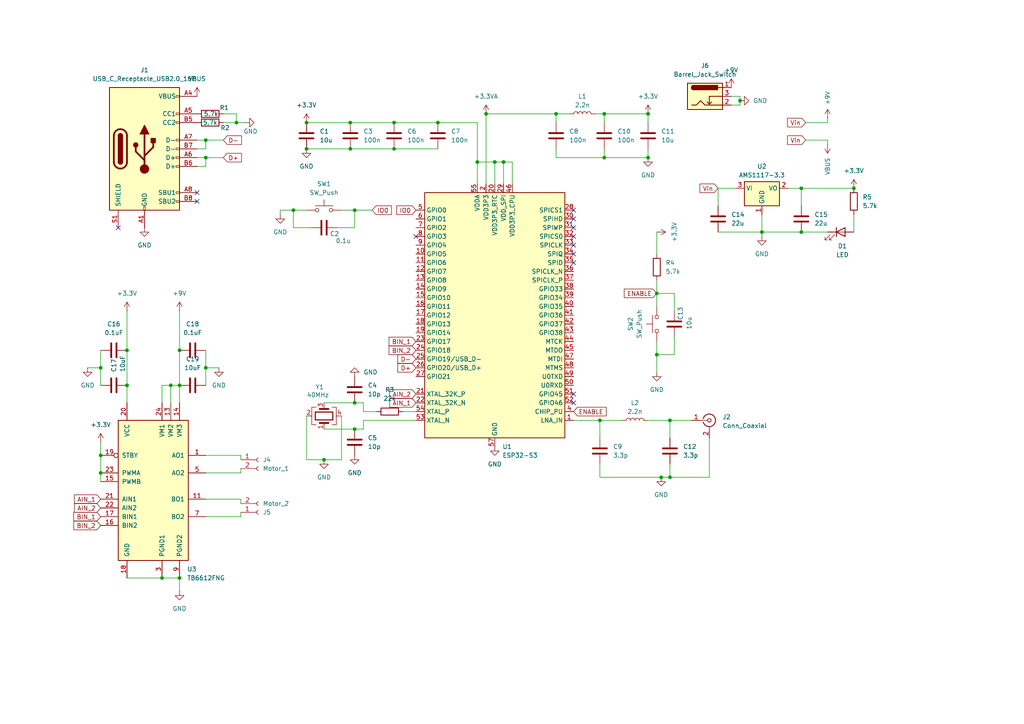
<source format=kicad_sch>
(kicad_sch
	(version 20231120)
	(generator "eeschema")
	(generator_version "8.0")
	(uuid "b85b9744-2116-443a-85c6-2d073c896c0f")
	(paper "A4")
	(lib_symbols
		(symbol "Connector:Barrel_Jack_Switch"
			(pin_names hide)
			(exclude_from_sim no)
			(in_bom yes)
			(on_board yes)
			(property "Reference" "J"
				(at 0 5.334 0)
				(effects
					(font
						(size 1.27 1.27)
					)
				)
			)
			(property "Value" "Barrel_Jack_Switch"
				(at 0 -5.08 0)
				(effects
					(font
						(size 1.27 1.27)
					)
				)
			)
			(property "Footprint" ""
				(at 1.27 -1.016 0)
				(effects
					(font
						(size 1.27 1.27)
					)
					(hide yes)
				)
			)
			(property "Datasheet" "~"
				(at 1.27 -1.016 0)
				(effects
					(font
						(size 1.27 1.27)
					)
					(hide yes)
				)
			)
			(property "Description" "DC Barrel Jack with an internal switch"
				(at 0 0 0)
				(effects
					(font
						(size 1.27 1.27)
					)
					(hide yes)
				)
			)
			(property "ki_keywords" "DC power barrel jack connector"
				(at 0 0 0)
				(effects
					(font
						(size 1.27 1.27)
					)
					(hide yes)
				)
			)
			(property "ki_fp_filters" "BarrelJack*"
				(at 0 0 0)
				(effects
					(font
						(size 1.27 1.27)
					)
					(hide yes)
				)
			)
			(symbol "Barrel_Jack_Switch_0_1"
				(rectangle
					(start -5.08 3.81)
					(end 5.08 -3.81)
					(stroke
						(width 0.254)
						(type default)
					)
					(fill
						(type background)
					)
				)
				(arc
					(start -3.302 3.175)
					(mid -3.9343 2.54)
					(end -3.302 1.905)
					(stroke
						(width 0.254)
						(type default)
					)
					(fill
						(type none)
					)
				)
				(arc
					(start -3.302 3.175)
					(mid -3.9343 2.54)
					(end -3.302 1.905)
					(stroke
						(width 0.254)
						(type default)
					)
					(fill
						(type outline)
					)
				)
				(polyline
					(pts
						(xy 1.27 -2.286) (xy 1.905 -1.651)
					)
					(stroke
						(width 0.254)
						(type default)
					)
					(fill
						(type none)
					)
				)
				(polyline
					(pts
						(xy 5.08 2.54) (xy 3.81 2.54)
					)
					(stroke
						(width 0.254)
						(type default)
					)
					(fill
						(type none)
					)
				)
				(polyline
					(pts
						(xy 5.08 0) (xy 1.27 0) (xy 1.27 -2.286) (xy 0.635 -1.651)
					)
					(stroke
						(width 0.254)
						(type default)
					)
					(fill
						(type none)
					)
				)
				(polyline
					(pts
						(xy -3.81 -2.54) (xy -2.54 -2.54) (xy -1.27 -1.27) (xy 0 -2.54) (xy 2.54 -2.54) (xy 5.08 -2.54)
					)
					(stroke
						(width 0.254)
						(type default)
					)
					(fill
						(type none)
					)
				)
				(rectangle
					(start 3.683 3.175)
					(end -3.302 1.905)
					(stroke
						(width 0.254)
						(type default)
					)
					(fill
						(type outline)
					)
				)
			)
			(symbol "Barrel_Jack_Switch_1_1"
				(pin passive line
					(at 7.62 2.54 180)
					(length 2.54)
					(name "~"
						(effects
							(font
								(size 1.27 1.27)
							)
						)
					)
					(number "1"
						(effects
							(font
								(size 1.27 1.27)
							)
						)
					)
				)
				(pin passive line
					(at 7.62 -2.54 180)
					(length 2.54)
					(name "~"
						(effects
							(font
								(size 1.27 1.27)
							)
						)
					)
					(number "2"
						(effects
							(font
								(size 1.27 1.27)
							)
						)
					)
				)
				(pin passive line
					(at 7.62 0 180)
					(length 2.54)
					(name "~"
						(effects
							(font
								(size 1.27 1.27)
							)
						)
					)
					(number "3"
						(effects
							(font
								(size 1.27 1.27)
							)
						)
					)
				)
			)
		)
		(symbol "Connector:Conn_01x02_Socket"
			(pin_names
				(offset 1.016) hide)
			(exclude_from_sim no)
			(in_bom yes)
			(on_board yes)
			(property "Reference" "J"
				(at 0 2.54 0)
				(effects
					(font
						(size 1.27 1.27)
					)
				)
			)
			(property "Value" "Conn_01x02_Socket"
				(at 0 -5.08 0)
				(effects
					(font
						(size 1.27 1.27)
					)
				)
			)
			(property "Footprint" ""
				(at 0 0 0)
				(effects
					(font
						(size 1.27 1.27)
					)
					(hide yes)
				)
			)
			(property "Datasheet" "~"
				(at 0 0 0)
				(effects
					(font
						(size 1.27 1.27)
					)
					(hide yes)
				)
			)
			(property "Description" "Generic connector, single row, 01x02, script generated"
				(at 0 0 0)
				(effects
					(font
						(size 1.27 1.27)
					)
					(hide yes)
				)
			)
			(property "ki_locked" ""
				(at 0 0 0)
				(effects
					(font
						(size 1.27 1.27)
					)
				)
			)
			(property "ki_keywords" "connector"
				(at 0 0 0)
				(effects
					(font
						(size 1.27 1.27)
					)
					(hide yes)
				)
			)
			(property "ki_fp_filters" "Connector*:*_1x??_*"
				(at 0 0 0)
				(effects
					(font
						(size 1.27 1.27)
					)
					(hide yes)
				)
			)
			(symbol "Conn_01x02_Socket_1_1"
				(arc
					(start 0 -2.032)
					(mid -0.5058 -2.54)
					(end 0 -3.048)
					(stroke
						(width 0.1524)
						(type default)
					)
					(fill
						(type none)
					)
				)
				(polyline
					(pts
						(xy -1.27 -2.54) (xy -0.508 -2.54)
					)
					(stroke
						(width 0.1524)
						(type default)
					)
					(fill
						(type none)
					)
				)
				(polyline
					(pts
						(xy -1.27 0) (xy -0.508 0)
					)
					(stroke
						(width 0.1524)
						(type default)
					)
					(fill
						(type none)
					)
				)
				(arc
					(start 0 0.508)
					(mid -0.5058 0)
					(end 0 -0.508)
					(stroke
						(width 0.1524)
						(type default)
					)
					(fill
						(type none)
					)
				)
				(pin passive line
					(at -5.08 0 0)
					(length 3.81)
					(name "Pin_1"
						(effects
							(font
								(size 1.27 1.27)
							)
						)
					)
					(number "1"
						(effects
							(font
								(size 1.27 1.27)
							)
						)
					)
				)
				(pin passive line
					(at -5.08 -2.54 0)
					(length 3.81)
					(name "Pin_2"
						(effects
							(font
								(size 1.27 1.27)
							)
						)
					)
					(number "2"
						(effects
							(font
								(size 1.27 1.27)
							)
						)
					)
				)
			)
		)
		(symbol "Connector:Conn_Coaxial"
			(pin_names
				(offset 1.016) hide)
			(exclude_from_sim no)
			(in_bom yes)
			(on_board yes)
			(property "Reference" "J"
				(at 0.254 3.048 0)
				(effects
					(font
						(size 1.27 1.27)
					)
				)
			)
			(property "Value" "Conn_Coaxial"
				(at 2.921 0 90)
				(effects
					(font
						(size 1.27 1.27)
					)
				)
			)
			(property "Footprint" ""
				(at 0 0 0)
				(effects
					(font
						(size 1.27 1.27)
					)
					(hide yes)
				)
			)
			(property "Datasheet" " ~"
				(at 0 0 0)
				(effects
					(font
						(size 1.27 1.27)
					)
					(hide yes)
				)
			)
			(property "Description" "coaxial connector (BNC, SMA, SMB, SMC, Cinch/RCA, LEMO, ...)"
				(at 0 0 0)
				(effects
					(font
						(size 1.27 1.27)
					)
					(hide yes)
				)
			)
			(property "ki_keywords" "BNC SMA SMB SMC LEMO coaxial connector CINCH RCA MCX MMCX U.FL UMRF"
				(at 0 0 0)
				(effects
					(font
						(size 1.27 1.27)
					)
					(hide yes)
				)
			)
			(property "ki_fp_filters" "*BNC* *SMA* *SMB* *SMC* *Cinch* *LEMO* *UMRF* *MCX* *U.FL*"
				(at 0 0 0)
				(effects
					(font
						(size 1.27 1.27)
					)
					(hide yes)
				)
			)
			(symbol "Conn_Coaxial_0_1"
				(arc
					(start -1.778 -0.508)
					(mid 0.2311 -1.8066)
					(end 1.778 0)
					(stroke
						(width 0.254)
						(type default)
					)
					(fill
						(type none)
					)
				)
				(polyline
					(pts
						(xy -2.54 0) (xy -0.508 0)
					)
					(stroke
						(width 0)
						(type default)
					)
					(fill
						(type none)
					)
				)
				(polyline
					(pts
						(xy 0 -2.54) (xy 0 -1.778)
					)
					(stroke
						(width 0)
						(type default)
					)
					(fill
						(type none)
					)
				)
				(circle
					(center 0 0)
					(radius 0.508)
					(stroke
						(width 0.2032)
						(type default)
					)
					(fill
						(type none)
					)
				)
				(arc
					(start 1.778 0)
					(mid 0.2099 1.8101)
					(end -1.778 0.508)
					(stroke
						(width 0.254)
						(type default)
					)
					(fill
						(type none)
					)
				)
			)
			(symbol "Conn_Coaxial_1_1"
				(pin passive line
					(at -5.08 0 0)
					(length 2.54)
					(name "In"
						(effects
							(font
								(size 1.27 1.27)
							)
						)
					)
					(number "1"
						(effects
							(font
								(size 1.27 1.27)
							)
						)
					)
				)
				(pin passive line
					(at 0 -5.08 90)
					(length 2.54)
					(name "Ext"
						(effects
							(font
								(size 1.27 1.27)
							)
						)
					)
					(number "2"
						(effects
							(font
								(size 1.27 1.27)
							)
						)
					)
				)
			)
		)
		(symbol "Connector:USB_C_Receptacle_USB2.0_16P"
			(pin_names
				(offset 1.016)
			)
			(exclude_from_sim no)
			(in_bom yes)
			(on_board yes)
			(property "Reference" "J"
				(at 0 22.225 0)
				(effects
					(font
						(size 1.27 1.27)
					)
				)
			)
			(property "Value" "USB_C_Receptacle_USB2.0_16P"
				(at 0 19.685 0)
				(effects
					(font
						(size 1.27 1.27)
					)
				)
			)
			(property "Footprint" ""
				(at 3.81 0 0)
				(effects
					(font
						(size 1.27 1.27)
					)
					(hide yes)
				)
			)
			(property "Datasheet" "https://www.usb.org/sites/default/files/documents/usb_type-c.zip"
				(at 3.81 0 0)
				(effects
					(font
						(size 1.27 1.27)
					)
					(hide yes)
				)
			)
			(property "Description" "USB 2.0-only 16P Type-C Receptacle connector"
				(at 0 0 0)
				(effects
					(font
						(size 1.27 1.27)
					)
					(hide yes)
				)
			)
			(property "ki_keywords" "usb universal serial bus type-C USB2.0"
				(at 0 0 0)
				(effects
					(font
						(size 1.27 1.27)
					)
					(hide yes)
				)
			)
			(property "ki_fp_filters" "USB*C*Receptacle*"
				(at 0 0 0)
				(effects
					(font
						(size 1.27 1.27)
					)
					(hide yes)
				)
			)
			(symbol "USB_C_Receptacle_USB2.0_16P_0_0"
				(rectangle
					(start -0.254 -17.78)
					(end 0.254 -16.764)
					(stroke
						(width 0)
						(type default)
					)
					(fill
						(type none)
					)
				)
				(rectangle
					(start 10.16 -14.986)
					(end 9.144 -15.494)
					(stroke
						(width 0)
						(type default)
					)
					(fill
						(type none)
					)
				)
				(rectangle
					(start 10.16 -12.446)
					(end 9.144 -12.954)
					(stroke
						(width 0)
						(type default)
					)
					(fill
						(type none)
					)
				)
				(rectangle
					(start 10.16 -4.826)
					(end 9.144 -5.334)
					(stroke
						(width 0)
						(type default)
					)
					(fill
						(type none)
					)
				)
				(rectangle
					(start 10.16 -2.286)
					(end 9.144 -2.794)
					(stroke
						(width 0)
						(type default)
					)
					(fill
						(type none)
					)
				)
				(rectangle
					(start 10.16 0.254)
					(end 9.144 -0.254)
					(stroke
						(width 0)
						(type default)
					)
					(fill
						(type none)
					)
				)
				(rectangle
					(start 10.16 2.794)
					(end 9.144 2.286)
					(stroke
						(width 0)
						(type default)
					)
					(fill
						(type none)
					)
				)
				(rectangle
					(start 10.16 7.874)
					(end 9.144 7.366)
					(stroke
						(width 0)
						(type default)
					)
					(fill
						(type none)
					)
				)
				(rectangle
					(start 10.16 10.414)
					(end 9.144 9.906)
					(stroke
						(width 0)
						(type default)
					)
					(fill
						(type none)
					)
				)
				(rectangle
					(start 10.16 15.494)
					(end 9.144 14.986)
					(stroke
						(width 0)
						(type default)
					)
					(fill
						(type none)
					)
				)
			)
			(symbol "USB_C_Receptacle_USB2.0_16P_0_1"
				(rectangle
					(start -10.16 17.78)
					(end 10.16 -17.78)
					(stroke
						(width 0.254)
						(type default)
					)
					(fill
						(type background)
					)
				)
				(arc
					(start -8.89 -3.81)
					(mid -6.985 -5.7067)
					(end -5.08 -3.81)
					(stroke
						(width 0.508)
						(type default)
					)
					(fill
						(type none)
					)
				)
				(arc
					(start -7.62 -3.81)
					(mid -6.985 -4.4423)
					(end -6.35 -3.81)
					(stroke
						(width 0.254)
						(type default)
					)
					(fill
						(type none)
					)
				)
				(arc
					(start -7.62 -3.81)
					(mid -6.985 -4.4423)
					(end -6.35 -3.81)
					(stroke
						(width 0.254)
						(type default)
					)
					(fill
						(type outline)
					)
				)
				(rectangle
					(start -7.62 -3.81)
					(end -6.35 3.81)
					(stroke
						(width 0.254)
						(type default)
					)
					(fill
						(type outline)
					)
				)
				(arc
					(start -6.35 3.81)
					(mid -6.985 4.4423)
					(end -7.62 3.81)
					(stroke
						(width 0.254)
						(type default)
					)
					(fill
						(type none)
					)
				)
				(arc
					(start -6.35 3.81)
					(mid -6.985 4.4423)
					(end -7.62 3.81)
					(stroke
						(width 0.254)
						(type default)
					)
					(fill
						(type outline)
					)
				)
				(arc
					(start -5.08 3.81)
					(mid -6.985 5.7067)
					(end -8.89 3.81)
					(stroke
						(width 0.508)
						(type default)
					)
					(fill
						(type none)
					)
				)
				(circle
					(center -2.54 1.143)
					(radius 0.635)
					(stroke
						(width 0.254)
						(type default)
					)
					(fill
						(type outline)
					)
				)
				(circle
					(center 0 -5.842)
					(radius 1.27)
					(stroke
						(width 0)
						(type default)
					)
					(fill
						(type outline)
					)
				)
				(polyline
					(pts
						(xy -8.89 -3.81) (xy -8.89 3.81)
					)
					(stroke
						(width 0.508)
						(type default)
					)
					(fill
						(type none)
					)
				)
				(polyline
					(pts
						(xy -5.08 3.81) (xy -5.08 -3.81)
					)
					(stroke
						(width 0.508)
						(type default)
					)
					(fill
						(type none)
					)
				)
				(polyline
					(pts
						(xy 0 -5.842) (xy 0 4.318)
					)
					(stroke
						(width 0.508)
						(type default)
					)
					(fill
						(type none)
					)
				)
				(polyline
					(pts
						(xy 0 -3.302) (xy -2.54 -0.762) (xy -2.54 0.508)
					)
					(stroke
						(width 0.508)
						(type default)
					)
					(fill
						(type none)
					)
				)
				(polyline
					(pts
						(xy 0 -2.032) (xy 2.54 0.508) (xy 2.54 1.778)
					)
					(stroke
						(width 0.508)
						(type default)
					)
					(fill
						(type none)
					)
				)
				(polyline
					(pts
						(xy -1.27 4.318) (xy 0 6.858) (xy 1.27 4.318) (xy -1.27 4.318)
					)
					(stroke
						(width 0.254)
						(type default)
					)
					(fill
						(type outline)
					)
				)
				(rectangle
					(start 1.905 1.778)
					(end 3.175 3.048)
					(stroke
						(width 0.254)
						(type default)
					)
					(fill
						(type outline)
					)
				)
			)
			(symbol "USB_C_Receptacle_USB2.0_16P_1_1"
				(pin passive line
					(at 0 -22.86 90)
					(length 5.08)
					(name "GND"
						(effects
							(font
								(size 1.27 1.27)
							)
						)
					)
					(number "A1"
						(effects
							(font
								(size 1.27 1.27)
							)
						)
					)
				)
				(pin passive line
					(at 0 -22.86 90)
					(length 5.08) hide
					(name "GND"
						(effects
							(font
								(size 1.27 1.27)
							)
						)
					)
					(number "A12"
						(effects
							(font
								(size 1.27 1.27)
							)
						)
					)
				)
				(pin passive line
					(at 15.24 15.24 180)
					(length 5.08)
					(name "VBUS"
						(effects
							(font
								(size 1.27 1.27)
							)
						)
					)
					(number "A4"
						(effects
							(font
								(size 1.27 1.27)
							)
						)
					)
				)
				(pin bidirectional line
					(at 15.24 10.16 180)
					(length 5.08)
					(name "CC1"
						(effects
							(font
								(size 1.27 1.27)
							)
						)
					)
					(number "A5"
						(effects
							(font
								(size 1.27 1.27)
							)
						)
					)
				)
				(pin bidirectional line
					(at 15.24 -2.54 180)
					(length 5.08)
					(name "D+"
						(effects
							(font
								(size 1.27 1.27)
							)
						)
					)
					(number "A6"
						(effects
							(font
								(size 1.27 1.27)
							)
						)
					)
				)
				(pin bidirectional line
					(at 15.24 2.54 180)
					(length 5.08)
					(name "D-"
						(effects
							(font
								(size 1.27 1.27)
							)
						)
					)
					(number "A7"
						(effects
							(font
								(size 1.27 1.27)
							)
						)
					)
				)
				(pin bidirectional line
					(at 15.24 -12.7 180)
					(length 5.08)
					(name "SBU1"
						(effects
							(font
								(size 1.27 1.27)
							)
						)
					)
					(number "A8"
						(effects
							(font
								(size 1.27 1.27)
							)
						)
					)
				)
				(pin passive line
					(at 15.24 15.24 180)
					(length 5.08) hide
					(name "VBUS"
						(effects
							(font
								(size 1.27 1.27)
							)
						)
					)
					(number "A9"
						(effects
							(font
								(size 1.27 1.27)
							)
						)
					)
				)
				(pin passive line
					(at 0 -22.86 90)
					(length 5.08) hide
					(name "GND"
						(effects
							(font
								(size 1.27 1.27)
							)
						)
					)
					(number "B1"
						(effects
							(font
								(size 1.27 1.27)
							)
						)
					)
				)
				(pin passive line
					(at 0 -22.86 90)
					(length 5.08) hide
					(name "GND"
						(effects
							(font
								(size 1.27 1.27)
							)
						)
					)
					(number "B12"
						(effects
							(font
								(size 1.27 1.27)
							)
						)
					)
				)
				(pin passive line
					(at 15.24 15.24 180)
					(length 5.08) hide
					(name "VBUS"
						(effects
							(font
								(size 1.27 1.27)
							)
						)
					)
					(number "B4"
						(effects
							(font
								(size 1.27 1.27)
							)
						)
					)
				)
				(pin bidirectional line
					(at 15.24 7.62 180)
					(length 5.08)
					(name "CC2"
						(effects
							(font
								(size 1.27 1.27)
							)
						)
					)
					(number "B5"
						(effects
							(font
								(size 1.27 1.27)
							)
						)
					)
				)
				(pin bidirectional line
					(at 15.24 -5.08 180)
					(length 5.08)
					(name "D+"
						(effects
							(font
								(size 1.27 1.27)
							)
						)
					)
					(number "B6"
						(effects
							(font
								(size 1.27 1.27)
							)
						)
					)
				)
				(pin bidirectional line
					(at 15.24 0 180)
					(length 5.08)
					(name "D-"
						(effects
							(font
								(size 1.27 1.27)
							)
						)
					)
					(number "B7"
						(effects
							(font
								(size 1.27 1.27)
							)
						)
					)
				)
				(pin bidirectional line
					(at 15.24 -15.24 180)
					(length 5.08)
					(name "SBU2"
						(effects
							(font
								(size 1.27 1.27)
							)
						)
					)
					(number "B8"
						(effects
							(font
								(size 1.27 1.27)
							)
						)
					)
				)
				(pin passive line
					(at 15.24 15.24 180)
					(length 5.08) hide
					(name "VBUS"
						(effects
							(font
								(size 1.27 1.27)
							)
						)
					)
					(number "B9"
						(effects
							(font
								(size 1.27 1.27)
							)
						)
					)
				)
				(pin passive line
					(at -7.62 -22.86 90)
					(length 5.08)
					(name "SHIELD"
						(effects
							(font
								(size 1.27 1.27)
							)
						)
					)
					(number "S1"
						(effects
							(font
								(size 1.27 1.27)
							)
						)
					)
				)
			)
		)
		(symbol "Device:C"
			(pin_numbers hide)
			(pin_names
				(offset 0.254)
			)
			(exclude_from_sim no)
			(in_bom yes)
			(on_board yes)
			(property "Reference" "C"
				(at 0.635 2.54 0)
				(effects
					(font
						(size 1.27 1.27)
					)
					(justify left)
				)
			)
			(property "Value" "C"
				(at 0.635 -2.54 0)
				(effects
					(font
						(size 1.27 1.27)
					)
					(justify left)
				)
			)
			(property "Footprint" ""
				(at 0.9652 -3.81 0)
				(effects
					(font
						(size 1.27 1.27)
					)
					(hide yes)
				)
			)
			(property "Datasheet" "~"
				(at 0 0 0)
				(effects
					(font
						(size 1.27 1.27)
					)
					(hide yes)
				)
			)
			(property "Description" "Unpolarized capacitor"
				(at 0 0 0)
				(effects
					(font
						(size 1.27 1.27)
					)
					(hide yes)
				)
			)
			(property "ki_keywords" "cap capacitor"
				(at 0 0 0)
				(effects
					(font
						(size 1.27 1.27)
					)
					(hide yes)
				)
			)
			(property "ki_fp_filters" "C_*"
				(at 0 0 0)
				(effects
					(font
						(size 1.27 1.27)
					)
					(hide yes)
				)
			)
			(symbol "C_0_1"
				(polyline
					(pts
						(xy -2.032 -0.762) (xy 2.032 -0.762)
					)
					(stroke
						(width 0.508)
						(type default)
					)
					(fill
						(type none)
					)
				)
				(polyline
					(pts
						(xy -2.032 0.762) (xy 2.032 0.762)
					)
					(stroke
						(width 0.508)
						(type default)
					)
					(fill
						(type none)
					)
				)
			)
			(symbol "C_1_1"
				(pin passive line
					(at 0 3.81 270)
					(length 2.794)
					(name "~"
						(effects
							(font
								(size 1.27 1.27)
							)
						)
					)
					(number "1"
						(effects
							(font
								(size 1.27 1.27)
							)
						)
					)
				)
				(pin passive line
					(at 0 -3.81 90)
					(length 2.794)
					(name "~"
						(effects
							(font
								(size 1.27 1.27)
							)
						)
					)
					(number "2"
						(effects
							(font
								(size 1.27 1.27)
							)
						)
					)
				)
			)
		)
		(symbol "Device:Crystal_GND24"
			(pin_names
				(offset 1.016) hide)
			(exclude_from_sim no)
			(in_bom yes)
			(on_board yes)
			(property "Reference" "Y"
				(at 3.175 5.08 0)
				(effects
					(font
						(size 1.27 1.27)
					)
					(justify left)
				)
			)
			(property "Value" "Crystal_GND24"
				(at 3.175 3.175 0)
				(effects
					(font
						(size 1.27 1.27)
					)
					(justify left)
				)
			)
			(property "Footprint" ""
				(at 0 0 0)
				(effects
					(font
						(size 1.27 1.27)
					)
					(hide yes)
				)
			)
			(property "Datasheet" "~"
				(at 0 0 0)
				(effects
					(font
						(size 1.27 1.27)
					)
					(hide yes)
				)
			)
			(property "Description" "Four pin crystal, GND on pins 2 and 4"
				(at 0 0 0)
				(effects
					(font
						(size 1.27 1.27)
					)
					(hide yes)
				)
			)
			(property "ki_keywords" "quartz ceramic resonator oscillator"
				(at 0 0 0)
				(effects
					(font
						(size 1.27 1.27)
					)
					(hide yes)
				)
			)
			(property "ki_fp_filters" "Crystal*"
				(at 0 0 0)
				(effects
					(font
						(size 1.27 1.27)
					)
					(hide yes)
				)
			)
			(symbol "Crystal_GND24_0_1"
				(rectangle
					(start -1.143 2.54)
					(end 1.143 -2.54)
					(stroke
						(width 0.3048)
						(type default)
					)
					(fill
						(type none)
					)
				)
				(polyline
					(pts
						(xy -2.54 0) (xy -2.032 0)
					)
					(stroke
						(width 0)
						(type default)
					)
					(fill
						(type none)
					)
				)
				(polyline
					(pts
						(xy -2.032 -1.27) (xy -2.032 1.27)
					)
					(stroke
						(width 0.508)
						(type default)
					)
					(fill
						(type none)
					)
				)
				(polyline
					(pts
						(xy 0 -3.81) (xy 0 -3.556)
					)
					(stroke
						(width 0)
						(type default)
					)
					(fill
						(type none)
					)
				)
				(polyline
					(pts
						(xy 0 3.556) (xy 0 3.81)
					)
					(stroke
						(width 0)
						(type default)
					)
					(fill
						(type none)
					)
				)
				(polyline
					(pts
						(xy 2.032 -1.27) (xy 2.032 1.27)
					)
					(stroke
						(width 0.508)
						(type default)
					)
					(fill
						(type none)
					)
				)
				(polyline
					(pts
						(xy 2.032 0) (xy 2.54 0)
					)
					(stroke
						(width 0)
						(type default)
					)
					(fill
						(type none)
					)
				)
				(polyline
					(pts
						(xy -2.54 -2.286) (xy -2.54 -3.556) (xy 2.54 -3.556) (xy 2.54 -2.286)
					)
					(stroke
						(width 0)
						(type default)
					)
					(fill
						(type none)
					)
				)
				(polyline
					(pts
						(xy -2.54 2.286) (xy -2.54 3.556) (xy 2.54 3.556) (xy 2.54 2.286)
					)
					(stroke
						(width 0)
						(type default)
					)
					(fill
						(type none)
					)
				)
			)
			(symbol "Crystal_GND24_1_1"
				(pin passive line
					(at -3.81 0 0)
					(length 1.27)
					(name "1"
						(effects
							(font
								(size 1.27 1.27)
							)
						)
					)
					(number "1"
						(effects
							(font
								(size 1.27 1.27)
							)
						)
					)
				)
				(pin passive line
					(at 0 5.08 270)
					(length 1.27)
					(name "2"
						(effects
							(font
								(size 1.27 1.27)
							)
						)
					)
					(number "2"
						(effects
							(font
								(size 1.27 1.27)
							)
						)
					)
				)
				(pin passive line
					(at 3.81 0 180)
					(length 1.27)
					(name "3"
						(effects
							(font
								(size 1.27 1.27)
							)
						)
					)
					(number "3"
						(effects
							(font
								(size 1.27 1.27)
							)
						)
					)
				)
				(pin passive line
					(at 0 -5.08 90)
					(length 1.27)
					(name "4"
						(effects
							(font
								(size 1.27 1.27)
							)
						)
					)
					(number "4"
						(effects
							(font
								(size 1.27 1.27)
							)
						)
					)
				)
			)
		)
		(symbol "Device:L"
			(pin_numbers hide)
			(pin_names
				(offset 1.016) hide)
			(exclude_from_sim no)
			(in_bom yes)
			(on_board yes)
			(property "Reference" "L"
				(at -1.27 0 90)
				(effects
					(font
						(size 1.27 1.27)
					)
				)
			)
			(property "Value" "L"
				(at 1.905 0 90)
				(effects
					(font
						(size 1.27 1.27)
					)
				)
			)
			(property "Footprint" ""
				(at 0 0 0)
				(effects
					(font
						(size 1.27 1.27)
					)
					(hide yes)
				)
			)
			(property "Datasheet" "~"
				(at 0 0 0)
				(effects
					(font
						(size 1.27 1.27)
					)
					(hide yes)
				)
			)
			(property "Description" "Inductor"
				(at 0 0 0)
				(effects
					(font
						(size 1.27 1.27)
					)
					(hide yes)
				)
			)
			(property "ki_keywords" "inductor choke coil reactor magnetic"
				(at 0 0 0)
				(effects
					(font
						(size 1.27 1.27)
					)
					(hide yes)
				)
			)
			(property "ki_fp_filters" "Choke_* *Coil* Inductor_* L_*"
				(at 0 0 0)
				(effects
					(font
						(size 1.27 1.27)
					)
					(hide yes)
				)
			)
			(symbol "L_0_1"
				(arc
					(start 0 -2.54)
					(mid 0.6323 -1.905)
					(end 0 -1.27)
					(stroke
						(width 0)
						(type default)
					)
					(fill
						(type none)
					)
				)
				(arc
					(start 0 -1.27)
					(mid 0.6323 -0.635)
					(end 0 0)
					(stroke
						(width 0)
						(type default)
					)
					(fill
						(type none)
					)
				)
				(arc
					(start 0 0)
					(mid 0.6323 0.635)
					(end 0 1.27)
					(stroke
						(width 0)
						(type default)
					)
					(fill
						(type none)
					)
				)
				(arc
					(start 0 1.27)
					(mid 0.6323 1.905)
					(end 0 2.54)
					(stroke
						(width 0)
						(type default)
					)
					(fill
						(type none)
					)
				)
			)
			(symbol "L_1_1"
				(pin passive line
					(at 0 3.81 270)
					(length 1.27)
					(name "1"
						(effects
							(font
								(size 1.27 1.27)
							)
						)
					)
					(number "1"
						(effects
							(font
								(size 1.27 1.27)
							)
						)
					)
				)
				(pin passive line
					(at 0 -3.81 90)
					(length 1.27)
					(name "2"
						(effects
							(font
								(size 1.27 1.27)
							)
						)
					)
					(number "2"
						(effects
							(font
								(size 1.27 1.27)
							)
						)
					)
				)
			)
		)
		(symbol "Device:LED"
			(pin_numbers hide)
			(pin_names
				(offset 1.016) hide)
			(exclude_from_sim no)
			(in_bom yes)
			(on_board yes)
			(property "Reference" "D"
				(at 0 2.54 0)
				(effects
					(font
						(size 1.27 1.27)
					)
				)
			)
			(property "Value" "LED"
				(at 0 -2.54 0)
				(effects
					(font
						(size 1.27 1.27)
					)
				)
			)
			(property "Footprint" ""
				(at 0 0 0)
				(effects
					(font
						(size 1.27 1.27)
					)
					(hide yes)
				)
			)
			(property "Datasheet" "~"
				(at 0 0 0)
				(effects
					(font
						(size 1.27 1.27)
					)
					(hide yes)
				)
			)
			(property "Description" "Light emitting diode"
				(at 0 0 0)
				(effects
					(font
						(size 1.27 1.27)
					)
					(hide yes)
				)
			)
			(property "ki_keywords" "LED diode"
				(at 0 0 0)
				(effects
					(font
						(size 1.27 1.27)
					)
					(hide yes)
				)
			)
			(property "ki_fp_filters" "LED* LED_SMD:* LED_THT:*"
				(at 0 0 0)
				(effects
					(font
						(size 1.27 1.27)
					)
					(hide yes)
				)
			)
			(symbol "LED_0_1"
				(polyline
					(pts
						(xy -1.27 -1.27) (xy -1.27 1.27)
					)
					(stroke
						(width 0.254)
						(type default)
					)
					(fill
						(type none)
					)
				)
				(polyline
					(pts
						(xy -1.27 0) (xy 1.27 0)
					)
					(stroke
						(width 0)
						(type default)
					)
					(fill
						(type none)
					)
				)
				(polyline
					(pts
						(xy 1.27 -1.27) (xy 1.27 1.27) (xy -1.27 0) (xy 1.27 -1.27)
					)
					(stroke
						(width 0.254)
						(type default)
					)
					(fill
						(type none)
					)
				)
				(polyline
					(pts
						(xy -3.048 -0.762) (xy -4.572 -2.286) (xy -3.81 -2.286) (xy -4.572 -2.286) (xy -4.572 -1.524)
					)
					(stroke
						(width 0)
						(type default)
					)
					(fill
						(type none)
					)
				)
				(polyline
					(pts
						(xy -1.778 -0.762) (xy -3.302 -2.286) (xy -2.54 -2.286) (xy -3.302 -2.286) (xy -3.302 -1.524)
					)
					(stroke
						(width 0)
						(type default)
					)
					(fill
						(type none)
					)
				)
			)
			(symbol "LED_1_1"
				(pin passive line
					(at -3.81 0 0)
					(length 2.54)
					(name "K"
						(effects
							(font
								(size 1.27 1.27)
							)
						)
					)
					(number "1"
						(effects
							(font
								(size 1.27 1.27)
							)
						)
					)
				)
				(pin passive line
					(at 3.81 0 180)
					(length 2.54)
					(name "A"
						(effects
							(font
								(size 1.27 1.27)
							)
						)
					)
					(number "2"
						(effects
							(font
								(size 1.27 1.27)
							)
						)
					)
				)
			)
		)
		(symbol "Device:R"
			(pin_numbers hide)
			(pin_names
				(offset 0)
			)
			(exclude_from_sim no)
			(in_bom yes)
			(on_board yes)
			(property "Reference" "R"
				(at 2.032 0 90)
				(effects
					(font
						(size 1.27 1.27)
					)
				)
			)
			(property "Value" "R"
				(at 0 0 90)
				(effects
					(font
						(size 1.27 1.27)
					)
				)
			)
			(property "Footprint" ""
				(at -1.778 0 90)
				(effects
					(font
						(size 1.27 1.27)
					)
					(hide yes)
				)
			)
			(property "Datasheet" "~"
				(at 0 0 0)
				(effects
					(font
						(size 1.27 1.27)
					)
					(hide yes)
				)
			)
			(property "Description" "Resistor"
				(at 0 0 0)
				(effects
					(font
						(size 1.27 1.27)
					)
					(hide yes)
				)
			)
			(property "ki_keywords" "R res resistor"
				(at 0 0 0)
				(effects
					(font
						(size 1.27 1.27)
					)
					(hide yes)
				)
			)
			(property "ki_fp_filters" "R_*"
				(at 0 0 0)
				(effects
					(font
						(size 1.27 1.27)
					)
					(hide yes)
				)
			)
			(symbol "R_0_1"
				(rectangle
					(start -1.016 -2.54)
					(end 1.016 2.54)
					(stroke
						(width 0.254)
						(type default)
					)
					(fill
						(type none)
					)
				)
			)
			(symbol "R_1_1"
				(pin passive line
					(at 0 3.81 270)
					(length 1.27)
					(name "~"
						(effects
							(font
								(size 1.27 1.27)
							)
						)
					)
					(number "1"
						(effects
							(font
								(size 1.27 1.27)
							)
						)
					)
				)
				(pin passive line
					(at 0 -3.81 90)
					(length 1.27)
					(name "~"
						(effects
							(font
								(size 1.27 1.27)
							)
						)
					)
					(number "2"
						(effects
							(font
								(size 1.27 1.27)
							)
						)
					)
				)
			)
		)
		(symbol "Driver_Motor:TB6612FNG"
			(pin_names
				(offset 1.016)
			)
			(exclude_from_sim no)
			(in_bom yes)
			(on_board yes)
			(property "Reference" "U"
				(at 11.43 17.78 0)
				(effects
					(font
						(size 1.27 1.27)
					)
					(justify left)
				)
			)
			(property "Value" "TB6612FNG"
				(at 11.43 15.24 0)
				(effects
					(font
						(size 1.27 1.27)
					)
					(justify left)
				)
			)
			(property "Footprint" "Package_SO:SSOP-24_5.3x8.2mm_P0.65mm"
				(at 33.02 -22.86 0)
				(effects
					(font
						(size 1.27 1.27)
					)
					(hide yes)
				)
			)
			(property "Datasheet" "https://toshiba.semicon-storage.com/us/product/linear/motordriver/detail.TB6612FNG.html"
				(at 11.43 15.24 0)
				(effects
					(font
						(size 1.27 1.27)
					)
					(hide yes)
				)
			)
			(property "Description" "Driver IC for Dual DC motor, SSOP-24"
				(at 0 0 0)
				(effects
					(font
						(size 1.27 1.27)
					)
					(hide yes)
				)
			)
			(property "ki_keywords" "H-bridge motor driver"
				(at 0 0 0)
				(effects
					(font
						(size 1.27 1.27)
					)
					(hide yes)
				)
			)
			(property "ki_fp_filters" "SSOP-24*5.3x8.2mm*P0.65mm*"
				(at 0 0 0)
				(effects
					(font
						(size 1.27 1.27)
					)
					(hide yes)
				)
			)
			(symbol "TB6612FNG_0_1"
				(rectangle
					(start -10.16 20.32)
					(end 10.16 -20.32)
					(stroke
						(width 0.254)
						(type default)
					)
					(fill
						(type background)
					)
				)
			)
			(symbol "TB6612FNG_1_1"
				(pin output line
					(at 15.24 10.16 180)
					(length 5.08)
					(name "AO1"
						(effects
							(font
								(size 1.27 1.27)
							)
						)
					)
					(number "1"
						(effects
							(font
								(size 1.27 1.27)
							)
						)
					)
				)
				(pin passive line
					(at 7.62 -25.4 90)
					(length 5.08) hide
					(name "PGND2"
						(effects
							(font
								(size 1.27 1.27)
							)
						)
					)
					(number "10"
						(effects
							(font
								(size 1.27 1.27)
							)
						)
					)
				)
				(pin output line
					(at 15.24 -2.54 180)
					(length 5.08)
					(name "BO1"
						(effects
							(font
								(size 1.27 1.27)
							)
						)
					)
					(number "11"
						(effects
							(font
								(size 1.27 1.27)
							)
						)
					)
				)
				(pin passive line
					(at 15.24 -2.54 180)
					(length 5.08) hide
					(name "BO1"
						(effects
							(font
								(size 1.27 1.27)
							)
						)
					)
					(number "12"
						(effects
							(font
								(size 1.27 1.27)
							)
						)
					)
				)
				(pin power_in line
					(at 5.08 25.4 270)
					(length 5.08)
					(name "VM2"
						(effects
							(font
								(size 1.27 1.27)
							)
						)
					)
					(number "13"
						(effects
							(font
								(size 1.27 1.27)
							)
						)
					)
				)
				(pin power_in line
					(at 7.62 25.4 270)
					(length 5.08)
					(name "VM3"
						(effects
							(font
								(size 1.27 1.27)
							)
						)
					)
					(number "14"
						(effects
							(font
								(size 1.27 1.27)
							)
						)
					)
				)
				(pin input line
					(at -15.24 2.54 0)
					(length 5.08)
					(name "PWMB"
						(effects
							(font
								(size 1.27 1.27)
							)
						)
					)
					(number "15"
						(effects
							(font
								(size 1.27 1.27)
							)
						)
					)
				)
				(pin input line
					(at -15.24 -10.16 0)
					(length 5.08)
					(name "BIN2"
						(effects
							(font
								(size 1.27 1.27)
							)
						)
					)
					(number "16"
						(effects
							(font
								(size 1.27 1.27)
							)
						)
					)
				)
				(pin input line
					(at -15.24 -7.62 0)
					(length 5.08)
					(name "BIN1"
						(effects
							(font
								(size 1.27 1.27)
							)
						)
					)
					(number "17"
						(effects
							(font
								(size 1.27 1.27)
							)
						)
					)
				)
				(pin power_in line
					(at -7.62 -25.4 90)
					(length 5.08)
					(name "GND"
						(effects
							(font
								(size 1.27 1.27)
							)
						)
					)
					(number "18"
						(effects
							(font
								(size 1.27 1.27)
							)
						)
					)
				)
				(pin input inverted
					(at -15.24 10.16 0)
					(length 5.08)
					(name "STBY"
						(effects
							(font
								(size 1.27 1.27)
							)
						)
					)
					(number "19"
						(effects
							(font
								(size 1.27 1.27)
							)
						)
					)
				)
				(pin passive line
					(at 15.24 10.16 180)
					(length 5.08) hide
					(name "AO1"
						(effects
							(font
								(size 1.27 1.27)
							)
						)
					)
					(number "2"
						(effects
							(font
								(size 1.27 1.27)
							)
						)
					)
				)
				(pin power_in line
					(at -7.62 25.4 270)
					(length 5.08)
					(name "VCC"
						(effects
							(font
								(size 1.27 1.27)
							)
						)
					)
					(number "20"
						(effects
							(font
								(size 1.27 1.27)
							)
						)
					)
				)
				(pin input line
					(at -15.24 -2.54 0)
					(length 5.08)
					(name "AIN1"
						(effects
							(font
								(size 1.27 1.27)
							)
						)
					)
					(number "21"
						(effects
							(font
								(size 1.27 1.27)
							)
						)
					)
				)
				(pin input line
					(at -15.24 -5.08 0)
					(length 5.08)
					(name "AIN2"
						(effects
							(font
								(size 1.27 1.27)
							)
						)
					)
					(number "22"
						(effects
							(font
								(size 1.27 1.27)
							)
						)
					)
				)
				(pin input line
					(at -15.24 5.08 0)
					(length 5.08)
					(name "PWMA"
						(effects
							(font
								(size 1.27 1.27)
							)
						)
					)
					(number "23"
						(effects
							(font
								(size 1.27 1.27)
							)
						)
					)
				)
				(pin power_in line
					(at 2.54 25.4 270)
					(length 5.08)
					(name "VM1"
						(effects
							(font
								(size 1.27 1.27)
							)
						)
					)
					(number "24"
						(effects
							(font
								(size 1.27 1.27)
							)
						)
					)
				)
				(pin power_in line
					(at 2.54 -25.4 90)
					(length 5.08)
					(name "PGND1"
						(effects
							(font
								(size 1.27 1.27)
							)
						)
					)
					(number "3"
						(effects
							(font
								(size 1.27 1.27)
							)
						)
					)
				)
				(pin passive line
					(at 2.54 -25.4 90)
					(length 5.08) hide
					(name "PGND1"
						(effects
							(font
								(size 1.27 1.27)
							)
						)
					)
					(number "4"
						(effects
							(font
								(size 1.27 1.27)
							)
						)
					)
				)
				(pin output line
					(at 15.24 5.08 180)
					(length 5.08)
					(name "AO2"
						(effects
							(font
								(size 1.27 1.27)
							)
						)
					)
					(number "5"
						(effects
							(font
								(size 1.27 1.27)
							)
						)
					)
				)
				(pin passive line
					(at 15.24 5.08 180)
					(length 5.08) hide
					(name "AO2"
						(effects
							(font
								(size 1.27 1.27)
							)
						)
					)
					(number "6"
						(effects
							(font
								(size 1.27 1.27)
							)
						)
					)
				)
				(pin output line
					(at 15.24 -7.62 180)
					(length 5.08)
					(name "BO2"
						(effects
							(font
								(size 1.27 1.27)
							)
						)
					)
					(number "7"
						(effects
							(font
								(size 1.27 1.27)
							)
						)
					)
				)
				(pin passive line
					(at 15.24 -7.62 180)
					(length 5.08) hide
					(name "BO2"
						(effects
							(font
								(size 1.27 1.27)
							)
						)
					)
					(number "8"
						(effects
							(font
								(size 1.27 1.27)
							)
						)
					)
				)
				(pin power_in line
					(at 7.62 -25.4 90)
					(length 5.08)
					(name "PGND2"
						(effects
							(font
								(size 1.27 1.27)
							)
						)
					)
					(number "9"
						(effects
							(font
								(size 1.27 1.27)
							)
						)
					)
				)
			)
		)
		(symbol "MCU_Espressif:ESP32-S3"
			(exclude_from_sim no)
			(in_bom yes)
			(on_board yes)
			(property "Reference" "U"
				(at 10.16 -38.1 0)
				(effects
					(font
						(size 1.27 1.27)
					)
				)
			)
			(property "Value" "ESP32-S3"
				(at 13.97 -40.64 0)
				(effects
					(font
						(size 1.27 1.27)
					)
				)
			)
			(property "Footprint" "Package_DFN_QFN:QFN-56-1EP_7x7mm_P0.4mm_EP4x4mm"
				(at 0 -48.26 0)
				(effects
					(font
						(size 1.27 1.27)
					)
					(hide yes)
				)
			)
			(property "Datasheet" "https://www.espressif.com/sites/default/files/documentation/esp32-s3_datasheet_en.pdf"
				(at 0 0 0)
				(effects
					(font
						(size 1.27 1.27)
					)
					(hide yes)
				)
			)
			(property "Description" "Microcontroller, Wi-Fi 802.11b/g/n, Bluetooth, 32bit"
				(at 0 0 0)
				(effects
					(font
						(size 1.27 1.27)
					)
					(hide yes)
				)
			)
			(property "ki_keywords" "Microcontroller Wi-Fi BT ESP ESP32 Espressif"
				(at 0 0 0)
				(effects
					(font
						(size 1.27 1.27)
					)
					(hide yes)
				)
			)
			(property "ki_fp_filters" "QFN*1EP*7x7mm*P0.4mm*"
				(at 0 0 0)
				(effects
					(font
						(size 1.27 1.27)
					)
					(hide yes)
				)
			)
			(symbol "ESP32-S3_0_1"
				(rectangle
					(start -20.32 35.56)
					(end 20.32 -35.56)
					(stroke
						(width 0.254)
						(type default)
					)
					(fill
						(type background)
					)
				)
			)
			(symbol "ESP32-S3_1_0"
				(pin bidirectional line
					(at 22.86 12.7 180)
					(length 2.54)
					(name "SPICLK_N"
						(effects
							(font
								(size 1.27 1.27)
							)
						)
					)
					(number "36"
						(effects
							(font
								(size 1.27 1.27)
							)
						)
					)
				)
				(pin bidirectional line
					(at 22.86 -10.16 180)
					(length 2.54)
					(name "MTDO"
						(effects
							(font
								(size 1.27 1.27)
							)
						)
					)
					(number "45"
						(effects
							(font
								(size 1.27 1.27)
							)
						)
					)
				)
				(pin bidirectional line
					(at 22.86 -22.86 180)
					(length 2.54)
					(name "GPIO45"
						(effects
							(font
								(size 1.27 1.27)
							)
						)
					)
					(number "51"
						(effects
							(font
								(size 1.27 1.27)
							)
						)
					)
				)
				(pin passive line
					(at -5.08 38.1 270)
					(length 2.54) hide
					(name "VDDA"
						(effects
							(font
								(size 1.27 1.27)
							)
						)
					)
					(number "56"
						(effects
							(font
								(size 1.27 1.27)
							)
						)
					)
				)
			)
			(symbol "ESP32-S3_1_1"
				(pin bidirectional line
					(at 22.86 -30.48 180)
					(length 2.54)
					(name "LNA_IN"
						(effects
							(font
								(size 1.27 1.27)
							)
						)
					)
					(number "1"
						(effects
							(font
								(size 1.27 1.27)
							)
						)
					)
				)
				(pin bidirectional line
					(at -22.86 17.78 0)
					(length 2.54)
					(name "GPIO5"
						(effects
							(font
								(size 1.27 1.27)
							)
						)
					)
					(number "10"
						(effects
							(font
								(size 1.27 1.27)
							)
						)
					)
				)
				(pin bidirectional line
					(at -22.86 15.24 0)
					(length 2.54)
					(name "GPIO6"
						(effects
							(font
								(size 1.27 1.27)
							)
						)
					)
					(number "11"
						(effects
							(font
								(size 1.27 1.27)
							)
						)
					)
				)
				(pin bidirectional line
					(at -22.86 12.7 0)
					(length 2.54)
					(name "GPIO7"
						(effects
							(font
								(size 1.27 1.27)
							)
						)
					)
					(number "12"
						(effects
							(font
								(size 1.27 1.27)
							)
						)
					)
				)
				(pin bidirectional line
					(at -22.86 10.16 0)
					(length 2.54)
					(name "GPIO8"
						(effects
							(font
								(size 1.27 1.27)
							)
						)
					)
					(number "13"
						(effects
							(font
								(size 1.27 1.27)
							)
						)
					)
				)
				(pin bidirectional line
					(at -22.86 7.62 0)
					(length 2.54)
					(name "GPIO9"
						(effects
							(font
								(size 1.27 1.27)
							)
						)
					)
					(number "14"
						(effects
							(font
								(size 1.27 1.27)
							)
						)
					)
				)
				(pin bidirectional line
					(at -22.86 5.08 0)
					(length 2.54)
					(name "GPIO10"
						(effects
							(font
								(size 1.27 1.27)
							)
						)
					)
					(number "15"
						(effects
							(font
								(size 1.27 1.27)
							)
						)
					)
				)
				(pin bidirectional line
					(at -22.86 2.54 0)
					(length 2.54)
					(name "GPIO11"
						(effects
							(font
								(size 1.27 1.27)
							)
						)
					)
					(number "16"
						(effects
							(font
								(size 1.27 1.27)
							)
						)
					)
				)
				(pin bidirectional line
					(at -22.86 0 0)
					(length 2.54)
					(name "GPIO12"
						(effects
							(font
								(size 1.27 1.27)
							)
						)
					)
					(number "17"
						(effects
							(font
								(size 1.27 1.27)
							)
						)
					)
				)
				(pin bidirectional line
					(at -22.86 -2.54 0)
					(length 2.54)
					(name "GPIO13"
						(effects
							(font
								(size 1.27 1.27)
							)
						)
					)
					(number "18"
						(effects
							(font
								(size 1.27 1.27)
							)
						)
					)
				)
				(pin bidirectional line
					(at -22.86 -5.08 0)
					(length 2.54)
					(name "GPIO14"
						(effects
							(font
								(size 1.27 1.27)
							)
						)
					)
					(number "19"
						(effects
							(font
								(size 1.27 1.27)
							)
						)
					)
				)
				(pin power_in line
					(at -2.54 38.1 270)
					(length 2.54)
					(name "VDD3P3"
						(effects
							(font
								(size 1.27 1.27)
							)
						)
					)
					(number "2"
						(effects
							(font
								(size 1.27 1.27)
							)
						)
					)
				)
				(pin power_in line
					(at 0 38.1 270)
					(length 2.54)
					(name "VDD3P3_RTC"
						(effects
							(font
								(size 1.27 1.27)
							)
						)
					)
					(number "20"
						(effects
							(font
								(size 1.27 1.27)
							)
						)
					)
				)
				(pin passive line
					(at -22.86 -22.86 0)
					(length 2.54)
					(name "XTAL_32K_P"
						(effects
							(font
								(size 1.27 1.27)
							)
						)
					)
					(number "21"
						(effects
							(font
								(size 1.27 1.27)
							)
						)
					)
				)
				(pin passive line
					(at -22.86 -25.4 0)
					(length 2.54)
					(name "XTAL_32K_N"
						(effects
							(font
								(size 1.27 1.27)
							)
						)
					)
					(number "22"
						(effects
							(font
								(size 1.27 1.27)
							)
						)
					)
				)
				(pin bidirectional line
					(at -22.86 -7.62 0)
					(length 2.54)
					(name "GPIO17"
						(effects
							(font
								(size 1.27 1.27)
							)
						)
					)
					(number "23"
						(effects
							(font
								(size 1.27 1.27)
							)
						)
					)
				)
				(pin bidirectional line
					(at -22.86 -10.16 0)
					(length 2.54)
					(name "GPIO18"
						(effects
							(font
								(size 1.27 1.27)
							)
						)
					)
					(number "24"
						(effects
							(font
								(size 1.27 1.27)
							)
						)
					)
				)
				(pin bidirectional line
					(at -22.86 -12.7 0)
					(length 2.54)
					(name "GPIO19/USB_D-"
						(effects
							(font
								(size 1.27 1.27)
							)
						)
					)
					(number "25"
						(effects
							(font
								(size 1.27 1.27)
							)
						)
					)
				)
				(pin bidirectional line
					(at -22.86 -15.24 0)
					(length 2.54)
					(name "GPIO20/USB_D+"
						(effects
							(font
								(size 1.27 1.27)
							)
						)
					)
					(number "26"
						(effects
							(font
								(size 1.27 1.27)
							)
						)
					)
				)
				(pin bidirectional line
					(at -22.86 -17.78 0)
					(length 2.54)
					(name "GPIO21"
						(effects
							(font
								(size 1.27 1.27)
							)
						)
					)
					(number "27"
						(effects
							(font
								(size 1.27 1.27)
							)
						)
					)
				)
				(pin bidirectional line
					(at 22.86 30.48 180)
					(length 2.54)
					(name "SPICS1"
						(effects
							(font
								(size 1.27 1.27)
							)
						)
					)
					(number "28"
						(effects
							(font
								(size 1.27 1.27)
							)
						)
					)
				)
				(pin power_in line
					(at 2.54 38.1 270)
					(length 2.54)
					(name "VDD_SPI"
						(effects
							(font
								(size 1.27 1.27)
							)
						)
					)
					(number "29"
						(effects
							(font
								(size 1.27 1.27)
							)
						)
					)
				)
				(pin passive line
					(at -2.54 38.1 270)
					(length 2.54) hide
					(name "VDD3P3"
						(effects
							(font
								(size 1.27 1.27)
							)
						)
					)
					(number "3"
						(effects
							(font
								(size 1.27 1.27)
							)
						)
					)
				)
				(pin bidirectional line
					(at 22.86 27.94 180)
					(length 2.54)
					(name "SPIHD"
						(effects
							(font
								(size 1.27 1.27)
							)
						)
					)
					(number "30"
						(effects
							(font
								(size 1.27 1.27)
							)
						)
					)
				)
				(pin bidirectional line
					(at 22.86 25.4 180)
					(length 2.54)
					(name "SPIWP"
						(effects
							(font
								(size 1.27 1.27)
							)
						)
					)
					(number "31"
						(effects
							(font
								(size 1.27 1.27)
							)
						)
					)
				)
				(pin bidirectional line
					(at 22.86 22.86 180)
					(length 2.54)
					(name "SPICS0"
						(effects
							(font
								(size 1.27 1.27)
							)
						)
					)
					(number "32"
						(effects
							(font
								(size 1.27 1.27)
							)
						)
					)
				)
				(pin bidirectional line
					(at 22.86 20.32 180)
					(length 2.54)
					(name "SPICLK"
						(effects
							(font
								(size 1.27 1.27)
							)
						)
					)
					(number "33"
						(effects
							(font
								(size 1.27 1.27)
							)
						)
					)
				)
				(pin bidirectional line
					(at 22.86 17.78 180)
					(length 2.54)
					(name "SPIQ"
						(effects
							(font
								(size 1.27 1.27)
							)
						)
					)
					(number "34"
						(effects
							(font
								(size 1.27 1.27)
							)
						)
					)
				)
				(pin bidirectional line
					(at 22.86 15.24 180)
					(length 2.54)
					(name "SPID"
						(effects
							(font
								(size 1.27 1.27)
							)
						)
					)
					(number "35"
						(effects
							(font
								(size 1.27 1.27)
							)
						)
					)
				)
				(pin bidirectional line
					(at 22.86 10.16 180)
					(length 2.54)
					(name "SPICLK_P"
						(effects
							(font
								(size 1.27 1.27)
							)
						)
					)
					(number "37"
						(effects
							(font
								(size 1.27 1.27)
							)
						)
					)
				)
				(pin bidirectional line
					(at 22.86 7.62 180)
					(length 2.54)
					(name "GPIO33"
						(effects
							(font
								(size 1.27 1.27)
							)
						)
					)
					(number "38"
						(effects
							(font
								(size 1.27 1.27)
							)
						)
					)
				)
				(pin bidirectional line
					(at 22.86 5.08 180)
					(length 2.54)
					(name "GPIO34"
						(effects
							(font
								(size 1.27 1.27)
							)
						)
					)
					(number "39"
						(effects
							(font
								(size 1.27 1.27)
							)
						)
					)
				)
				(pin input line
					(at 22.86 -27.94 180)
					(length 2.54)
					(name "CHIP_PU"
						(effects
							(font
								(size 1.27 1.27)
							)
						)
					)
					(number "4"
						(effects
							(font
								(size 1.27 1.27)
							)
						)
					)
				)
				(pin bidirectional line
					(at 22.86 2.54 180)
					(length 2.54)
					(name "GPIO35"
						(effects
							(font
								(size 1.27 1.27)
							)
						)
					)
					(number "40"
						(effects
							(font
								(size 1.27 1.27)
							)
						)
					)
				)
				(pin bidirectional line
					(at 22.86 0 180)
					(length 2.54)
					(name "GPIO36"
						(effects
							(font
								(size 1.27 1.27)
							)
						)
					)
					(number "41"
						(effects
							(font
								(size 1.27 1.27)
							)
						)
					)
				)
				(pin bidirectional line
					(at 22.86 -2.54 180)
					(length 2.54)
					(name "GPIO37"
						(effects
							(font
								(size 1.27 1.27)
							)
						)
					)
					(number "42"
						(effects
							(font
								(size 1.27 1.27)
							)
						)
					)
				)
				(pin bidirectional line
					(at 22.86 -5.08 180)
					(length 2.54)
					(name "GPIO38"
						(effects
							(font
								(size 1.27 1.27)
							)
						)
					)
					(number "43"
						(effects
							(font
								(size 1.27 1.27)
							)
						)
					)
				)
				(pin bidirectional line
					(at 22.86 -7.62 180)
					(length 2.54)
					(name "MTCK"
						(effects
							(font
								(size 1.27 1.27)
							)
						)
					)
					(number "44"
						(effects
							(font
								(size 1.27 1.27)
							)
						)
					)
				)
				(pin power_in line
					(at 5.08 38.1 270)
					(length 2.54)
					(name "VDD3P3_CPU"
						(effects
							(font
								(size 1.27 1.27)
							)
						)
					)
					(number "46"
						(effects
							(font
								(size 1.27 1.27)
							)
						)
					)
				)
				(pin bidirectional line
					(at 22.86 -12.7 180)
					(length 2.54)
					(name "MTDI"
						(effects
							(font
								(size 1.27 1.27)
							)
						)
					)
					(number "47"
						(effects
							(font
								(size 1.27 1.27)
							)
						)
					)
				)
				(pin bidirectional line
					(at 22.86 -15.24 180)
					(length 2.54)
					(name "MTMS"
						(effects
							(font
								(size 1.27 1.27)
							)
						)
					)
					(number "48"
						(effects
							(font
								(size 1.27 1.27)
							)
						)
					)
				)
				(pin bidirectional line
					(at 22.86 -17.78 180)
					(length 2.54)
					(name "U0TXD"
						(effects
							(font
								(size 1.27 1.27)
							)
						)
					)
					(number "49"
						(effects
							(font
								(size 1.27 1.27)
							)
						)
					)
				)
				(pin bidirectional line
					(at -22.86 30.48 0)
					(length 2.54)
					(name "GPIO0"
						(effects
							(font
								(size 1.27 1.27)
							)
						)
					)
					(number "5"
						(effects
							(font
								(size 1.27 1.27)
							)
						)
					)
				)
				(pin bidirectional line
					(at 22.86 -20.32 180)
					(length 2.54)
					(name "U0RXD"
						(effects
							(font
								(size 1.27 1.27)
							)
						)
					)
					(number "50"
						(effects
							(font
								(size 1.27 1.27)
							)
						)
					)
				)
				(pin bidirectional line
					(at 22.86 -25.4 180)
					(length 2.54)
					(name "GPIO46"
						(effects
							(font
								(size 1.27 1.27)
							)
						)
					)
					(number "52"
						(effects
							(font
								(size 1.27 1.27)
							)
						)
					)
				)
				(pin output line
					(at -22.86 -30.48 0)
					(length 2.54)
					(name "XTAL_N"
						(effects
							(font
								(size 1.27 1.27)
							)
						)
					)
					(number "53"
						(effects
							(font
								(size 1.27 1.27)
							)
						)
					)
				)
				(pin input line
					(at -22.86 -27.94 0)
					(length 2.54)
					(name "XTAL_P"
						(effects
							(font
								(size 1.27 1.27)
							)
						)
					)
					(number "54"
						(effects
							(font
								(size 1.27 1.27)
							)
						)
					)
				)
				(pin power_in line
					(at -5.08 38.1 270)
					(length 2.54)
					(name "VDDA"
						(effects
							(font
								(size 1.27 1.27)
							)
						)
					)
					(number "55"
						(effects
							(font
								(size 1.27 1.27)
							)
						)
					)
				)
				(pin power_in line
					(at 0 -38.1 90)
					(length 2.54)
					(name "GND"
						(effects
							(font
								(size 1.27 1.27)
							)
						)
					)
					(number "57"
						(effects
							(font
								(size 1.27 1.27)
							)
						)
					)
				)
				(pin bidirectional line
					(at -22.86 27.94 0)
					(length 2.54)
					(name "GPIO1"
						(effects
							(font
								(size 1.27 1.27)
							)
						)
					)
					(number "6"
						(effects
							(font
								(size 1.27 1.27)
							)
						)
					)
				)
				(pin bidirectional line
					(at -22.86 25.4 0)
					(length 2.54)
					(name "GPIO2"
						(effects
							(font
								(size 1.27 1.27)
							)
						)
					)
					(number "7"
						(effects
							(font
								(size 1.27 1.27)
							)
						)
					)
				)
				(pin bidirectional line
					(at -22.86 22.86 0)
					(length 2.54)
					(name "GPIO3"
						(effects
							(font
								(size 1.27 1.27)
							)
						)
					)
					(number "8"
						(effects
							(font
								(size 1.27 1.27)
							)
						)
					)
				)
				(pin bidirectional line
					(at -22.86 20.32 0)
					(length 2.54)
					(name "GPIO4"
						(effects
							(font
								(size 1.27 1.27)
							)
						)
					)
					(number "9"
						(effects
							(font
								(size 1.27 1.27)
							)
						)
					)
				)
			)
		)
		(symbol "Regulator_Linear:AMS1117-3.3"
			(exclude_from_sim no)
			(in_bom yes)
			(on_board yes)
			(property "Reference" "U"
				(at -3.81 3.175 0)
				(effects
					(font
						(size 1.27 1.27)
					)
				)
			)
			(property "Value" "AMS1117-3.3"
				(at 0 3.175 0)
				(effects
					(font
						(size 1.27 1.27)
					)
					(justify left)
				)
			)
			(property "Footprint" "Package_TO_SOT_SMD:SOT-223-3_TabPin2"
				(at 0 5.08 0)
				(effects
					(font
						(size 1.27 1.27)
					)
					(hide yes)
				)
			)
			(property "Datasheet" "http://www.advanced-monolithic.com/pdf/ds1117.pdf"
				(at 2.54 -6.35 0)
				(effects
					(font
						(size 1.27 1.27)
					)
					(hide yes)
				)
			)
			(property "Description" "1A Low Dropout regulator, positive, 3.3V fixed output, SOT-223"
				(at 0 0 0)
				(effects
					(font
						(size 1.27 1.27)
					)
					(hide yes)
				)
			)
			(property "ki_keywords" "linear regulator ldo fixed positive"
				(at 0 0 0)
				(effects
					(font
						(size 1.27 1.27)
					)
					(hide yes)
				)
			)
			(property "ki_fp_filters" "SOT?223*TabPin2*"
				(at 0 0 0)
				(effects
					(font
						(size 1.27 1.27)
					)
					(hide yes)
				)
			)
			(symbol "AMS1117-3.3_0_1"
				(rectangle
					(start -5.08 -5.08)
					(end 5.08 1.905)
					(stroke
						(width 0.254)
						(type default)
					)
					(fill
						(type background)
					)
				)
			)
			(symbol "AMS1117-3.3_1_1"
				(pin power_in line
					(at 0 -7.62 90)
					(length 2.54)
					(name "GND"
						(effects
							(font
								(size 1.27 1.27)
							)
						)
					)
					(number "1"
						(effects
							(font
								(size 1.27 1.27)
							)
						)
					)
				)
				(pin power_out line
					(at 7.62 0 180)
					(length 2.54)
					(name "VO"
						(effects
							(font
								(size 1.27 1.27)
							)
						)
					)
					(number "2"
						(effects
							(font
								(size 1.27 1.27)
							)
						)
					)
				)
				(pin power_in line
					(at -7.62 0 0)
					(length 2.54)
					(name "VI"
						(effects
							(font
								(size 1.27 1.27)
							)
						)
					)
					(number "3"
						(effects
							(font
								(size 1.27 1.27)
							)
						)
					)
				)
			)
		)
		(symbol "Switch:SW_Push"
			(pin_numbers hide)
			(pin_names
				(offset 1.016) hide)
			(exclude_from_sim no)
			(in_bom yes)
			(on_board yes)
			(property "Reference" "SW"
				(at 1.27 2.54 0)
				(effects
					(font
						(size 1.27 1.27)
					)
					(justify left)
				)
			)
			(property "Value" "SW_Push"
				(at 0 -1.524 0)
				(effects
					(font
						(size 1.27 1.27)
					)
				)
			)
			(property "Footprint" ""
				(at 0 5.08 0)
				(effects
					(font
						(size 1.27 1.27)
					)
					(hide yes)
				)
			)
			(property "Datasheet" "~"
				(at 0 5.08 0)
				(effects
					(font
						(size 1.27 1.27)
					)
					(hide yes)
				)
			)
			(property "Description" "Push button switch, generic, two pins"
				(at 0 0 0)
				(effects
					(font
						(size 1.27 1.27)
					)
					(hide yes)
				)
			)
			(property "ki_keywords" "switch normally-open pushbutton push-button"
				(at 0 0 0)
				(effects
					(font
						(size 1.27 1.27)
					)
					(hide yes)
				)
			)
			(symbol "SW_Push_0_1"
				(circle
					(center -2.032 0)
					(radius 0.508)
					(stroke
						(width 0)
						(type default)
					)
					(fill
						(type none)
					)
				)
				(polyline
					(pts
						(xy 0 1.27) (xy 0 3.048)
					)
					(stroke
						(width 0)
						(type default)
					)
					(fill
						(type none)
					)
				)
				(polyline
					(pts
						(xy 2.54 1.27) (xy -2.54 1.27)
					)
					(stroke
						(width 0)
						(type default)
					)
					(fill
						(type none)
					)
				)
				(circle
					(center 2.032 0)
					(radius 0.508)
					(stroke
						(width 0)
						(type default)
					)
					(fill
						(type none)
					)
				)
				(pin passive line
					(at -5.08 0 0)
					(length 2.54)
					(name "1"
						(effects
							(font
								(size 1.27 1.27)
							)
						)
					)
					(number "1"
						(effects
							(font
								(size 1.27 1.27)
							)
						)
					)
				)
				(pin passive line
					(at 5.08 0 180)
					(length 2.54)
					(name "2"
						(effects
							(font
								(size 1.27 1.27)
							)
						)
					)
					(number "2"
						(effects
							(font
								(size 1.27 1.27)
							)
						)
					)
				)
			)
		)
		(symbol "power:+3.3V"
			(power)
			(pin_numbers hide)
			(pin_names
				(offset 0) hide)
			(exclude_from_sim no)
			(in_bom yes)
			(on_board yes)
			(property "Reference" "#PWR"
				(at 0 -3.81 0)
				(effects
					(font
						(size 1.27 1.27)
					)
					(hide yes)
				)
			)
			(property "Value" "+3.3V"
				(at 0 3.556 0)
				(effects
					(font
						(size 1.27 1.27)
					)
				)
			)
			(property "Footprint" ""
				(at 0 0 0)
				(effects
					(font
						(size 1.27 1.27)
					)
					(hide yes)
				)
			)
			(property "Datasheet" ""
				(at 0 0 0)
				(effects
					(font
						(size 1.27 1.27)
					)
					(hide yes)
				)
			)
			(property "Description" "Power symbol creates a global label with name \"+3.3V\""
				(at 0 0 0)
				(effects
					(font
						(size 1.27 1.27)
					)
					(hide yes)
				)
			)
			(property "ki_keywords" "global power"
				(at 0 0 0)
				(effects
					(font
						(size 1.27 1.27)
					)
					(hide yes)
				)
			)
			(symbol "+3.3V_0_1"
				(polyline
					(pts
						(xy -0.762 1.27) (xy 0 2.54)
					)
					(stroke
						(width 0)
						(type default)
					)
					(fill
						(type none)
					)
				)
				(polyline
					(pts
						(xy 0 0) (xy 0 2.54)
					)
					(stroke
						(width 0)
						(type default)
					)
					(fill
						(type none)
					)
				)
				(polyline
					(pts
						(xy 0 2.54) (xy 0.762 1.27)
					)
					(stroke
						(width 0)
						(type default)
					)
					(fill
						(type none)
					)
				)
			)
			(symbol "+3.3V_1_1"
				(pin power_in line
					(at 0 0 90)
					(length 0)
					(name "~"
						(effects
							(font
								(size 1.27 1.27)
							)
						)
					)
					(number "1"
						(effects
							(font
								(size 1.27 1.27)
							)
						)
					)
				)
			)
		)
		(symbol "power:+3.3VA"
			(power)
			(pin_numbers hide)
			(pin_names
				(offset 0) hide)
			(exclude_from_sim no)
			(in_bom yes)
			(on_board yes)
			(property "Reference" "#PWR"
				(at 0 -3.81 0)
				(effects
					(font
						(size 1.27 1.27)
					)
					(hide yes)
				)
			)
			(property "Value" "+3.3VA"
				(at 0 3.556 0)
				(effects
					(font
						(size 1.27 1.27)
					)
				)
			)
			(property "Footprint" ""
				(at 0 0 0)
				(effects
					(font
						(size 1.27 1.27)
					)
					(hide yes)
				)
			)
			(property "Datasheet" ""
				(at 0 0 0)
				(effects
					(font
						(size 1.27 1.27)
					)
					(hide yes)
				)
			)
			(property "Description" "Power symbol creates a global label with name \"+3.3VA\""
				(at 0 0 0)
				(effects
					(font
						(size 1.27 1.27)
					)
					(hide yes)
				)
			)
			(property "ki_keywords" "global power"
				(at 0 0 0)
				(effects
					(font
						(size 1.27 1.27)
					)
					(hide yes)
				)
			)
			(symbol "+3.3VA_0_1"
				(polyline
					(pts
						(xy -0.762 1.27) (xy 0 2.54)
					)
					(stroke
						(width 0)
						(type default)
					)
					(fill
						(type none)
					)
				)
				(polyline
					(pts
						(xy 0 0) (xy 0 2.54)
					)
					(stroke
						(width 0)
						(type default)
					)
					(fill
						(type none)
					)
				)
				(polyline
					(pts
						(xy 0 2.54) (xy 0.762 1.27)
					)
					(stroke
						(width 0)
						(type default)
					)
					(fill
						(type none)
					)
				)
			)
			(symbol "+3.3VA_1_1"
				(pin power_in line
					(at 0 0 90)
					(length 0)
					(name "~"
						(effects
							(font
								(size 1.27 1.27)
							)
						)
					)
					(number "1"
						(effects
							(font
								(size 1.27 1.27)
							)
						)
					)
				)
			)
		)
		(symbol "power:+9V"
			(power)
			(pin_numbers hide)
			(pin_names
				(offset 0) hide)
			(exclude_from_sim no)
			(in_bom yes)
			(on_board yes)
			(property "Reference" "#PWR"
				(at 0 -3.81 0)
				(effects
					(font
						(size 1.27 1.27)
					)
					(hide yes)
				)
			)
			(property "Value" "+9V"
				(at 0 3.556 0)
				(effects
					(font
						(size 1.27 1.27)
					)
				)
			)
			(property "Footprint" ""
				(at 0 0 0)
				(effects
					(font
						(size 1.27 1.27)
					)
					(hide yes)
				)
			)
			(property "Datasheet" ""
				(at 0 0 0)
				(effects
					(font
						(size 1.27 1.27)
					)
					(hide yes)
				)
			)
			(property "Description" "Power symbol creates a global label with name \"+9V\""
				(at 0 0 0)
				(effects
					(font
						(size 1.27 1.27)
					)
					(hide yes)
				)
			)
			(property "ki_keywords" "global power"
				(at 0 0 0)
				(effects
					(font
						(size 1.27 1.27)
					)
					(hide yes)
				)
			)
			(symbol "+9V_0_1"
				(polyline
					(pts
						(xy -0.762 1.27) (xy 0 2.54)
					)
					(stroke
						(width 0)
						(type default)
					)
					(fill
						(type none)
					)
				)
				(polyline
					(pts
						(xy 0 0) (xy 0 2.54)
					)
					(stroke
						(width 0)
						(type default)
					)
					(fill
						(type none)
					)
				)
				(polyline
					(pts
						(xy 0 2.54) (xy 0.762 1.27)
					)
					(stroke
						(width 0)
						(type default)
					)
					(fill
						(type none)
					)
				)
			)
			(symbol "+9V_1_1"
				(pin power_in line
					(at 0 0 90)
					(length 0)
					(name "~"
						(effects
							(font
								(size 1.27 1.27)
							)
						)
					)
					(number "1"
						(effects
							(font
								(size 1.27 1.27)
							)
						)
					)
				)
			)
		)
		(symbol "power:GND"
			(power)
			(pin_numbers hide)
			(pin_names
				(offset 0) hide)
			(exclude_from_sim no)
			(in_bom yes)
			(on_board yes)
			(property "Reference" "#PWR"
				(at 0 -6.35 0)
				(effects
					(font
						(size 1.27 1.27)
					)
					(hide yes)
				)
			)
			(property "Value" "GND"
				(at 0 -3.81 0)
				(effects
					(font
						(size 1.27 1.27)
					)
				)
			)
			(property "Footprint" ""
				(at 0 0 0)
				(effects
					(font
						(size 1.27 1.27)
					)
					(hide yes)
				)
			)
			(property "Datasheet" ""
				(at 0 0 0)
				(effects
					(font
						(size 1.27 1.27)
					)
					(hide yes)
				)
			)
			(property "Description" "Power symbol creates a global label with name \"GND\" , ground"
				(at 0 0 0)
				(effects
					(font
						(size 1.27 1.27)
					)
					(hide yes)
				)
			)
			(property "ki_keywords" "global power"
				(at 0 0 0)
				(effects
					(font
						(size 1.27 1.27)
					)
					(hide yes)
				)
			)
			(symbol "GND_0_1"
				(polyline
					(pts
						(xy 0 0) (xy 0 -1.27) (xy 1.27 -1.27) (xy 0 -2.54) (xy -1.27 -1.27) (xy 0 -1.27)
					)
					(stroke
						(width 0)
						(type default)
					)
					(fill
						(type none)
					)
				)
			)
			(symbol "GND_1_1"
				(pin power_in line
					(at 0 0 270)
					(length 0)
					(name "~"
						(effects
							(font
								(size 1.27 1.27)
							)
						)
					)
					(number "1"
						(effects
							(font
								(size 1.27 1.27)
							)
						)
					)
				)
			)
		)
		(symbol "power:VBUS"
			(power)
			(pin_numbers hide)
			(pin_names
				(offset 0) hide)
			(exclude_from_sim no)
			(in_bom yes)
			(on_board yes)
			(property "Reference" "#PWR"
				(at 0 -3.81 0)
				(effects
					(font
						(size 1.27 1.27)
					)
					(hide yes)
				)
			)
			(property "Value" "VBUS"
				(at 0 3.556 0)
				(effects
					(font
						(size 1.27 1.27)
					)
				)
			)
			(property "Footprint" ""
				(at 0 0 0)
				(effects
					(font
						(size 1.27 1.27)
					)
					(hide yes)
				)
			)
			(property "Datasheet" ""
				(at 0 0 0)
				(effects
					(font
						(size 1.27 1.27)
					)
					(hide yes)
				)
			)
			(property "Description" "Power symbol creates a global label with name \"VBUS\""
				(at 0 0 0)
				(effects
					(font
						(size 1.27 1.27)
					)
					(hide yes)
				)
			)
			(property "ki_keywords" "global power"
				(at 0 0 0)
				(effects
					(font
						(size 1.27 1.27)
					)
					(hide yes)
				)
			)
			(symbol "VBUS_0_1"
				(polyline
					(pts
						(xy -0.762 1.27) (xy 0 2.54)
					)
					(stroke
						(width 0)
						(type default)
					)
					(fill
						(type none)
					)
				)
				(polyline
					(pts
						(xy 0 0) (xy 0 2.54)
					)
					(stroke
						(width 0)
						(type default)
					)
					(fill
						(type none)
					)
				)
				(polyline
					(pts
						(xy 0 2.54) (xy 0.762 1.27)
					)
					(stroke
						(width 0)
						(type default)
					)
					(fill
						(type none)
					)
				)
			)
			(symbol "VBUS_1_1"
				(pin power_in line
					(at 0 0 90)
					(length 0)
					(name "~"
						(effects
							(font
								(size 1.27 1.27)
							)
						)
					)
					(number "1"
						(effects
							(font
								(size 1.27 1.27)
							)
						)
					)
				)
			)
		)
	)
	(junction
		(at 59.69 45.72)
		(diameter 0)
		(color 0 0 0 0)
		(uuid "03906791-014c-4cc5-9c22-21620fcbdf0f")
	)
	(junction
		(at 190.5 102.87)
		(diameter 0)
		(color 0 0 0 0)
		(uuid "0ea95102-2a7f-470b-8a13-c0b9aadf3aeb")
	)
	(junction
		(at 36.83 101.6)
		(diameter 0)
		(color 0 0 0 0)
		(uuid "14aa8ebe-84e7-49c5-8f8b-1958cb0ba39b")
	)
	(junction
		(at 214.63 29.21)
		(diameter 0)
		(color 0 0 0 0)
		(uuid "1ab8dbe3-4306-4cdf-b8ae-176717e4d32f")
	)
	(junction
		(at 146.05 46.99)
		(diameter 0)
		(color 0 0 0 0)
		(uuid "2fd041ff-0268-4d17-b254-e95eca5d308a")
	)
	(junction
		(at 29.21 132.08)
		(diameter 0)
		(color 0 0 0 0)
		(uuid "329db411-68fd-420a-929a-c6e445e91b04")
	)
	(junction
		(at 29.21 106.68)
		(diameter 0)
		(color 0 0 0 0)
		(uuid "3310d6a1-65c0-4989-b63e-fdb14975c2a6")
	)
	(junction
		(at 175.26 45.72)
		(diameter 0)
		(color 0 0 0 0)
		(uuid "395baa50-5e79-4793-8f67-37486abffde1")
	)
	(junction
		(at 191.77 138.43)
		(diameter 0)
		(color 0 0 0 0)
		(uuid "48532a2a-1958-4ee0-8158-de0df4357013")
	)
	(junction
		(at 194.31 138.43)
		(diameter 0)
		(color 0 0 0 0)
		(uuid "4a27a878-adcd-43c1-9589-94539aebec82")
	)
	(junction
		(at 143.51 46.99)
		(diameter 0)
		(color 0 0 0 0)
		(uuid "59b8e753-6108-4e64-839f-0d7a5a2e3c65")
	)
	(junction
		(at 36.83 111.76)
		(diameter 0)
		(color 0 0 0 0)
		(uuid "59ff63cf-bbaa-4190-bb06-14af456b8f40")
	)
	(junction
		(at 46.99 167.64)
		(diameter 0)
		(color 0 0 0 0)
		(uuid "6916d007-805e-4d64-89d7-34a921a911fd")
	)
	(junction
		(at 49.53 111.76)
		(diameter 0)
		(color 0 0 0 0)
		(uuid "6dbfd9aa-6dbf-46b3-abfa-206603bcfa6b")
	)
	(junction
		(at 114.3 43.18)
		(diameter 0)
		(color 0 0 0 0)
		(uuid "6e05e44c-c79a-45d2-bab5-66e040ffafaa")
	)
	(junction
		(at 101.6 35.56)
		(diameter 0)
		(color 0 0 0 0)
		(uuid "79eeb8ad-ff20-4ccc-a6a1-f91733945b79")
	)
	(junction
		(at 68.58 35.56)
		(diameter 0)
		(color 0 0 0 0)
		(uuid "7dca2b95-4aad-4c67-b515-6b306b759583")
	)
	(junction
		(at 102.87 124.46)
		(diameter 0)
		(color 0 0 0 0)
		(uuid "853e3d45-7496-40a3-9df2-4591fa7624fa")
	)
	(junction
		(at 88.9 35.56)
		(diameter 0)
		(color 0 0 0 0)
		(uuid "945ccc02-4732-401b-8f37-40a74fcaa24f")
	)
	(junction
		(at 85.09 60.96)
		(diameter 0)
		(color 0 0 0 0)
		(uuid "9811b858-1be8-43f3-b716-af6b65613610")
	)
	(junction
		(at 138.43 46.99)
		(diameter 0)
		(color 0 0 0 0)
		(uuid "9ac41a19-1ce3-4078-ba7e-992a781f2819")
	)
	(junction
		(at 220.98 67.31)
		(diameter 0)
		(color 0 0 0 0)
		(uuid "9c84d304-50e0-4460-a1ae-ec3250009eca")
	)
	(junction
		(at 88.9 43.18)
		(diameter 0)
		(color 0 0 0 0)
		(uuid "a0a13c7d-4862-4ae9-9d0c-b6cff324882c")
	)
	(junction
		(at 59.69 106.68)
		(diameter 0)
		(color 0 0 0 0)
		(uuid "a1721d1f-910f-4fd1-b593-76169a2fd59e")
	)
	(junction
		(at 187.96 45.72)
		(diameter 0)
		(color 0 0 0 0)
		(uuid "a189efba-7740-4b9d-aa6c-d99004a5280b")
	)
	(junction
		(at 52.07 101.6)
		(diameter 0)
		(color 0 0 0 0)
		(uuid "a1edf6cd-25b9-429b-bcb7-a38171b84b8b")
	)
	(junction
		(at 102.87 116.84)
		(diameter 0)
		(color 0 0 0 0)
		(uuid "a9fdd49d-0664-4a7c-9e57-a98696b11cba")
	)
	(junction
		(at 194.31 121.92)
		(diameter 0)
		(color 0 0 0 0)
		(uuid "abbee23a-5917-4830-b587-03c3aedca36f")
	)
	(junction
		(at 247.65 54.61)
		(diameter 0)
		(color 0 0 0 0)
		(uuid "ad73abf6-5487-4cdd-89bb-052d782b532c")
	)
	(junction
		(at 59.69 40.64)
		(diameter 0)
		(color 0 0 0 0)
		(uuid "b1d0d5e9-f251-45e7-b26e-201b777eeaa0")
	)
	(junction
		(at 29.21 137.16)
		(diameter 0)
		(color 0 0 0 0)
		(uuid "b33be110-29e3-4427-a823-1d2fe6bf77dd")
	)
	(junction
		(at 52.07 167.64)
		(diameter 0)
		(color 0 0 0 0)
		(uuid "b57398aa-d402-4eb3-bd8d-8c9589d1d9ce")
	)
	(junction
		(at 101.6 43.18)
		(diameter 0)
		(color 0 0 0 0)
		(uuid "b586e90b-b55e-4d97-9b4e-c2b36bac078d")
	)
	(junction
		(at 173.99 121.92)
		(diameter 0)
		(color 0 0 0 0)
		(uuid "c012d197-79e1-49d7-852e-47ad77971eb6")
	)
	(junction
		(at 127 35.56)
		(diameter 0)
		(color 0 0 0 0)
		(uuid "c3f60545-8ede-4177-815a-94583213cef5")
	)
	(junction
		(at 161.29 33.02)
		(diameter 0)
		(color 0 0 0 0)
		(uuid "c4a37e27-f645-4c10-96e3-ac1733a5764b")
	)
	(junction
		(at 232.41 54.61)
		(diameter 0)
		(color 0 0 0 0)
		(uuid "c8632d63-0d5a-4ad7-a62e-9ec15d9d4310")
	)
	(junction
		(at 114.3 35.56)
		(diameter 0)
		(color 0 0 0 0)
		(uuid "c8bf1c2b-41bd-4392-b2ff-fc9c81282a6e")
	)
	(junction
		(at 102.87 60.96)
		(diameter 0)
		(color 0 0 0 0)
		(uuid "d4ee4ab0-b1c3-423a-a2ce-0a907b7c6382")
	)
	(junction
		(at 52.07 111.76)
		(diameter 0)
		(color 0 0 0 0)
		(uuid "d9b8fa76-66ed-4a4b-8f3e-4d73f50f2b6c")
	)
	(junction
		(at 93.98 133.35)
		(diameter 0)
		(color 0 0 0 0)
		(uuid "dde12335-9f1c-4b95-a306-d8b1a9182b4d")
	)
	(junction
		(at 190.5 85.09)
		(diameter 0)
		(color 0 0 0 0)
		(uuid "e8f938c7-c269-442a-937e-016ce40c2dc0")
	)
	(junction
		(at 187.96 33.02)
		(diameter 0)
		(color 0 0 0 0)
		(uuid "f130d6b2-a71d-4be0-8017-9d29b356b770")
	)
	(junction
		(at 140.97 33.02)
		(diameter 0)
		(color 0 0 0 0)
		(uuid "fb0e0b37-4b9b-4fc9-afb0-3c7ce0b6c080")
	)
	(junction
		(at 232.41 67.31)
		(diameter 0)
		(color 0 0 0 0)
		(uuid "fbe45e10-481e-4138-9247-6252e7cc4e57")
	)
	(junction
		(at 175.26 33.02)
		(diameter 0)
		(color 0 0 0 0)
		(uuid "fe859e72-894a-4759-a7c6-bdc6eb49d10b")
	)
	(no_connect
		(at 166.37 76.2)
		(uuid "0902761b-5cf3-4a9e-ac7f-ada9f1e2f911")
	)
	(no_connect
		(at 57.15 55.88)
		(uuid "0cad065d-fd1a-41f2-937c-701967a4cc79")
	)
	(no_connect
		(at 166.37 73.66)
		(uuid "38fe14af-8685-491f-9b88-053a63fa780c")
	)
	(no_connect
		(at 166.37 116.84)
		(uuid "471a10ac-798d-4589-8943-e927b7f79853")
	)
	(no_connect
		(at 57.15 58.42)
		(uuid "49693fc9-93b3-4b42-a2bc-55c44ca59c0c")
	)
	(no_connect
		(at 34.29 66.04)
		(uuid "55232254-34c6-429a-b43e-1797da282c03")
	)
	(no_connect
		(at 166.37 71.12)
		(uuid "661ff1bd-5cb2-4e18-9585-6ddf3e6b6b7a")
	)
	(no_connect
		(at 166.37 63.5)
		(uuid "75838981-5ab8-45ad-aaa3-65d86918f8f7")
	)
	(no_connect
		(at 120.65 68.58)
		(uuid "7e006276-5590-462a-a14e-309fcf615f3d")
	)
	(no_connect
		(at 166.37 114.3)
		(uuid "bcb7002a-f0a6-4781-a29a-6f613cc11a52")
	)
	(no_connect
		(at 166.37 68.58)
		(uuid "cdd66ac8-8d94-4966-8d2c-b3efd43707e4")
	)
	(no_connect
		(at 166.37 66.04)
		(uuid "d93dfd9c-6eca-410c-8357-37f79031ba08")
	)
	(no_connect
		(at 166.37 60.96)
		(uuid "e92bd3ff-b707-4c44-8851-3e7552f87774")
	)
	(wire
		(pts
			(xy 214.63 27.94) (xy 214.63 29.21)
		)
		(stroke
			(width 0)
			(type default)
		)
		(uuid "04dc5d71-4544-4d47-ab66-f6a601bd7e9a")
	)
	(wire
		(pts
			(xy 36.83 101.6) (xy 36.83 111.76)
		)
		(stroke
			(width 0)
			(type default)
		)
		(uuid "051e70d7-873e-4d20-bf44-f499ec6f616c")
	)
	(wire
		(pts
			(xy 214.63 30.48) (xy 214.63 29.21)
		)
		(stroke
			(width 0)
			(type default)
		)
		(uuid "05dc9ff9-d837-42a5-8d09-503da22144dc")
	)
	(wire
		(pts
			(xy 173.99 134.62) (xy 173.99 138.43)
		)
		(stroke
			(width 0)
			(type default)
		)
		(uuid "0612ec6f-8574-4378-8171-b922d5e6e145")
	)
	(wire
		(pts
			(xy 190.5 67.31) (xy 190.5 73.66)
		)
		(stroke
			(width 0)
			(type default)
		)
		(uuid "06267dfc-98d6-4323-94f9-9413e937cf1f")
	)
	(wire
		(pts
			(xy 173.99 138.43) (xy 191.77 138.43)
		)
		(stroke
			(width 0)
			(type default)
		)
		(uuid "06bcb7cd-c05c-4a32-9ecf-d9231d8f9545")
	)
	(wire
		(pts
			(xy 105.41 116.84) (xy 105.41 119.38)
		)
		(stroke
			(width 0)
			(type default)
		)
		(uuid "09ea99ec-84b1-4385-969c-0a824dd13c03")
	)
	(wire
		(pts
			(xy 212.09 30.48) (xy 214.63 30.48)
		)
		(stroke
			(width 0)
			(type default)
		)
		(uuid "0c07fe18-4b67-40a7-aebe-90075589abc9")
	)
	(wire
		(pts
			(xy 59.69 48.26) (xy 59.69 45.72)
		)
		(stroke
			(width 0)
			(type default)
		)
		(uuid "0d5344af-a13a-48eb-83ba-92c61312181d")
	)
	(wire
		(pts
			(xy 29.21 106.68) (xy 29.21 111.76)
		)
		(stroke
			(width 0)
			(type default)
		)
		(uuid "0f8626b6-6114-4ae9-84bf-1449ab2f4185")
	)
	(wire
		(pts
			(xy 194.31 121.92) (xy 194.31 127)
		)
		(stroke
			(width 0)
			(type default)
		)
		(uuid "0ff72d24-3c0a-4e6b-b44f-575f1ee534c0")
	)
	(wire
		(pts
			(xy 205.74 138.43) (xy 194.31 138.43)
		)
		(stroke
			(width 0)
			(type default)
		)
		(uuid "10649274-8326-4932-86b4-ee8eb507e5f3")
	)
	(wire
		(pts
			(xy 127 35.56) (xy 138.43 35.56)
		)
		(stroke
			(width 0)
			(type default)
		)
		(uuid "120171ba-bd1f-46e6-8fc4-16224e44d15b")
	)
	(wire
		(pts
			(xy 247.65 54.61) (xy 232.41 54.61)
		)
		(stroke
			(width 0)
			(type default)
		)
		(uuid "13e1cb52-3835-4d4c-a46e-d1e801c39c89")
	)
	(wire
		(pts
			(xy 233.68 40.64) (xy 240.03 40.64)
		)
		(stroke
			(width 0)
			(type default)
		)
		(uuid "141e5a24-bcf1-425a-87f0-4a5244f9dc26")
	)
	(wire
		(pts
			(xy 69.85 144.78) (xy 69.85 146.05)
		)
		(stroke
			(width 0)
			(type default)
		)
		(uuid "14c4600a-e7dd-4bde-a2c8-2913d54271a8")
	)
	(wire
		(pts
			(xy 46.99 111.76) (xy 49.53 111.76)
		)
		(stroke
			(width 0)
			(type default)
		)
		(uuid "156cf18c-59af-4e56-a97e-a499ca11bad0")
	)
	(wire
		(pts
			(xy 175.26 33.02) (xy 187.96 33.02)
		)
		(stroke
			(width 0)
			(type default)
		)
		(uuid "16434610-458b-4649-8e0d-0631921938f1")
	)
	(wire
		(pts
			(xy 68.58 35.56) (xy 71.12 35.56)
		)
		(stroke
			(width 0)
			(type default)
		)
		(uuid "1ed437b4-56f8-4ddb-8fdc-f73c2657213e")
	)
	(wire
		(pts
			(xy 212.09 27.94) (xy 214.63 27.94)
		)
		(stroke
			(width 0)
			(type default)
		)
		(uuid "211eb060-8f8b-42da-9ef5-655984f1c6ea")
	)
	(wire
		(pts
			(xy 190.5 102.87) (xy 190.5 99.06)
		)
		(stroke
			(width 0)
			(type default)
		)
		(uuid "248f4d81-7704-4f87-a50b-35d8086bf987")
	)
	(wire
		(pts
			(xy 102.87 116.84) (xy 105.41 116.84)
		)
		(stroke
			(width 0)
			(type default)
		)
		(uuid "27349283-27d7-43d7-9f9c-20f2e969efd2")
	)
	(wire
		(pts
			(xy 97.79 66.04) (xy 102.87 66.04)
		)
		(stroke
			(width 0)
			(type default)
		)
		(uuid "2855549a-a2e6-4681-b464-d9a2fa608c8b")
	)
	(wire
		(pts
			(xy 161.29 35.56) (xy 161.29 33.02)
		)
		(stroke
			(width 0)
			(type default)
		)
		(uuid "28b90abb-d916-4722-ad61-a0b2f2d0a8c9")
	)
	(wire
		(pts
			(xy 208.28 67.31) (xy 220.98 67.31)
		)
		(stroke
			(width 0)
			(type default)
		)
		(uuid "297aced2-159f-4c45-a1f6-65b76b0a42ae")
	)
	(wire
		(pts
			(xy 190.5 107.95) (xy 190.5 102.87)
		)
		(stroke
			(width 0)
			(type default)
		)
		(uuid "2f3c9ddb-6858-45f2-8835-b70cb6df48e0")
	)
	(wire
		(pts
			(xy 93.98 124.46) (xy 102.87 124.46)
		)
		(stroke
			(width 0)
			(type default)
		)
		(uuid "30d145bc-db61-4602-bcc5-1874e37f5a87")
	)
	(wire
		(pts
			(xy 52.07 167.64) (xy 52.07 171.45)
		)
		(stroke
			(width 0)
			(type default)
		)
		(uuid "333cd536-e2f8-4bad-b8c7-0aa530708243")
	)
	(wire
		(pts
			(xy 232.41 54.61) (xy 232.41 59.69)
		)
		(stroke
			(width 0)
			(type default)
		)
		(uuid "35bdd727-f9d7-42e3-ad83-49f7f659b741")
	)
	(wire
		(pts
			(xy 195.58 97.79) (xy 195.58 102.87)
		)
		(stroke
			(width 0)
			(type default)
		)
		(uuid "3fc30ee4-0cd3-4162-b584-71ff687cad30")
	)
	(wire
		(pts
			(xy 140.97 33.02) (xy 140.97 53.34)
		)
		(stroke
			(width 0)
			(type default)
		)
		(uuid "435dbad4-a360-48d4-aacd-43fcdb5bea74")
	)
	(wire
		(pts
			(xy 187.96 121.92) (xy 194.31 121.92)
		)
		(stroke
			(width 0)
			(type default)
		)
		(uuid "44c44006-b67c-4d53-a1e9-14547846988e")
	)
	(wire
		(pts
			(xy 190.5 85.09) (xy 190.5 81.28)
		)
		(stroke
			(width 0)
			(type default)
		)
		(uuid "45a5f127-10d4-4cfb-9c40-4f578d75f6a3")
	)
	(wire
		(pts
			(xy 99.06 120.65) (xy 99.06 133.35)
		)
		(stroke
			(width 0)
			(type default)
		)
		(uuid "4f91ca2f-5554-4a05-8ecb-f9b6bda5abdd")
	)
	(wire
		(pts
			(xy 36.83 111.76) (xy 36.83 116.84)
		)
		(stroke
			(width 0)
			(type default)
		)
		(uuid "517450ed-5f4e-4196-b04b-d3a609a57fca")
	)
	(wire
		(pts
			(xy 85.09 60.96) (xy 88.9 60.96)
		)
		(stroke
			(width 0)
			(type default)
		)
		(uuid "518e3569-1a31-4df7-9f25-cfd20648f24e")
	)
	(wire
		(pts
			(xy 59.69 101.6) (xy 59.69 106.68)
		)
		(stroke
			(width 0)
			(type default)
		)
		(uuid "52071b22-3e4d-4e33-a74f-82698a6066f0")
	)
	(wire
		(pts
			(xy 240.03 35.56) (xy 240.03 34.29)
		)
		(stroke
			(width 0)
			(type default)
		)
		(uuid "530b4e65-e1c1-48d2-9386-d4145df24aaa")
	)
	(wire
		(pts
			(xy 59.69 137.16) (xy 69.85 137.16)
		)
		(stroke
			(width 0)
			(type default)
		)
		(uuid "566f566e-1e76-4d28-b2b9-dfad565f2092")
	)
	(wire
		(pts
			(xy 59.69 43.18) (xy 59.69 40.64)
		)
		(stroke
			(width 0)
			(type default)
		)
		(uuid "592e2a32-4f45-4624-ba2f-85153886bbe5")
	)
	(wire
		(pts
			(xy 228.6 54.61) (xy 232.41 54.61)
		)
		(stroke
			(width 0)
			(type default)
		)
		(uuid "5aadde20-0bc0-40c6-b048-0a7f3d1c3930")
	)
	(wire
		(pts
			(xy 29.21 101.6) (xy 29.21 106.68)
		)
		(stroke
			(width 0)
			(type default)
		)
		(uuid "61e54239-9ad3-4fbb-b9da-8b848978f67a")
	)
	(wire
		(pts
			(xy 187.96 45.72) (xy 187.96 43.18)
		)
		(stroke
			(width 0)
			(type default)
		)
		(uuid "62db9a03-177e-4513-a2c2-4615697b3ae0")
	)
	(wire
		(pts
			(xy 191.77 138.43) (xy 194.31 138.43)
		)
		(stroke
			(width 0)
			(type default)
		)
		(uuid "6550c729-7bb6-4d2f-b711-9a7036e44685")
	)
	(wire
		(pts
			(xy 57.15 40.64) (xy 59.69 40.64)
		)
		(stroke
			(width 0)
			(type default)
		)
		(uuid "67adc8b9-0c31-4414-8ac4-45ccd11c1c18")
	)
	(wire
		(pts
			(xy 161.29 45.72) (xy 175.26 45.72)
		)
		(stroke
			(width 0)
			(type default)
		)
		(uuid "6f2d9287-f418-4d64-af1d-06f5780b3fcf")
	)
	(wire
		(pts
			(xy 220.98 62.23) (xy 220.98 67.31)
		)
		(stroke
			(width 0)
			(type default)
		)
		(uuid "6f507fe4-bd69-48c8-bad5-9bc0c910c48e")
	)
	(wire
		(pts
			(xy 36.83 90.17) (xy 36.83 101.6)
		)
		(stroke
			(width 0)
			(type default)
		)
		(uuid "701941e2-2b1b-489c-bb63-56d5cbac05c4")
	)
	(wire
		(pts
			(xy 175.26 35.56) (xy 175.26 33.02)
		)
		(stroke
			(width 0)
			(type default)
		)
		(uuid "70a7dab7-3a46-4ba3-aa29-61ea87df0e07")
	)
	(wire
		(pts
			(xy 52.07 111.76) (xy 52.07 116.84)
		)
		(stroke
			(width 0)
			(type default)
		)
		(uuid "7434c889-b106-4001-8c76-c3e62979a487")
	)
	(wire
		(pts
			(xy 173.99 121.92) (xy 173.99 127)
		)
		(stroke
			(width 0)
			(type default)
		)
		(uuid "751ddd20-c285-48c2-9acf-2072bd587bff")
	)
	(wire
		(pts
			(xy 146.05 46.99) (xy 146.05 53.34)
		)
		(stroke
			(width 0)
			(type default)
		)
		(uuid "77e2809c-5794-49f9-be40-87899b7f69fa")
	)
	(wire
		(pts
			(xy 85.09 66.04) (xy 85.09 60.96)
		)
		(stroke
			(width 0)
			(type default)
		)
		(uuid "79198722-d3c3-4887-94ee-92986ce35a19")
	)
	(wire
		(pts
			(xy 59.69 149.86) (xy 69.85 149.86)
		)
		(stroke
			(width 0)
			(type default)
		)
		(uuid "79e6e846-7963-40ba-a622-7c47d2adca6f")
	)
	(wire
		(pts
			(xy 138.43 46.99) (xy 138.43 53.34)
		)
		(stroke
			(width 0)
			(type default)
		)
		(uuid "7a2e331e-c7a8-4d43-899c-99617c4d97c7")
	)
	(wire
		(pts
			(xy 29.21 128.27) (xy 29.21 132.08)
		)
		(stroke
			(width 0)
			(type default)
		)
		(uuid "7de94f93-c9b7-46b5-881b-20cfe37acf93")
	)
	(wire
		(pts
			(xy 25.4 106.68) (xy 29.21 106.68)
		)
		(stroke
			(width 0)
			(type default)
		)
		(uuid "8199a437-33bb-4634-b2a2-25b2ee89523f")
	)
	(wire
		(pts
			(xy 49.53 111.76) (xy 52.07 111.76)
		)
		(stroke
			(width 0)
			(type default)
		)
		(uuid "831e1485-5062-4528-b479-f702da3318c9")
	)
	(wire
		(pts
			(xy 166.37 121.92) (xy 173.99 121.92)
		)
		(stroke
			(width 0)
			(type default)
		)
		(uuid "8943adfd-c0ec-4305-928d-4cb0497715f9")
	)
	(wire
		(pts
			(xy 59.69 132.08) (xy 69.85 132.08)
		)
		(stroke
			(width 0)
			(type default)
		)
		(uuid "8a44e24d-11e7-449a-81c9-be450148808d")
	)
	(wire
		(pts
			(xy 57.15 45.72) (xy 59.69 45.72)
		)
		(stroke
			(width 0)
			(type default)
		)
		(uuid "8a9790ec-4b67-41a0-9fca-413cde243559")
	)
	(wire
		(pts
			(xy 68.58 33.02) (xy 68.58 35.56)
		)
		(stroke
			(width 0)
			(type default)
		)
		(uuid "8be07ff6-b190-47e5-9438-f9c38716f833")
	)
	(wire
		(pts
			(xy 195.58 90.17) (xy 195.58 85.09)
		)
		(stroke
			(width 0)
			(type default)
		)
		(uuid "8c680a6d-01d0-4efa-bf3b-2d2d9b654016")
	)
	(wire
		(pts
			(xy 114.3 43.18) (xy 127 43.18)
		)
		(stroke
			(width 0)
			(type default)
		)
		(uuid "8e15fa18-d7ac-43cb-89cc-ce7ca76be33b")
	)
	(wire
		(pts
			(xy 88.9 43.18) (xy 101.6 43.18)
		)
		(stroke
			(width 0)
			(type default)
		)
		(uuid "8e308bd0-72c1-49ba-a114-34bda7f4fb06")
	)
	(wire
		(pts
			(xy 102.87 60.96) (xy 99.06 60.96)
		)
		(stroke
			(width 0)
			(type default)
		)
		(uuid "91683e9b-904c-4cc6-a847-0d23a679e341")
	)
	(wire
		(pts
			(xy 59.69 40.64) (xy 64.77 40.64)
		)
		(stroke
			(width 0)
			(type default)
		)
		(uuid "91f5deab-3535-4cd8-9136-929cdc811fab")
	)
	(wire
		(pts
			(xy 102.87 124.46) (xy 105.41 124.46)
		)
		(stroke
			(width 0)
			(type default)
		)
		(uuid "97318687-d44a-46a5-8b51-546fc2a3a21b")
	)
	(wire
		(pts
			(xy 59.69 144.78) (xy 69.85 144.78)
		)
		(stroke
			(width 0)
			(type default)
		)
		(uuid "97694620-47ed-4120-b2cd-e15c349542b3")
	)
	(wire
		(pts
			(xy 29.21 132.08) (xy 29.21 137.16)
		)
		(stroke
			(width 0)
			(type default)
		)
		(uuid "9ac8392b-fc6f-45a5-bbe8-47a5bfc94fe0")
	)
	(wire
		(pts
			(xy 146.05 46.99) (xy 143.51 46.99)
		)
		(stroke
			(width 0)
			(type default)
		)
		(uuid "9b4cbcfb-fb43-4b5a-908b-6818c7fb904e")
	)
	(wire
		(pts
			(xy 46.99 167.64) (xy 52.07 167.64)
		)
		(stroke
			(width 0)
			(type default)
		)
		(uuid "9d5bfe75-f119-4e9b-b760-97e660af308a")
	)
	(wire
		(pts
			(xy 175.26 45.72) (xy 187.96 45.72)
		)
		(stroke
			(width 0)
			(type default)
		)
		(uuid "9eef7e29-9870-45dc-b659-3d9eb236fe55")
	)
	(wire
		(pts
			(xy 161.29 33.02) (xy 140.97 33.02)
		)
		(stroke
			(width 0)
			(type default)
		)
		(uuid "9f57b22e-9bec-473d-b098-3869c9addadd")
	)
	(wire
		(pts
			(xy 175.26 33.02) (xy 172.72 33.02)
		)
		(stroke
			(width 0)
			(type default)
		)
		(uuid "a01b489f-27bd-40b9-8d46-f8948064c2ed")
	)
	(wire
		(pts
			(xy 105.41 119.38) (xy 109.22 119.38)
		)
		(stroke
			(width 0)
			(type default)
		)
		(uuid "a0321e1b-e2db-42da-8993-bc2d5415fa27")
	)
	(wire
		(pts
			(xy 165.1 33.02) (xy 161.29 33.02)
		)
		(stroke
			(width 0)
			(type default)
		)
		(uuid "a10ab151-83c3-455c-a8b1-e52d8969b880")
	)
	(wire
		(pts
			(xy 81.28 62.23) (xy 81.28 60.96)
		)
		(stroke
			(width 0)
			(type default)
		)
		(uuid "a333a6e4-8236-4dcd-baab-dc46cbead5e8")
	)
	(wire
		(pts
			(xy 99.06 133.35) (xy 93.98 133.35)
		)
		(stroke
			(width 0)
			(type default)
		)
		(uuid "a3896f06-3018-4e4f-a127-980a53ad2d03")
	)
	(wire
		(pts
			(xy 208.28 54.61) (xy 208.28 59.69)
		)
		(stroke
			(width 0)
			(type default)
		)
		(uuid "a4084ebc-7f7e-4e75-906d-24f38129d3a6")
	)
	(wire
		(pts
			(xy 175.26 45.72) (xy 175.26 43.18)
		)
		(stroke
			(width 0)
			(type default)
		)
		(uuid "a43025d5-21ed-4d65-84a2-6da73d47ee96")
	)
	(wire
		(pts
			(xy 148.59 53.34) (xy 148.59 46.99)
		)
		(stroke
			(width 0)
			(type default)
		)
		(uuid "a544f909-8643-4151-bf99-2e6b87e84f3b")
	)
	(wire
		(pts
			(xy 190.5 85.09) (xy 195.58 85.09)
		)
		(stroke
			(width 0)
			(type default)
		)
		(uuid "a5fa6551-e6b3-4372-a511-bba739e1d114")
	)
	(wire
		(pts
			(xy 64.77 35.56) (xy 68.58 35.56)
		)
		(stroke
			(width 0)
			(type default)
		)
		(uuid "a7c402fe-d53d-41cf-9526-8271ee4ffa68")
	)
	(wire
		(pts
			(xy 69.85 132.08) (xy 69.85 133.35)
		)
		(stroke
			(width 0)
			(type default)
		)
		(uuid "a9caf62e-1915-4928-8159-1c4b013a3b43")
	)
	(wire
		(pts
			(xy 233.68 35.56) (xy 240.03 35.56)
		)
		(stroke
			(width 0)
			(type default)
		)
		(uuid "abe7c6d0-436a-428d-a11d-7da282651d4b")
	)
	(wire
		(pts
			(xy 220.98 67.31) (xy 220.98 68.58)
		)
		(stroke
			(width 0)
			(type default)
		)
		(uuid "add18137-de04-42fa-9917-e625580ab990")
	)
	(wire
		(pts
			(xy 232.41 67.31) (xy 240.03 67.31)
		)
		(stroke
			(width 0)
			(type default)
		)
		(uuid "b27d7595-09e3-49da-b622-4320bdf67ead")
	)
	(wire
		(pts
			(xy 59.69 106.68) (xy 63.5 106.68)
		)
		(stroke
			(width 0)
			(type default)
		)
		(uuid "b507a5a9-0a91-452b-b11b-7d25552d46ab")
	)
	(wire
		(pts
			(xy 194.31 134.62) (xy 194.31 138.43)
		)
		(stroke
			(width 0)
			(type default)
		)
		(uuid "b67f84c2-00df-42ed-b5a1-fc1f893151e6")
	)
	(wire
		(pts
			(xy 190.5 85.09) (xy 190.5 88.9)
		)
		(stroke
			(width 0)
			(type default)
		)
		(uuid "b8df1068-bc65-42a5-94c6-3616f527ef0a")
	)
	(wire
		(pts
			(xy 114.3 35.56) (xy 127 35.56)
		)
		(stroke
			(width 0)
			(type default)
		)
		(uuid "ba3a8a31-d96b-46e2-8224-6455972a26a2")
	)
	(wire
		(pts
			(xy 81.28 60.96) (xy 85.09 60.96)
		)
		(stroke
			(width 0)
			(type default)
		)
		(uuid "c01ec884-3d4a-4754-8e38-c11999159fe6")
	)
	(wire
		(pts
			(xy 247.65 62.23) (xy 247.65 67.31)
		)
		(stroke
			(width 0)
			(type default)
		)
		(uuid "c04f8fc5-b70d-49fe-99c5-5331c6c49818")
	)
	(wire
		(pts
			(xy 148.59 46.99) (xy 146.05 46.99)
		)
		(stroke
			(width 0)
			(type default)
		)
		(uuid "c11dddcc-2617-46c0-a455-3aa10eed111f")
	)
	(wire
		(pts
			(xy 116.84 119.38) (xy 120.65 119.38)
		)
		(stroke
			(width 0)
			(type default)
		)
		(uuid "c1f1e05b-86b5-4084-8c1b-e9aab8dc2959")
	)
	(wire
		(pts
			(xy 59.69 106.68) (xy 59.69 111.76)
		)
		(stroke
			(width 0)
			(type default)
		)
		(uuid "c2961b65-a3e3-44d9-a302-d249988770bd")
	)
	(wire
		(pts
			(xy 102.87 60.96) (xy 102.87 66.04)
		)
		(stroke
			(width 0)
			(type default)
		)
		(uuid "c3c4511a-0ea3-4f89-98d5-f89433cf29f5")
	)
	(wire
		(pts
			(xy 138.43 35.56) (xy 138.43 46.99)
		)
		(stroke
			(width 0)
			(type default)
		)
		(uuid "c4d4911b-6127-445d-b637-b9921204151a")
	)
	(wire
		(pts
			(xy 29.21 137.16) (xy 29.21 139.7)
		)
		(stroke
			(width 0)
			(type default)
		)
		(uuid "c5742314-b529-4962-8f4a-8f4ec65b1815")
	)
	(wire
		(pts
			(xy 240.03 40.64) (xy 240.03 41.91)
		)
		(stroke
			(width 0)
			(type default)
		)
		(uuid "c640ccfe-5d54-43c9-babe-22d8f1dd1a1a")
	)
	(wire
		(pts
			(xy 101.6 35.56) (xy 114.3 35.56)
		)
		(stroke
			(width 0)
			(type default)
		)
		(uuid "c6688762-bc37-4a0a-bae6-d370463d08c7")
	)
	(wire
		(pts
			(xy 88.9 133.35) (xy 88.9 120.65)
		)
		(stroke
			(width 0)
			(type default)
		)
		(uuid "c8685d40-36ed-47d8-b5e7-c611dc2eeddc")
	)
	(wire
		(pts
			(xy 46.99 116.84) (xy 46.99 111.76)
		)
		(stroke
			(width 0)
			(type default)
		)
		(uuid "c8ac0c36-63b8-4fb4-add9-a0b475422875")
	)
	(wire
		(pts
			(xy 161.29 45.72) (xy 161.29 43.18)
		)
		(stroke
			(width 0)
			(type default)
		)
		(uuid "cdba7e3e-72a1-4ed6-b174-874add707241")
	)
	(wire
		(pts
			(xy 102.87 60.96) (xy 107.95 60.96)
		)
		(stroke
			(width 0)
			(type default)
		)
		(uuid "d4c91c82-bbc5-4456-8d79-863378a270af")
	)
	(wire
		(pts
			(xy 143.51 46.99) (xy 138.43 46.99)
		)
		(stroke
			(width 0)
			(type default)
		)
		(uuid "d626499f-875e-4f68-b52f-1c9d621a9dcc")
	)
	(wire
		(pts
			(xy 208.28 54.61) (xy 213.36 54.61)
		)
		(stroke
			(width 0)
			(type default)
		)
		(uuid "d6f610c0-666a-428f-aa42-0544f2753f35")
	)
	(wire
		(pts
			(xy 52.07 90.17) (xy 52.07 101.6)
		)
		(stroke
			(width 0)
			(type default)
		)
		(uuid "d8685370-abdf-4a05-b77e-e35fc5ac38a1")
	)
	(wire
		(pts
			(xy 59.69 45.72) (xy 64.77 45.72)
		)
		(stroke
			(width 0)
			(type default)
		)
		(uuid "dadf2219-a15c-4b64-8fff-fd2ca94aacdb")
	)
	(wire
		(pts
			(xy 93.98 116.84) (xy 102.87 116.84)
		)
		(stroke
			(width 0)
			(type default)
		)
		(uuid "dc3f68cd-2404-4577-af06-5f3b47271755")
	)
	(wire
		(pts
			(xy 52.07 101.6) (xy 52.07 111.76)
		)
		(stroke
			(width 0)
			(type default)
		)
		(uuid "dd346f78-ae9b-4aeb-8092-a203856ca514")
	)
	(wire
		(pts
			(xy 195.58 102.87) (xy 190.5 102.87)
		)
		(stroke
			(width 0)
			(type default)
		)
		(uuid "dee1d0ff-f6b3-421c-bee7-0f055ddd7870")
	)
	(wire
		(pts
			(xy 93.98 133.35) (xy 88.9 133.35)
		)
		(stroke
			(width 0)
			(type default)
		)
		(uuid "df105003-a87c-4417-842a-cab4f0d1b2b6")
	)
	(wire
		(pts
			(xy 105.41 121.92) (xy 120.65 121.92)
		)
		(stroke
			(width 0)
			(type default)
		)
		(uuid "e0453e2c-6bee-4e0f-af58-6fc8d19a5074")
	)
	(wire
		(pts
			(xy 205.74 127) (xy 205.74 138.43)
		)
		(stroke
			(width 0)
			(type default)
		)
		(uuid "e0bc1803-5773-43ac-97fa-224cb50eb42b")
	)
	(wire
		(pts
			(xy 69.85 149.86) (xy 69.85 148.59)
		)
		(stroke
			(width 0)
			(type default)
		)
		(uuid "e24775d0-a924-4a47-b3e8-3196a6149504")
	)
	(wire
		(pts
			(xy 57.15 43.18) (xy 59.69 43.18)
		)
		(stroke
			(width 0)
			(type default)
		)
		(uuid "e5ce1e1b-9fb3-4090-89b3-cf9ba6846417")
	)
	(wire
		(pts
			(xy 105.41 124.46) (xy 105.41 121.92)
		)
		(stroke
			(width 0)
			(type default)
		)
		(uuid "e7862702-5a20-4fe6-943d-edeef695be4a")
	)
	(wire
		(pts
			(xy 187.96 33.02) (xy 187.96 35.56)
		)
		(stroke
			(width 0)
			(type default)
		)
		(uuid "e98a0060-734e-41fe-a5a4-be4ae2af9398")
	)
	(wire
		(pts
			(xy 90.17 66.04) (xy 85.09 66.04)
		)
		(stroke
			(width 0)
			(type default)
		)
		(uuid "eae5e404-9ffe-46a4-88ed-99236daafb89")
	)
	(wire
		(pts
			(xy 220.98 67.31) (xy 232.41 67.31)
		)
		(stroke
			(width 0)
			(type default)
		)
		(uuid "ed9060a6-9473-4d92-8d99-2600dc86787d")
	)
	(wire
		(pts
			(xy 64.77 33.02) (xy 68.58 33.02)
		)
		(stroke
			(width 0)
			(type default)
		)
		(uuid "ee298e52-9574-439e-94c8-e72eb8b9c932")
	)
	(wire
		(pts
			(xy 36.83 167.64) (xy 46.99 167.64)
		)
		(stroke
			(width 0)
			(type default)
		)
		(uuid "eeac3812-01b2-4d0e-a71f-354ac6ba8e1c")
	)
	(wire
		(pts
			(xy 173.99 121.92) (xy 180.34 121.92)
		)
		(stroke
			(width 0)
			(type default)
		)
		(uuid "ef1946dd-0592-47bf-9754-15c336a6c575")
	)
	(wire
		(pts
			(xy 101.6 43.18) (xy 114.3 43.18)
		)
		(stroke
			(width 0)
			(type default)
		)
		(uuid "f1eb0645-23a8-456c-8fe3-1c82f3b15e4f")
	)
	(wire
		(pts
			(xy 69.85 137.16) (xy 69.85 135.89)
		)
		(stroke
			(width 0)
			(type default)
		)
		(uuid "f60ded7b-920f-45e3-ba45-3c90524e8d78")
	)
	(wire
		(pts
			(xy 88.9 35.56) (xy 101.6 35.56)
		)
		(stroke
			(width 0)
			(type default)
		)
		(uuid "f9094bbf-b23b-4624-9431-769d7e316bb4")
	)
	(wire
		(pts
			(xy 143.51 46.99) (xy 143.51 53.34)
		)
		(stroke
			(width 0)
			(type default)
		)
		(uuid "fadec115-d5f8-4a0f-a7b4-5717699fc4d3")
	)
	(wire
		(pts
			(xy 49.53 111.76) (xy 49.53 116.84)
		)
		(stroke
			(width 0)
			(type default)
		)
		(uuid "fb356ea1-8f9a-444d-b804-0e6a11001ac7")
	)
	(wire
		(pts
			(xy 194.31 121.92) (xy 200.66 121.92)
		)
		(stroke
			(width 0)
			(type default)
		)
		(uuid "fb80cda2-6bc3-437a-80bf-0bf467b1b79d")
	)
	(wire
		(pts
			(xy 57.15 48.26) (xy 59.69 48.26)
		)
		(stroke
			(width 0)
			(type default)
		)
		(uuid "ff15a92f-2551-429b-857b-00527f8638bd")
	)
	(global_label "AIN_2"
		(shape input)
		(at 29.21 147.32 180)
		(fields_autoplaced yes)
		(effects
			(font
				(size 1.27 1.27)
			)
			(justify right)
		)
		(uuid "1190b939-6c35-42d7-a812-c630c4bb08f6")
		(property "Intersheetrefs" "${INTERSHEET_REFS}"
			(at 21.0238 147.32 0)
			(effects
				(font
					(size 1.27 1.27)
				)
				(justify right)
				(hide yes)
			)
		)
	)
	(global_label "AIN_1"
		(shape input)
		(at 29.21 144.78 180)
		(fields_autoplaced yes)
		(effects
			(font
				(size 1.27 1.27)
			)
			(justify right)
		)
		(uuid "25ef5e6e-0aa5-4300-80fa-ef2fe7824594")
		(property "Intersheetrefs" "${INTERSHEET_REFS}"
			(at 21.0238 144.78 0)
			(effects
				(font
					(size 1.27 1.27)
				)
				(justify right)
				(hide yes)
			)
		)
	)
	(global_label "D-"
		(shape input)
		(at 64.77 40.64 0)
		(fields_autoplaced yes)
		(effects
			(font
				(size 1.27 1.27)
			)
			(justify left)
		)
		(uuid "3b1a8365-f437-449a-a096-53e7f05d69d9")
		(property "Intersheetrefs" "${INTERSHEET_REFS}"
			(at 70.5976 40.64 0)
			(effects
				(font
					(size 1.27 1.27)
				)
				(justify left)
				(hide yes)
			)
		)
	)
	(global_label "BIN_1"
		(shape input)
		(at 120.65 99.06 180)
		(fields_autoplaced yes)
		(effects
			(font
				(size 1.27 1.27)
			)
			(justify right)
		)
		(uuid "3b7e2dc2-d111-4da9-ac6c-762ce49c0a80")
		(property "Intersheetrefs" "${INTERSHEET_REFS}"
			(at 112.2824 99.06 0)
			(effects
				(font
					(size 1.27 1.27)
				)
				(justify right)
				(hide yes)
			)
		)
	)
	(global_label "Vin"
		(shape input)
		(at 233.68 35.56 180)
		(fields_autoplaced yes)
		(effects
			(font
				(size 1.27 1.27)
			)
			(justify right)
		)
		(uuid "3ffc22f6-5844-4d5f-b0c6-3e0fa9d826f4")
		(property "Intersheetrefs" "${INTERSHEET_REFS}"
			(at 227.8524 35.56 0)
			(effects
				(font
					(size 1.27 1.27)
				)
				(justify right)
				(hide yes)
			)
		)
	)
	(global_label "BIN_2"
		(shape input)
		(at 120.65 101.6 180)
		(fields_autoplaced yes)
		(effects
			(font
				(size 1.27 1.27)
			)
			(justify right)
		)
		(uuid "4df790cb-7d4e-4fb9-992c-504cff69e869")
		(property "Intersheetrefs" "${INTERSHEET_REFS}"
			(at 112.2824 101.6 0)
			(effects
				(font
					(size 1.27 1.27)
				)
				(justify right)
				(hide yes)
			)
		)
	)
	(global_label "D-"
		(shape input)
		(at 120.65 104.14 180)
		(fields_autoplaced yes)
		(effects
			(font
				(size 1.27 1.27)
			)
			(justify right)
		)
		(uuid "5a383709-fec1-430e-bba7-9c6e1ab44fe4")
		(property "Intersheetrefs" "${INTERSHEET_REFS}"
			(at 114.8224 104.14 0)
			(effects
				(font
					(size 1.27 1.27)
				)
				(justify right)
				(hide yes)
			)
		)
	)
	(global_label "IO0"
		(shape input)
		(at 120.65 60.96 180)
		(fields_autoplaced yes)
		(effects
			(font
				(size 1.27 1.27)
			)
			(justify right)
		)
		(uuid "6583e8cf-17e4-4dc8-a645-628b3697b3b5")
		(property "Intersheetrefs" "${INTERSHEET_REFS}"
			(at 114.52 60.96 0)
			(effects
				(font
					(size 1.27 1.27)
				)
				(justify right)
				(hide yes)
			)
		)
	)
	(global_label "ENABLE"
		(shape input)
		(at 166.37 119.38 0)
		(fields_autoplaced yes)
		(effects
			(font
				(size 1.27 1.27)
			)
			(justify left)
		)
		(uuid "84303d2f-68b6-44a8-8901-33b8e04ed263")
		(property "Intersheetrefs" "${INTERSHEET_REFS}"
			(at 176.3704 119.38 0)
			(effects
				(font
					(size 1.27 1.27)
				)
				(justify left)
				(hide yes)
			)
		)
	)
	(global_label "ENABLE"
		(shape input)
		(at 190.5 85.09 180)
		(fields_autoplaced yes)
		(effects
			(font
				(size 1.27 1.27)
			)
			(justify right)
		)
		(uuid "857b7faa-09a4-43eb-85bf-9032389e8ba8")
		(property "Intersheetrefs" "${INTERSHEET_REFS}"
			(at 180.4996 85.09 0)
			(effects
				(font
					(size 1.27 1.27)
				)
				(justify right)
				(hide yes)
			)
		)
	)
	(global_label "Vin"
		(shape input)
		(at 233.68 40.64 180)
		(fields_autoplaced yes)
		(effects
			(font
				(size 1.27 1.27)
			)
			(justify right)
		)
		(uuid "861488d3-afc4-47b1-b6b6-623628ff5719")
		(property "Intersheetrefs" "${INTERSHEET_REFS}"
			(at 227.8524 40.64 0)
			(effects
				(font
					(size 1.27 1.27)
				)
				(justify right)
				(hide yes)
			)
		)
	)
	(global_label "IO0"
		(shape input)
		(at 107.95 60.96 0)
		(fields_autoplaced yes)
		(effects
			(font
				(size 1.27 1.27)
			)
			(justify left)
		)
		(uuid "892febcc-e725-4d02-bb6c-0fd7a9489f66")
		(property "Intersheetrefs" "${INTERSHEET_REFS}"
			(at 114.08 60.96 0)
			(effects
				(font
					(size 1.27 1.27)
				)
				(justify left)
				(hide yes)
			)
		)
	)
	(global_label "D+"
		(shape input)
		(at 64.77 45.72 0)
		(fields_autoplaced yes)
		(effects
			(font
				(size 1.27 1.27)
			)
			(justify left)
		)
		(uuid "a7c153bd-672b-43a0-8feb-683c2dc40b54")
		(property "Intersheetrefs" "${INTERSHEET_REFS}"
			(at 70.5976 45.72 0)
			(effects
				(font
					(size 1.27 1.27)
				)
				(justify left)
				(hide yes)
			)
		)
	)
	(global_label "BIN_1"
		(shape input)
		(at 29.21 149.86 180)
		(fields_autoplaced yes)
		(effects
			(font
				(size 1.27 1.27)
			)
			(justify right)
		)
		(uuid "b3b329fb-4d7b-465a-a9dd-69ec3413210e")
		(property "Intersheetrefs" "${INTERSHEET_REFS}"
			(at 20.8424 149.86 0)
			(effects
				(font
					(size 1.27 1.27)
				)
				(justify right)
				(hide yes)
			)
		)
	)
	(global_label "BIN_2"
		(shape input)
		(at 29.21 152.4 180)
		(fields_autoplaced yes)
		(effects
			(font
				(size 1.27 1.27)
			)
			(justify right)
		)
		(uuid "d5cfd571-f9bf-4d40-a788-40f20c48d9fe")
		(property "Intersheetrefs" "${INTERSHEET_REFS}"
			(at 20.8424 152.4 0)
			(effects
				(font
					(size 1.27 1.27)
				)
				(justify right)
				(hide yes)
			)
		)
	)
	(global_label "D+"
		(shape input)
		(at 120.65 106.68 180)
		(fields_autoplaced yes)
		(effects
			(font
				(size 1.27 1.27)
			)
			(justify right)
		)
		(uuid "e004d07a-db4e-4f3f-8f5c-97fd948df3fc")
		(property "Intersheetrefs" "${INTERSHEET_REFS}"
			(at 114.8224 106.68 0)
			(effects
				(font
					(size 1.27 1.27)
				)
				(justify right)
				(hide yes)
			)
		)
	)
	(global_label "Vin"
		(shape input)
		(at 208.28 54.61 180)
		(fields_autoplaced yes)
		(effects
			(font
				(size 1.27 1.27)
			)
			(justify right)
		)
		(uuid "e5be188d-48c3-465f-a3e9-0d23d79a73db")
		(property "Intersheetrefs" "${INTERSHEET_REFS}"
			(at 202.4524 54.61 0)
			(effects
				(font
					(size 1.27 1.27)
				)
				(justify right)
				(hide yes)
			)
		)
	)
	(global_label "AIN_2"
		(shape input)
		(at 120.65 114.3 180)
		(fields_autoplaced yes)
		(effects
			(font
				(size 1.27 1.27)
			)
			(justify right)
		)
		(uuid "f5c2d074-ad68-43e1-b4b3-f0bce0f2c332")
		(property "Intersheetrefs" "${INTERSHEET_REFS}"
			(at 112.4638 114.3 0)
			(effects
				(font
					(size 1.27 1.27)
				)
				(justify right)
				(hide yes)
			)
		)
	)
	(global_label "AIN_1"
		(shape input)
		(at 120.65 116.84 180)
		(fields_autoplaced yes)
		(effects
			(font
				(size 1.27 1.27)
			)
			(justify right)
		)
		(uuid "f7002414-2d36-4c15-bf8f-4faefd8a0742")
		(property "Intersheetrefs" "${INTERSHEET_REFS}"
			(at 112.4638 116.84 0)
			(effects
				(font
					(size 1.27 1.27)
				)
				(justify right)
				(hide yes)
			)
		)
	)
	(symbol
		(lib_id "Device:LED")
		(at 243.84 67.31 0)
		(unit 1)
		(exclude_from_sim no)
		(in_bom yes)
		(on_board yes)
		(dnp no)
		(uuid "017bc852-f9ce-4d56-bf34-3bc6549fc394")
		(property "Reference" "D1"
			(at 244.348 71.374 0)
			(effects
				(font
					(size 1.27 1.27)
				)
			)
		)
		(property "Value" "LED"
			(at 244.348 73.914 0)
			(effects
				(font
					(size 1.27 1.27)
				)
			)
		)
		(property "Footprint" "LED_SMD:LED_0805_2012Metric_Pad1.15x1.40mm_HandSolder"
			(at 243.84 67.31 0)
			(effects
				(font
					(size 1.27 1.27)
				)
				(hide yes)
			)
		)
		(property "Datasheet" "~"
			(at 243.84 67.31 0)
			(effects
				(font
					(size 1.27 1.27)
				)
				(hide yes)
			)
		)
		(property "Description" "Light emitting diode"
			(at 243.84 67.31 0)
			(effects
				(font
					(size 1.27 1.27)
				)
				(hide yes)
			)
		)
		(property "Type" "SMD"
			(at 243.84 67.31 0)
			(effects
				(font
					(size 1.27 1.27)
				)
				(hide yes)
			)
		)
		(pin "2"
			(uuid "097a5f96-0903-4f84-a5af-155730786bd4")
		)
		(pin "1"
			(uuid "993a3e43-f229-436b-b53c-b17298c6c42e")
		)
		(instances
			(project "esp_gari"
				(path "/b85b9744-2116-443a-85c6-2d073c896c0f"
					(reference "D1")
					(unit 1)
				)
			)
		)
	)
	(symbol
		(lib_id "Device:C")
		(at 102.87 128.27 0)
		(unit 1)
		(exclude_from_sim no)
		(in_bom yes)
		(on_board yes)
		(dnp no)
		(fields_autoplaced yes)
		(uuid "02f76993-b07a-4226-a209-9e440d1b3796")
		(property "Reference" "C5"
			(at 106.68 126.9999 0)
			(effects
				(font
					(size 1.27 1.27)
				)
				(justify left)
			)
		)
		(property "Value" "10p"
			(at 106.68 129.5399 0)
			(effects
				(font
					(size 1.27 1.27)
				)
				(justify left)
			)
		)
		(property "Footprint" "Capacitor_SMD:C_0603_1608Metric"
			(at 103.8352 132.08 0)
			(effects
				(font
					(size 1.27 1.27)
				)
				(hide yes)
			)
		)
		(property "Datasheet" "~"
			(at 102.87 128.27 0)
			(effects
				(font
					(size 1.27 1.27)
				)
				(hide yes)
			)
		)
		(property "Description" "Unpolarized capacitor"
			(at 102.87 128.27 0)
			(effects
				(font
					(size 1.27 1.27)
				)
				(hide yes)
			)
		)
		(pin "2"
			(uuid "08f48c8a-df44-4e53-99f2-5d876052817e")
		)
		(pin "1"
			(uuid "4215e91f-5adc-4474-a207-0973384c38c8")
		)
		(instances
			(project "esp_gari"
				(path "/b85b9744-2116-443a-85c6-2d073c896c0f"
					(reference "C5")
					(unit 1)
				)
			)
		)
	)
	(symbol
		(lib_id "Device:R")
		(at 60.96 35.56 270)
		(unit 1)
		(exclude_from_sim no)
		(in_bom yes)
		(on_board yes)
		(dnp no)
		(uuid "0862125b-9fe0-4195-a3af-f00ef9ad95e0")
		(property "Reference" "R2"
			(at 65.278 37.084 90)
			(effects
				(font
					(size 1.27 1.27)
				)
			)
		)
		(property "Value" "5.7k"
			(at 60.96 35.56 90)
			(effects
				(font
					(size 1.27 1.27)
				)
			)
		)
		(property "Footprint" "Resistor_SMD:R_0805_2012Metric"
			(at 60.96 33.782 90)
			(effects
				(font
					(size 1.27 1.27)
				)
				(hide yes)
			)
		)
		(property "Datasheet" "~"
			(at 60.96 35.56 0)
			(effects
				(font
					(size 1.27 1.27)
				)
				(hide yes)
			)
		)
		(property "Description" "Resistor"
			(at 60.96 35.56 0)
			(effects
				(font
					(size 1.27 1.27)
				)
				(hide yes)
			)
		)
		(property "Type" "SMD"
			(at 60.96 35.56 0)
			(effects
				(font
					(size 1.27 1.27)
				)
				(hide yes)
			)
		)
		(pin "1"
			(uuid "7a3cfa6b-e149-4e0f-a867-78f5ede53e30")
		)
		(pin "2"
			(uuid "ce3ceb73-a005-450f-8fa5-de2e088ab1a8")
		)
		(instances
			(project "esp_gari"
				(path "/b85b9744-2116-443a-85c6-2d073c896c0f"
					(reference "R2")
					(unit 1)
				)
			)
		)
	)
	(symbol
		(lib_id "Device:C")
		(at 208.28 63.5 0)
		(unit 1)
		(exclude_from_sim no)
		(in_bom yes)
		(on_board yes)
		(dnp no)
		(uuid "09d94182-8a27-4b06-a057-1a3d1bc58ff8")
		(property "Reference" "C14"
			(at 212.09 62.2299 0)
			(effects
				(font
					(size 1.27 1.27)
				)
				(justify left)
			)
		)
		(property "Value" "22u"
			(at 212.09 64.7699 0)
			(effects
				(font
					(size 1.27 1.27)
				)
				(justify left)
			)
		)
		(property "Footprint" "Capacitor_SMD:C_1210_3225Metric"
			(at 209.2452 67.31 0)
			(effects
				(font
					(size 1.27 1.27)
				)
				(hide yes)
			)
		)
		(property "Datasheet" "~"
			(at 208.28 63.5 0)
			(effects
				(font
					(size 1.27 1.27)
				)
				(hide yes)
			)
		)
		(property "Description" "Unpolarized capacitor"
			(at 208.28 63.5 0)
			(effects
				(font
					(size 1.27 1.27)
				)
				(hide yes)
			)
		)
		(property "Type" "SMD"
			(at 208.28 63.5 0)
			(effects
				(font
					(size 1.27 1.27)
				)
				(hide yes)
			)
		)
		(pin "1"
			(uuid "d7cb4855-720f-4bdd-913a-4555ab1be767")
		)
		(pin "2"
			(uuid "1d272ed6-35cd-41c9-90ac-7608bf113276")
		)
		(instances
			(project "esp_gari"
				(path "/b85b9744-2116-443a-85c6-2d073c896c0f"
					(reference "C14")
					(unit 1)
				)
			)
		)
	)
	(symbol
		(lib_id "Connector:Barrel_Jack_Switch")
		(at 204.47 27.94 0)
		(unit 1)
		(exclude_from_sim no)
		(in_bom yes)
		(on_board yes)
		(dnp no)
		(fields_autoplaced yes)
		(uuid "10aa2880-e822-459f-ad63-d39686216ca2")
		(property "Reference" "J6"
			(at 204.47 19.05 0)
			(effects
				(font
					(size 1.27 1.27)
				)
			)
		)
		(property "Value" "Barrel_Jack_Switch"
			(at 204.47 21.59 0)
			(effects
				(font
					(size 1.27 1.27)
				)
			)
		)
		(property "Footprint" "Connector_BarrelJack:BarrelJack_Horizontal"
			(at 205.74 28.956 0)
			(effects
				(font
					(size 1.27 1.27)
				)
				(hide yes)
			)
		)
		(property "Datasheet" "~"
			(at 205.74 28.956 0)
			(effects
				(font
					(size 1.27 1.27)
				)
				(hide yes)
			)
		)
		(property "Description" "DC Barrel Jack with an internal switch"
			(at 204.47 27.94 0)
			(effects
				(font
					(size 1.27 1.27)
				)
				(hide yes)
			)
		)
		(pin "3"
			(uuid "239d3252-7cb9-4cbf-b8ea-d509e54f8061")
		)
		(pin "2"
			(uuid "cbc62900-2fd6-4012-aa99-7de16a96e1f7")
		)
		(pin "1"
			(uuid "4384f739-f0de-4087-98d5-90e92a779da4")
		)
		(instances
			(project "esp_gari"
				(path "/b85b9744-2116-443a-85c6-2d073c896c0f"
					(reference "J6")
					(unit 1)
				)
			)
		)
	)
	(symbol
		(lib_id "Device:C")
		(at 33.02 111.76 90)
		(unit 1)
		(exclude_from_sim no)
		(in_bom yes)
		(on_board yes)
		(dnp no)
		(uuid "10c9a08b-fdbb-4442-9052-00899043fd43")
		(property "Reference" "C17"
			(at 33.0199 107.95 0)
			(effects
				(font
					(size 1.27 1.27)
				)
				(justify left)
			)
		)
		(property "Value" "10uF"
			(at 35.5599 107.95 0)
			(effects
				(font
					(size 1.27 1.27)
				)
				(justify left)
			)
		)
		(property "Footprint" "Capacitor_SMD:C_0603_1608Metric"
			(at 36.83 110.7948 0)
			(effects
				(font
					(size 1.27 1.27)
				)
				(hide yes)
			)
		)
		(property "Datasheet" "~"
			(at 33.02 111.76 0)
			(effects
				(font
					(size 1.27 1.27)
				)
				(hide yes)
			)
		)
		(property "Description" "Unpolarized capacitor"
			(at 33.02 111.76 0)
			(effects
				(font
					(size 1.27 1.27)
				)
				(hide yes)
			)
		)
		(pin "2"
			(uuid "0caedb03-5da9-4e33-9cb9-7ccc740b9974")
		)
		(pin "1"
			(uuid "5da98656-e01a-4577-a83a-3091bf297bb0")
		)
		(instances
			(project "esp_gari"
				(path "/b85b9744-2116-443a-85c6-2d073c896c0f"
					(reference "C17")
					(unit 1)
				)
			)
		)
	)
	(symbol
		(lib_id "power:GND")
		(at 41.91 66.04 0)
		(unit 1)
		(exclude_from_sim no)
		(in_bom yes)
		(on_board yes)
		(dnp no)
		(fields_autoplaced yes)
		(uuid "10fe8544-7173-4c22-ac3a-30ebbc92c5c8")
		(property "Reference" "#PWR01"
			(at 41.91 72.39 0)
			(effects
				(font
					(size 1.27 1.27)
				)
				(hide yes)
			)
		)
		(property "Value" "GND"
			(at 41.91 71.12 0)
			(effects
				(font
					(size 1.27 1.27)
				)
			)
		)
		(property "Footprint" ""
			(at 41.91 66.04 0)
			(effects
				(font
					(size 1.27 1.27)
				)
				(hide yes)
			)
		)
		(property "Datasheet" ""
			(at 41.91 66.04 0)
			(effects
				(font
					(size 1.27 1.27)
				)
				(hide yes)
			)
		)
		(property "Description" "Power symbol creates a global label with name \"GND\" , ground"
			(at 41.91 66.04 0)
			(effects
				(font
					(size 1.27 1.27)
				)
				(hide yes)
			)
		)
		(pin "1"
			(uuid "0a11fb15-54d9-4c1b-87c0-8811d7edf8f9")
		)
		(instances
			(project "esp_gari"
				(path "/b85b9744-2116-443a-85c6-2d073c896c0f"
					(reference "#PWR01")
					(unit 1)
				)
			)
		)
	)
	(symbol
		(lib_id "Device:C")
		(at 161.29 39.37 0)
		(unit 1)
		(exclude_from_sim no)
		(in_bom yes)
		(on_board yes)
		(dnp no)
		(fields_autoplaced yes)
		(uuid "1195817a-da7f-48a4-8e96-acb2bdd9274f")
		(property "Reference" "C8"
			(at 165.1 38.0999 0)
			(effects
				(font
					(size 1.27 1.27)
				)
				(justify left)
			)
		)
		(property "Value" "100n"
			(at 165.1 40.6399 0)
			(effects
				(font
					(size 1.27 1.27)
				)
				(justify left)
			)
		)
		(property "Footprint" "Capacitor_SMD:C_0402_1005Metric"
			(at 162.2552 43.18 0)
			(effects
				(font
					(size 1.27 1.27)
				)
				(hide yes)
			)
		)
		(property "Datasheet" "~"
			(at 161.29 39.37 0)
			(effects
				(font
					(size 1.27 1.27)
				)
				(hide yes)
			)
		)
		(property "Description" "Unpolarized capacitor"
			(at 161.29 39.37 0)
			(effects
				(font
					(size 1.27 1.27)
				)
				(hide yes)
			)
		)
		(pin "2"
			(uuid "469c7845-a587-42f0-9a64-e6a16e130b23")
		)
		(pin "1"
			(uuid "6400f569-f6c7-4cfd-b1e7-e32d01b14609")
		)
		(instances
			(project "esp_gari"
				(path "/b85b9744-2116-443a-85c6-2d073c896c0f"
					(reference "C8")
					(unit 1)
				)
			)
		)
	)
	(symbol
		(lib_id "Connector:Conn_01x02_Socket")
		(at 74.93 148.59 0)
		(mirror x)
		(unit 1)
		(exclude_from_sim no)
		(in_bom yes)
		(on_board yes)
		(dnp no)
		(uuid "156df13a-46ad-4704-9978-3993b0e2b1ac")
		(property "Reference" "J5"
			(at 76.2 148.5901 0)
			(effects
				(font
					(size 1.27 1.27)
				)
				(justify left)
			)
		)
		(property "Value" "Motor_2"
			(at 76.2 146.0501 0)
			(effects
				(font
					(size 1.27 1.27)
				)
				(justify left)
			)
		)
		(property "Footprint" "TerminalBlock_Phoenix:TerminalBlock_Phoenix_MPT-0,5-2-2.54_1x02_P2.54mm_Horizontal"
			(at 74.93 148.59 0)
			(effects
				(font
					(size 1.27 1.27)
				)
				(hide yes)
			)
		)
		(property "Datasheet" "~"
			(at 74.93 148.59 0)
			(effects
				(font
					(size 1.27 1.27)
				)
				(hide yes)
			)
		)
		(property "Description" "Generic connector, single row, 01x02, script generated"
			(at 74.93 148.59 0)
			(effects
				(font
					(size 1.27 1.27)
				)
				(hide yes)
			)
		)
		(pin "1"
			(uuid "2117c934-918b-480a-8e86-da8ee391ea9c")
		)
		(pin "2"
			(uuid "38e86f62-d5fa-4abf-94b9-1452c6248800")
		)
		(instances
			(project "esp_gari"
				(path "/b85b9744-2116-443a-85c6-2d073c896c0f"
					(reference "J5")
					(unit 1)
				)
			)
		)
	)
	(symbol
		(lib_id "power:GND")
		(at 191.77 138.43 0)
		(unit 1)
		(exclude_from_sim no)
		(in_bom yes)
		(on_board yes)
		(dnp no)
		(fields_autoplaced yes)
		(uuid "1c60136f-792d-426a-8eb8-4071f0f5304e")
		(property "Reference" "#PWR016"
			(at 191.77 144.78 0)
			(effects
				(font
					(size 1.27 1.27)
				)
				(hide yes)
			)
		)
		(property "Value" "GND"
			(at 191.77 143.51 0)
			(effects
				(font
					(size 1.27 1.27)
				)
			)
		)
		(property "Footprint" ""
			(at 191.77 138.43 0)
			(effects
				(font
					(size 1.27 1.27)
				)
				(hide yes)
			)
		)
		(property "Datasheet" ""
			(at 191.77 138.43 0)
			(effects
				(font
					(size 1.27 1.27)
				)
				(hide yes)
			)
		)
		(property "Description" "Power symbol creates a global label with name \"GND\" , ground"
			(at 191.77 138.43 0)
			(effects
				(font
					(size 1.27 1.27)
				)
				(hide yes)
			)
		)
		(pin "1"
			(uuid "e0fd247f-5adc-4d84-a192-9f2bbcd210d8")
		)
		(instances
			(project "esp_gari"
				(path "/b85b9744-2116-443a-85c6-2d073c896c0f"
					(reference "#PWR016")
					(unit 1)
				)
			)
		)
	)
	(symbol
		(lib_id "power:GND")
		(at 220.98 68.58 0)
		(unit 1)
		(exclude_from_sim no)
		(in_bom yes)
		(on_board yes)
		(dnp no)
		(fields_autoplaced yes)
		(uuid "1e148277-cab7-49c3-b47e-f8fbe85ea23d")
		(property "Reference" "#PWR019"
			(at 220.98 74.93 0)
			(effects
				(font
					(size 1.27 1.27)
				)
				(hide yes)
			)
		)
		(property "Value" "GND"
			(at 220.98 73.66 0)
			(effects
				(font
					(size 1.27 1.27)
				)
			)
		)
		(property "Footprint" ""
			(at 220.98 68.58 0)
			(effects
				(font
					(size 1.27 1.27)
				)
				(hide yes)
			)
		)
		(property "Datasheet" ""
			(at 220.98 68.58 0)
			(effects
				(font
					(size 1.27 1.27)
				)
				(hide yes)
			)
		)
		(property "Description" "Power symbol creates a global label with name \"GND\" , ground"
			(at 220.98 68.58 0)
			(effects
				(font
					(size 1.27 1.27)
				)
				(hide yes)
			)
		)
		(pin "1"
			(uuid "3a2d3b5d-bdd4-4230-9ffa-2f5dc8d08e3f")
		)
		(instances
			(project "esp_gari"
				(path "/b85b9744-2116-443a-85c6-2d073c896c0f"
					(reference "#PWR019")
					(unit 1)
				)
			)
		)
	)
	(symbol
		(lib_id "Device:C")
		(at 173.99 130.81 0)
		(unit 1)
		(exclude_from_sim no)
		(in_bom yes)
		(on_board yes)
		(dnp no)
		(fields_autoplaced yes)
		(uuid "2669adfa-1856-4062-b957-fdfb42329f8b")
		(property "Reference" "C9"
			(at 177.8 129.5399 0)
			(effects
				(font
					(size 1.27 1.27)
				)
				(justify left)
			)
		)
		(property "Value" "3.3p"
			(at 177.8 132.0799 0)
			(effects
				(font
					(size 1.27 1.27)
				)
				(justify left)
			)
		)
		(property "Footprint" "Capacitor_SMD:C_0402_1005Metric"
			(at 174.9552 134.62 0)
			(effects
				(font
					(size 1.27 1.27)
				)
				(hide yes)
			)
		)
		(property "Datasheet" "~"
			(at 173.99 130.81 0)
			(effects
				(font
					(size 1.27 1.27)
				)
				(hide yes)
			)
		)
		(property "Description" "Unpolarized capacitor"
			(at 173.99 130.81 0)
			(effects
				(font
					(size 1.27 1.27)
				)
				(hide yes)
			)
		)
		(pin "2"
			(uuid "521cf4aa-0a7b-4b10-8f35-9340eee0237a")
		)
		(pin "1"
			(uuid "7c04b6ec-a6a8-443d-97ce-6080f9ae0575")
		)
		(instances
			(project "esp_gari"
				(path "/b85b9744-2116-443a-85c6-2d073c896c0f"
					(reference "C9")
					(unit 1)
				)
			)
		)
	)
	(symbol
		(lib_id "power:+9V")
		(at 52.07 90.17 0)
		(unit 1)
		(exclude_from_sim no)
		(in_bom yes)
		(on_board yes)
		(dnp no)
		(fields_autoplaced yes)
		(uuid "28e93835-fb32-4769-985e-3db34e73e986")
		(property "Reference" "#PWR026"
			(at 52.07 93.98 0)
			(effects
				(font
					(size 1.27 1.27)
				)
				(hide yes)
			)
		)
		(property "Value" "+9V"
			(at 52.07 85.09 0)
			(effects
				(font
					(size 1.27 1.27)
				)
			)
		)
		(property "Footprint" ""
			(at 52.07 90.17 0)
			(effects
				(font
					(size 1.27 1.27)
				)
				(hide yes)
			)
		)
		(property "Datasheet" ""
			(at 52.07 90.17 0)
			(effects
				(font
					(size 1.27 1.27)
				)
				(hide yes)
			)
		)
		(property "Description" "Power symbol creates a global label with name \"+9V\""
			(at 52.07 90.17 0)
			(effects
				(font
					(size 1.27 1.27)
				)
				(hide yes)
			)
		)
		(pin "1"
			(uuid "d34d1bd2-8c3c-40dc-8931-cdbe447a5d5b")
		)
		(instances
			(project "esp_gari"
				(path "/b85b9744-2116-443a-85c6-2d073c896c0f"
					(reference "#PWR026")
					(unit 1)
				)
			)
		)
	)
	(symbol
		(lib_id "Device:C")
		(at 127 39.37 0)
		(unit 1)
		(exclude_from_sim no)
		(in_bom yes)
		(on_board yes)
		(dnp no)
		(fields_autoplaced yes)
		(uuid "30072427-8e4f-4cdf-900e-2d3e7d4fab41")
		(property "Reference" "C7"
			(at 130.81 38.0999 0)
			(effects
				(font
					(size 1.27 1.27)
				)
				(justify left)
			)
		)
		(property "Value" "100n"
			(at 130.81 40.6399 0)
			(effects
				(font
					(size 1.27 1.27)
				)
				(justify left)
			)
		)
		(property "Footprint" "Capacitor_SMD:C_0402_1005Metric"
			(at 127.9652 43.18 0)
			(effects
				(font
					(size 1.27 1.27)
				)
				(hide yes)
			)
		)
		(property "Datasheet" "~"
			(at 127 39.37 0)
			(effects
				(font
					(size 1.27 1.27)
				)
				(hide yes)
			)
		)
		(property "Description" "Unpolarized capacitor"
			(at 127 39.37 0)
			(effects
				(font
					(size 1.27 1.27)
				)
				(hide yes)
			)
		)
		(pin "2"
			(uuid "874a62c7-1fca-4ca4-be29-46e5aecf0099")
		)
		(pin "1"
			(uuid "cb46253c-8402-4e75-9770-8adc6850bd26")
		)
		(instances
			(project "esp_gari"
				(path "/b85b9744-2116-443a-85c6-2d073c896c0f"
					(reference "C7")
					(unit 1)
				)
			)
		)
	)
	(symbol
		(lib_id "power:GND")
		(at 143.51 129.54 0)
		(unit 1)
		(exclude_from_sim no)
		(in_bom yes)
		(on_board yes)
		(dnp no)
		(fields_autoplaced yes)
		(uuid "3692ba51-539b-4787-b3fc-8419e54f93b3")
		(property "Reference" "#PWR011"
			(at 143.51 135.89 0)
			(effects
				(font
					(size 1.27 1.27)
				)
				(hide yes)
			)
		)
		(property "Value" "GND"
			(at 143.51 134.62 0)
			(effects
				(font
					(size 1.27 1.27)
				)
			)
		)
		(property "Footprint" ""
			(at 143.51 129.54 0)
			(effects
				(font
					(size 1.27 1.27)
				)
				(hide yes)
			)
		)
		(property "Datasheet" ""
			(at 143.51 129.54 0)
			(effects
				(font
					(size 1.27 1.27)
				)
				(hide yes)
			)
		)
		(property "Description" "Power symbol creates a global label with name \"GND\" , ground"
			(at 143.51 129.54 0)
			(effects
				(font
					(size 1.27 1.27)
				)
				(hide yes)
			)
		)
		(pin "1"
			(uuid "edde6d3f-c9fb-4521-965f-a6ff5e1f32de")
		)
		(instances
			(project "esp_gari"
				(path "/b85b9744-2116-443a-85c6-2d073c896c0f"
					(reference "#PWR011")
					(unit 1)
				)
			)
		)
	)
	(symbol
		(lib_id "Device:C")
		(at 93.98 66.04 270)
		(unit 1)
		(exclude_from_sim no)
		(in_bom yes)
		(on_board yes)
		(dnp no)
		(uuid "39f6609f-2fe0-428b-b744-85e1809a0035")
		(property "Reference" "C2"
			(at 97.028 67.818 90)
			(effects
				(font
					(size 1.27 1.27)
				)
			)
		)
		(property "Value" "0.1u"
			(at 99.568 69.85 90)
			(effects
				(font
					(size 1.27 1.27)
				)
			)
		)
		(property "Footprint" "Capacitor_SMD:C_0603_1608Metric"
			(at 90.17 67.0052 0)
			(effects
				(font
					(size 1.27 1.27)
				)
				(hide yes)
			)
		)
		(property "Datasheet" "~"
			(at 93.98 66.04 0)
			(effects
				(font
					(size 1.27 1.27)
				)
				(hide yes)
			)
		)
		(property "Description" "Unpolarized capacitor"
			(at 93.98 66.04 0)
			(effects
				(font
					(size 1.27 1.27)
				)
				(hide yes)
			)
		)
		(property "Type" "SMD"
			(at 93.98 66.04 0)
			(effects
				(font
					(size 1.27 1.27)
				)
				(hide yes)
			)
		)
		(pin "1"
			(uuid "43af49f5-1f85-4ace-a0a5-0f6fe86f4adc")
		)
		(pin "2"
			(uuid "a4f5bcc3-f5f4-436c-9716-3001c465d4bf")
		)
		(instances
			(project "esp_gari"
				(path "/b85b9744-2116-443a-85c6-2d073c896c0f"
					(reference "C2")
					(unit 1)
				)
			)
		)
	)
	(symbol
		(lib_id "Regulator_Linear:AMS1117-3.3")
		(at 220.98 54.61 0)
		(unit 1)
		(exclude_from_sim no)
		(in_bom yes)
		(on_board yes)
		(dnp no)
		(fields_autoplaced yes)
		(uuid "3e0fe3b7-8977-4c0e-bec6-26c30a836271")
		(property "Reference" "U2"
			(at 220.98 48.26 0)
			(effects
				(font
					(size 1.27 1.27)
				)
			)
		)
		(property "Value" "AMS1117-3.3"
			(at 220.98 50.8 0)
			(effects
				(font
					(size 1.27 1.27)
				)
			)
		)
		(property "Footprint" "Package_TO_SOT_SMD:SOT-223-3_TabPin2"
			(at 220.98 49.53 0)
			(effects
				(font
					(size 1.27 1.27)
				)
				(hide yes)
			)
		)
		(property "Datasheet" "http://www.advanced-monolithic.com/pdf/ds1117.pdf"
			(at 223.52 60.96 0)
			(effects
				(font
					(size 1.27 1.27)
				)
				(hide yes)
			)
		)
		(property "Description" "1A Low Dropout regulator, positive, 3.3V fixed output, SOT-223"
			(at 220.98 54.61 0)
			(effects
				(font
					(size 1.27 1.27)
				)
				(hide yes)
			)
		)
		(property "Type" "SMD"
			(at 220.98 54.61 0)
			(effects
				(font
					(size 1.27 1.27)
				)
				(hide yes)
			)
		)
		(pin "1"
			(uuid "3e7ad7f9-714f-4643-a1bc-99a1abdb33ab")
		)
		(pin "3"
			(uuid "9bda96ac-e144-49d4-b09a-4143fb662f8e")
		)
		(pin "2"
			(uuid "29f78cf3-13c9-41f1-bb21-43c57039a453")
		)
		(instances
			(project "esp_gari"
				(path "/b85b9744-2116-443a-85c6-2d073c896c0f"
					(reference "U2")
					(unit 1)
				)
			)
		)
	)
	(symbol
		(lib_id "Device:R")
		(at 190.5 77.47 0)
		(unit 1)
		(exclude_from_sim no)
		(in_bom yes)
		(on_board yes)
		(dnp no)
		(fields_autoplaced yes)
		(uuid "49fc2b65-2ce7-4f6e-8ded-857e0530149b")
		(property "Reference" "R4"
			(at 193.04 76.1999 0)
			(effects
				(font
					(size 1.27 1.27)
				)
				(justify left)
			)
		)
		(property "Value" "5.7k"
			(at 193.04 78.7399 0)
			(effects
				(font
					(size 1.27 1.27)
				)
				(justify left)
			)
		)
		(property "Footprint" "Resistor_SMD:R_0805_2012Metric"
			(at 188.722 77.47 90)
			(effects
				(font
					(size 1.27 1.27)
				)
				(hide yes)
			)
		)
		(property "Datasheet" "~"
			(at 190.5 77.47 0)
			(effects
				(font
					(size 1.27 1.27)
				)
				(hide yes)
			)
		)
		(property "Description" "Resistor"
			(at 190.5 77.47 0)
			(effects
				(font
					(size 1.27 1.27)
				)
				(hide yes)
			)
		)
		(property "Type" "SMD"
			(at 190.5 77.47 0)
			(effects
				(font
					(size 1.27 1.27)
				)
				(hide yes)
			)
		)
		(pin "1"
			(uuid "c4ea7240-2e51-4656-9c12-ff352e591205")
		)
		(pin "2"
			(uuid "a72d82a9-d442-4983-8079-35f808082d1d")
		)
		(instances
			(project "esp_gari"
				(path "/b85b9744-2116-443a-85c6-2d073c896c0f"
					(reference "R4")
					(unit 1)
				)
			)
		)
	)
	(symbol
		(lib_id "Connector:Conn_Coaxial")
		(at 205.74 121.92 0)
		(unit 1)
		(exclude_from_sim no)
		(in_bom yes)
		(on_board yes)
		(dnp no)
		(fields_autoplaced yes)
		(uuid "4af05562-ccd1-4422-9b1d-2aa28aa6afec")
		(property "Reference" "J2"
			(at 209.55 120.9431 0)
			(effects
				(font
					(size 1.27 1.27)
				)
				(justify left)
			)
		)
		(property "Value" "Conn_Coaxial"
			(at 209.55 123.4831 0)
			(effects
				(font
					(size 1.27 1.27)
				)
				(justify left)
			)
		)
		(property "Footprint" "Connector_Coaxial:SMA_Molex_73251-1153_EdgeMount_Horizontal"
			(at 205.74 121.92 0)
			(effects
				(font
					(size 1.27 1.27)
				)
				(hide yes)
			)
		)
		(property "Datasheet" " ~"
			(at 205.74 121.92 0)
			(effects
				(font
					(size 1.27 1.27)
				)
				(hide yes)
			)
		)
		(property "Description" "coaxial connector (BNC, SMA, SMB, SMC, Cinch/RCA, LEMO, ...)"
			(at 205.74 121.92 0)
			(effects
				(font
					(size 1.27 1.27)
				)
				(hide yes)
			)
		)
		(pin "1"
			(uuid "b1af6187-bf65-434b-8264-939b3bd0a177")
		)
		(pin "2"
			(uuid "dd01b18d-71a9-49df-84f1-ea5861634556")
		)
		(instances
			(project "esp_gari"
				(path "/b85b9744-2116-443a-85c6-2d073c896c0f"
					(reference "J2")
					(unit 1)
				)
			)
		)
	)
	(symbol
		(lib_id "Device:C")
		(at 187.96 39.37 0)
		(unit 1)
		(exclude_from_sim no)
		(in_bom yes)
		(on_board yes)
		(dnp no)
		(fields_autoplaced yes)
		(uuid "4f3dfa9a-5e42-4800-9e5f-924886d2c30e")
		(property "Reference" "C11"
			(at 191.77 38.0999 0)
			(effects
				(font
					(size 1.27 1.27)
				)
				(justify left)
			)
		)
		(property "Value" "10u"
			(at 191.77 40.6399 0)
			(effects
				(font
					(size 1.27 1.27)
				)
				(justify left)
			)
		)
		(property "Footprint" "Capacitor_SMD:C_0603_1608Metric"
			(at 188.9252 43.18 0)
			(effects
				(font
					(size 1.27 1.27)
				)
				(hide yes)
			)
		)
		(property "Datasheet" "~"
			(at 187.96 39.37 0)
			(effects
				(font
					(size 1.27 1.27)
				)
				(hide yes)
			)
		)
		(property "Description" "Unpolarized capacitor"
			(at 187.96 39.37 0)
			(effects
				(font
					(size 1.27 1.27)
				)
				(hide yes)
			)
		)
		(pin "2"
			(uuid "36e64297-5988-4738-bb9b-d8449890f86b")
		)
		(pin "1"
			(uuid "9bd47d65-da93-4a3e-b20e-67b05ecd2800")
		)
		(instances
			(project "esp_gari"
				(path "/b85b9744-2116-443a-85c6-2d073c896c0f"
					(reference "C11")
					(unit 1)
				)
			)
		)
	)
	(symbol
		(lib_id "Device:C")
		(at 114.3 39.37 0)
		(unit 1)
		(exclude_from_sim no)
		(in_bom yes)
		(on_board yes)
		(dnp no)
		(fields_autoplaced yes)
		(uuid "50bb57a9-d6a8-49f5-9c60-130d9f48b5ab")
		(property "Reference" "C6"
			(at 118.11 38.0999 0)
			(effects
				(font
					(size 1.27 1.27)
				)
				(justify left)
			)
		)
		(property "Value" "100n"
			(at 118.11 40.6399 0)
			(effects
				(font
					(size 1.27 1.27)
				)
				(justify left)
			)
		)
		(property "Footprint" "Capacitor_SMD:C_0402_1005Metric"
			(at 115.2652 43.18 0)
			(effects
				(font
					(size 1.27 1.27)
				)
				(hide yes)
			)
		)
		(property "Datasheet" "~"
			(at 114.3 39.37 0)
			(effects
				(font
					(size 1.27 1.27)
				)
				(hide yes)
			)
		)
		(property "Description" "Unpolarized capacitor"
			(at 114.3 39.37 0)
			(effects
				(font
					(size 1.27 1.27)
				)
				(hide yes)
			)
		)
		(pin "2"
			(uuid "8b094b6d-e4bc-42b9-b38a-e6e8f5335b56")
		)
		(pin "1"
			(uuid "849ca146-5c00-4e2e-be86-cc4e7113e44f")
		)
		(instances
			(project "esp_gari"
				(path "/b85b9744-2116-443a-85c6-2d073c896c0f"
					(reference "C6")
					(unit 1)
				)
			)
		)
	)
	(symbol
		(lib_id "power:+3.3V")
		(at 88.9 35.56 0)
		(unit 1)
		(exclude_from_sim no)
		(in_bom yes)
		(on_board yes)
		(dnp no)
		(fields_autoplaced yes)
		(uuid "5befb52b-6f50-4980-be4d-c213f53e4c47")
		(property "Reference" "#PWR05"
			(at 88.9 39.37 0)
			(effects
				(font
					(size 1.27 1.27)
				)
				(hide yes)
			)
		)
		(property "Value" "+3.3V"
			(at 88.9 30.48 0)
			(effects
				(font
					(size 1.27 1.27)
				)
			)
		)
		(property "Footprint" ""
			(at 88.9 35.56 0)
			(effects
				(font
					(size 1.27 1.27)
				)
				(hide yes)
			)
		)
		(property "Datasheet" ""
			(at 88.9 35.56 0)
			(effects
				(font
					(size 1.27 1.27)
				)
				(hide yes)
			)
		)
		(property "Description" "Power symbol creates a global label with name \"+3.3V\""
			(at 88.9 35.56 0)
			(effects
				(font
					(size 1.27 1.27)
				)
				(hide yes)
			)
		)
		(pin "1"
			(uuid "f9d4f649-46ba-4bca-ba7d-1ebe71aa92f7")
		)
		(instances
			(project "esp_gari"
				(path "/b85b9744-2116-443a-85c6-2d073c896c0f"
					(reference "#PWR05")
					(unit 1)
				)
			)
		)
	)
	(symbol
		(lib_id "Switch:SW_Push")
		(at 190.5 93.98 90)
		(unit 1)
		(exclude_from_sim no)
		(in_bom yes)
		(on_board yes)
		(dnp no)
		(uuid "5dec482e-5d0a-481d-a486-afef866d821d")
		(property "Reference" "SW2"
			(at 182.88 93.98 0)
			(effects
				(font
					(size 1.27 1.27)
				)
			)
		)
		(property "Value" "SW_Push"
			(at 185.42 93.98 0)
			(effects
				(font
					(size 1.27 1.27)
				)
			)
		)
		(property "Footprint" "Button_Switch_SMD:SW_SPST_B3U-1000P"
			(at 185.42 93.98 0)
			(effects
				(font
					(size 1.27 1.27)
				)
				(hide yes)
			)
		)
		(property "Datasheet" "~"
			(at 185.42 93.98 0)
			(effects
				(font
					(size 1.27 1.27)
				)
				(hide yes)
			)
		)
		(property "Description" "Push button switch, generic, two pins"
			(at 190.5 93.98 0)
			(effects
				(font
					(size 1.27 1.27)
				)
				(hide yes)
			)
		)
		(property "Type" "SMD"
			(at 190.5 93.98 0)
			(effects
				(font
					(size 1.27 1.27)
				)
				(hide yes)
			)
		)
		(pin "1"
			(uuid "dcb784f8-de3c-4e3b-9161-1ba04bf98f64")
		)
		(pin "2"
			(uuid "c84c40c7-1c34-4679-bb73-533e405b70e4")
		)
		(instances
			(project "esp_gari"
				(path "/b85b9744-2116-443a-85c6-2d073c896c0f"
					(reference "SW2")
					(unit 1)
				)
			)
		)
	)
	(symbol
		(lib_id "Device:R")
		(at 60.96 33.02 270)
		(unit 1)
		(exclude_from_sim no)
		(in_bom yes)
		(on_board yes)
		(dnp no)
		(uuid "651a4dd8-0527-4947-9ea5-43b265cadf56")
		(property "Reference" "R1"
			(at 65.024 31.242 90)
			(effects
				(font
					(size 1.27 1.27)
				)
			)
		)
		(property "Value" "5.7k"
			(at 61.214 33.02 90)
			(effects
				(font
					(size 1.27 1.27)
				)
			)
		)
		(property "Footprint" "Resistor_SMD:R_0805_2012Metric"
			(at 60.96 31.242 90)
			(effects
				(font
					(size 1.27 1.27)
				)
				(hide yes)
			)
		)
		(property "Datasheet" "~"
			(at 60.96 33.02 0)
			(effects
				(font
					(size 1.27 1.27)
				)
				(hide yes)
			)
		)
		(property "Description" "Resistor"
			(at 60.96 33.02 0)
			(effects
				(font
					(size 1.27 1.27)
				)
				(hide yes)
			)
		)
		(property "Type" "SMD"
			(at 60.96 33.02 0)
			(effects
				(font
					(size 1.27 1.27)
				)
				(hide yes)
			)
		)
		(pin "1"
			(uuid "94b18463-f0e1-4639-8c1b-85bc92bd8809")
		)
		(pin "2"
			(uuid "03f3a4cb-a7b4-4af1-8940-58f45d08ba4a")
		)
		(instances
			(project "esp_gari"
				(path "/b85b9744-2116-443a-85c6-2d073c896c0f"
					(reference "R1")
					(unit 1)
				)
			)
		)
	)
	(symbol
		(lib_id "Switch:SW_Push")
		(at 93.98 60.96 0)
		(unit 1)
		(exclude_from_sim no)
		(in_bom yes)
		(on_board yes)
		(dnp no)
		(fields_autoplaced yes)
		(uuid "66b28ae7-8692-4324-bece-dd7806feba7d")
		(property "Reference" "SW1"
			(at 93.98 53.34 0)
			(effects
				(font
					(size 1.27 1.27)
				)
			)
		)
		(property "Value" "SW_Push"
			(at 93.98 55.88 0)
			(effects
				(font
					(size 1.27 1.27)
				)
			)
		)
		(property "Footprint" "Button_Switch_SMD:SW_SPST_B3U-1000P"
			(at 93.98 55.88 0)
			(effects
				(font
					(size 1.27 1.27)
				)
				(hide yes)
			)
		)
		(property "Datasheet" "~"
			(at 93.98 55.88 0)
			(effects
				(font
					(size 1.27 1.27)
				)
				(hide yes)
			)
		)
		(property "Description" "Push button switch, generic, two pins"
			(at 93.98 60.96 0)
			(effects
				(font
					(size 1.27 1.27)
				)
				(hide yes)
			)
		)
		(property "Type" "SMD"
			(at 93.98 60.96 0)
			(effects
				(font
					(size 1.27 1.27)
				)
				(hide yes)
			)
		)
		(pin "1"
			(uuid "1f933c37-b2ef-48d2-bd04-79501b87de88")
		)
		(pin "2"
			(uuid "31a434cf-6466-4ad7-92a6-b8f4fe1df477")
		)
		(instances
			(project "esp_gari"
				(path "/b85b9744-2116-443a-85c6-2d073c896c0f"
					(reference "SW1")
					(unit 1)
				)
			)
		)
	)
	(symbol
		(lib_id "Device:C")
		(at 55.88 101.6 90)
		(unit 1)
		(exclude_from_sim no)
		(in_bom yes)
		(on_board yes)
		(dnp no)
		(fields_autoplaced yes)
		(uuid "6d1d1007-00a8-4c1a-a35b-0927e9c02ea7")
		(property "Reference" "C18"
			(at 55.88 93.98 90)
			(effects
				(font
					(size 1.27 1.27)
				)
			)
		)
		(property "Value" "0.1uF"
			(at 55.88 96.52 90)
			(effects
				(font
					(size 1.27 1.27)
				)
			)
		)
		(property "Footprint" "Capacitor_SMD:C_0603_1608Metric"
			(at 59.69 100.6348 0)
			(effects
				(font
					(size 1.27 1.27)
				)
				(hide yes)
			)
		)
		(property "Datasheet" "~"
			(at 55.88 101.6 0)
			(effects
				(font
					(size 1.27 1.27)
				)
				(hide yes)
			)
		)
		(property "Description" "Unpolarized capacitor"
			(at 55.88 101.6 0)
			(effects
				(font
					(size 1.27 1.27)
				)
				(hide yes)
			)
		)
		(pin "2"
			(uuid "10793a71-617b-4ed0-b206-5369b0dde93d")
		)
		(pin "1"
			(uuid "57500bc7-6232-4569-a75f-14fabdc5e2b9")
		)
		(instances
			(project "esp_gari"
				(path "/b85b9744-2116-443a-85c6-2d073c896c0f"
					(reference "C18")
					(unit 1)
				)
			)
		)
	)
	(symbol
		(lib_id "power:GND")
		(at 214.63 29.21 90)
		(mirror x)
		(unit 1)
		(exclude_from_sim no)
		(in_bom yes)
		(on_board yes)
		(dnp no)
		(fields_autoplaced yes)
		(uuid "6ea1ac3b-3a5f-49d7-b5ca-23cebe16169c")
		(property "Reference" "#PWR029"
			(at 220.98 29.21 0)
			(effects
				(font
					(size 1.27 1.27)
				)
				(hide yes)
			)
		)
		(property "Value" "GND"
			(at 218.44 29.2099 90)
			(effects
				(font
					(size 1.27 1.27)
				)
				(justify right)
			)
		)
		(property "Footprint" ""
			(at 214.63 29.21 0)
			(effects
				(font
					(size 1.27 1.27)
				)
				(hide yes)
			)
		)
		(property "Datasheet" ""
			(at 214.63 29.21 0)
			(effects
				(font
					(size 1.27 1.27)
				)
				(hide yes)
			)
		)
		(property "Description" "Power symbol creates a global label with name \"GND\" , ground"
			(at 214.63 29.21 0)
			(effects
				(font
					(size 1.27 1.27)
				)
				(hide yes)
			)
		)
		(pin "1"
			(uuid "e4a9738c-a430-4645-8c36-7bbb82228378")
		)
		(instances
			(project "esp_gari"
				(path "/b85b9744-2116-443a-85c6-2d073c896c0f"
					(reference "#PWR029")
					(unit 1)
				)
			)
		)
	)
	(symbol
		(lib_id "Device:C")
		(at 33.02 101.6 90)
		(unit 1)
		(exclude_from_sim no)
		(in_bom yes)
		(on_board yes)
		(dnp no)
		(fields_autoplaced yes)
		(uuid "70bd8073-d202-44ae-a286-c2dbfc1d515d")
		(property "Reference" "C16"
			(at 33.02 93.98 90)
			(effects
				(font
					(size 1.27 1.27)
				)
			)
		)
		(property "Value" "0.1uF"
			(at 33.02 96.52 90)
			(effects
				(font
					(size 1.27 1.27)
				)
			)
		)
		(property "Footprint" "Capacitor_SMD:C_0603_1608Metric"
			(at 36.83 100.6348 0)
			(effects
				(font
					(size 1.27 1.27)
				)
				(hide yes)
			)
		)
		(property "Datasheet" "~"
			(at 33.02 101.6 0)
			(effects
				(font
					(size 1.27 1.27)
				)
				(hide yes)
			)
		)
		(property "Description" "Unpolarized capacitor"
			(at 33.02 101.6 0)
			(effects
				(font
					(size 1.27 1.27)
				)
				(hide yes)
			)
		)
		(pin "2"
			(uuid "7298fd4a-246a-4e94-8d85-e8519bc05805")
		)
		(pin "1"
			(uuid "629bfec8-9265-47b1-ab46-2719f212ca57")
		)
		(instances
			(project "esp_gari"
				(path "/b85b9744-2116-443a-85c6-2d073c896c0f"
					(reference "C16")
					(unit 1)
				)
			)
		)
	)
	(symbol
		(lib_id "power:GND")
		(at 88.9 43.18 0)
		(unit 1)
		(exclude_from_sim no)
		(in_bom yes)
		(on_board yes)
		(dnp no)
		(fields_autoplaced yes)
		(uuid "73ea762c-04ed-4961-b9e5-c98b46295277")
		(property "Reference" "#PWR06"
			(at 88.9 49.53 0)
			(effects
				(font
					(size 1.27 1.27)
				)
				(hide yes)
			)
		)
		(property "Value" "GND"
			(at 88.9 48.26 0)
			(effects
				(font
					(size 1.27 1.27)
				)
			)
		)
		(property "Footprint" ""
			(at 88.9 43.18 0)
			(effects
				(font
					(size 1.27 1.27)
				)
				(hide yes)
			)
		)
		(property "Datasheet" ""
			(at 88.9 43.18 0)
			(effects
				(font
					(size 1.27 1.27)
				)
				(hide yes)
			)
		)
		(property "Description" "Power symbol creates a global label with name \"GND\" , ground"
			(at 88.9 43.18 0)
			(effects
				(font
					(size 1.27 1.27)
				)
				(hide yes)
			)
		)
		(pin "1"
			(uuid "632a25f6-a0f6-4dbd-ab81-01412ba5a832")
		)
		(instances
			(project "esp_gari"
				(path "/b85b9744-2116-443a-85c6-2d073c896c0f"
					(reference "#PWR06")
					(unit 1)
				)
			)
		)
	)
	(symbol
		(lib_id "power:+3.3V")
		(at 190.5 67.31 270)
		(unit 1)
		(exclude_from_sim no)
		(in_bom yes)
		(on_board yes)
		(dnp no)
		(fields_autoplaced yes)
		(uuid "764a47cf-ccf4-458f-9612-effb6bb8f9d3")
		(property "Reference" "#PWR014"
			(at 186.69 67.31 0)
			(effects
				(font
					(size 1.27 1.27)
				)
				(hide yes)
			)
		)
		(property "Value" "+3.3V"
			(at 195.58 67.31 0)
			(effects
				(font
					(size 1.27 1.27)
				)
			)
		)
		(property "Footprint" ""
			(at 190.5 67.31 0)
			(effects
				(font
					(size 1.27 1.27)
				)
				(hide yes)
			)
		)
		(property "Datasheet" ""
			(at 190.5 67.31 0)
			(effects
				(font
					(size 1.27 1.27)
				)
				(hide yes)
			)
		)
		(property "Description" "Power symbol creates a global label with name \"+3.3V\""
			(at 190.5 67.31 0)
			(effects
				(font
					(size 1.27 1.27)
				)
				(hide yes)
			)
		)
		(pin "1"
			(uuid "aa36d5d7-328e-45b4-a850-6de351180fef")
		)
		(instances
			(project "esp_gari"
				(path "/b85b9744-2116-443a-85c6-2d073c896c0f"
					(reference "#PWR014")
					(unit 1)
				)
			)
		)
	)
	(symbol
		(lib_id "power:+3.3VA")
		(at 140.97 33.02 0)
		(unit 1)
		(exclude_from_sim no)
		(in_bom yes)
		(on_board yes)
		(dnp no)
		(fields_autoplaced yes)
		(uuid "7676ef27-2deb-4bc0-bfc0-865b1a18173c")
		(property "Reference" "#PWR010"
			(at 140.97 36.83 0)
			(effects
				(font
					(size 1.27 1.27)
				)
				(hide yes)
			)
		)
		(property "Value" "+3.3VA"
			(at 140.97 27.94 0)
			(effects
				(font
					(size 1.27 1.27)
				)
			)
		)
		(property "Footprint" ""
			(at 140.97 33.02 0)
			(effects
				(font
					(size 1.27 1.27)
				)
				(hide yes)
			)
		)
		(property "Datasheet" ""
			(at 140.97 33.02 0)
			(effects
				(font
					(size 1.27 1.27)
				)
				(hide yes)
			)
		)
		(property "Description" "Power symbol creates a global label with name \"+3.3VA\""
			(at 140.97 33.02 0)
			(effects
				(font
					(size 1.27 1.27)
				)
				(hide yes)
			)
		)
		(pin "1"
			(uuid "1280a83e-b0a6-405b-ba1e-5bf58321ee74")
		)
		(instances
			(project "esp_gari"
				(path "/b85b9744-2116-443a-85c6-2d073c896c0f"
					(reference "#PWR010")
					(unit 1)
				)
			)
		)
	)
	(symbol
		(lib_id "Device:C")
		(at 194.31 130.81 0)
		(unit 1)
		(exclude_from_sim no)
		(in_bom yes)
		(on_board yes)
		(dnp no)
		(fields_autoplaced yes)
		(uuid "85240bed-1f22-4279-a9b1-d023b38b6149")
		(property "Reference" "C12"
			(at 198.12 129.5399 0)
			(effects
				(font
					(size 1.27 1.27)
				)
				(justify left)
			)
		)
		(property "Value" "3.3p"
			(at 198.12 132.0799 0)
			(effects
				(font
					(size 1.27 1.27)
				)
				(justify left)
			)
		)
		(property "Footprint" "Capacitor_SMD:C_0402_1005Metric"
			(at 195.2752 134.62 0)
			(effects
				(font
					(size 1.27 1.27)
				)
				(hide yes)
			)
		)
		(property "Datasheet" "~"
			(at 194.31 130.81 0)
			(effects
				(font
					(size 1.27 1.27)
				)
				(hide yes)
			)
		)
		(property "Description" "Unpolarized capacitor"
			(at 194.31 130.81 0)
			(effects
				(font
					(size 1.27 1.27)
				)
				(hide yes)
			)
		)
		(pin "2"
			(uuid "23280a20-1bd8-4b15-9baa-250dee3a67de")
		)
		(pin "1"
			(uuid "4661252e-ed3f-4320-88e5-610aba9bafe1")
		)
		(instances
			(project "esp_gari"
				(path "/b85b9744-2116-443a-85c6-2d073c896c0f"
					(reference "C12")
					(unit 1)
				)
			)
		)
	)
	(symbol
		(lib_id "Device:R")
		(at 247.65 58.42 180)
		(unit 1)
		(exclude_from_sim no)
		(in_bom yes)
		(on_board yes)
		(dnp no)
		(fields_autoplaced yes)
		(uuid "872880ea-6a24-4d53-93e3-21221c75b541")
		(property "Reference" "R5"
			(at 250.19 57.1499 0)
			(effects
				(font
					(size 1.27 1.27)
				)
				(justify right)
			)
		)
		(property "Value" "5.7k"
			(at 250.19 59.6899 0)
			(effects
				(font
					(size 1.27 1.27)
				)
				(justify right)
			)
		)
		(property "Footprint" "Resistor_SMD:R_0805_2012Metric"
			(at 249.428 58.42 90)
			(effects
				(font
					(size 1.27 1.27)
				)
				(hide yes)
			)
		)
		(property "Datasheet" "~"
			(at 247.65 58.42 0)
			(effects
				(font
					(size 1.27 1.27)
				)
				(hide yes)
			)
		)
		(property "Description" "Resistor"
			(at 247.65 58.42 0)
			(effects
				(font
					(size 1.27 1.27)
				)
				(hide yes)
			)
		)
		(property "Type" "SMD"
			(at 247.65 58.42 0)
			(effects
				(font
					(size 1.27 1.27)
				)
				(hide yes)
			)
		)
		(pin "1"
			(uuid "714bd954-098e-467b-bde2-962b97c44720")
		)
		(pin "2"
			(uuid "c864050c-03de-4395-a2b0-0a45c165845b")
		)
		(instances
			(project "esp_gari"
				(path "/b85b9744-2116-443a-85c6-2d073c896c0f"
					(reference "R5")
					(unit 1)
				)
			)
		)
	)
	(symbol
		(lib_id "power:VBUS")
		(at 240.03 41.91 180)
		(unit 1)
		(exclude_from_sim no)
		(in_bom yes)
		(on_board yes)
		(dnp no)
		(fields_autoplaced yes)
		(uuid "87724727-cfca-41f8-b4c6-33b82328aff5")
		(property "Reference" "#PWR021"
			(at 240.03 38.1 0)
			(effects
				(font
					(size 1.27 1.27)
				)
				(hide yes)
			)
		)
		(property "Value" "VBUS"
			(at 240.0299 45.72 90)
			(effects
				(font
					(size 1.27 1.27)
				)
				(justify left)
			)
		)
		(property "Footprint" ""
			(at 240.03 41.91 0)
			(effects
				(font
					(size 1.27 1.27)
				)
				(hide yes)
			)
		)
		(property "Datasheet" ""
			(at 240.03 41.91 0)
			(effects
				(font
					(size 1.27 1.27)
				)
				(hide yes)
			)
		)
		(property "Description" "Power symbol creates a global label with name \"VBUS\""
			(at 240.03 41.91 0)
			(effects
				(font
					(size 1.27 1.27)
				)
				(hide yes)
			)
		)
		(pin "1"
			(uuid "8c50cf75-989d-4082-85b2-6f81bade332e")
		)
		(instances
			(project "esp_gari"
				(path "/b85b9744-2116-443a-85c6-2d073c896c0f"
					(reference "#PWR021")
					(unit 1)
				)
			)
		)
	)
	(symbol
		(lib_id "Device:C")
		(at 195.58 93.98 0)
		(unit 1)
		(exclude_from_sim no)
		(in_bom yes)
		(on_board yes)
		(dnp no)
		(uuid "8d7bc042-814b-4ea5-bcb9-bd7dc2c45355")
		(property "Reference" "C13"
			(at 197.358 90.932 90)
			(effects
				(font
					(size 1.27 1.27)
				)
			)
		)
		(property "Value" "10u"
			(at 199.898 93.726 90)
			(effects
				(font
					(size 1.27 1.27)
				)
			)
		)
		(property "Footprint" "Capacitor_SMD:C_0603_1608Metric"
			(at 196.5452 97.79 0)
			(effects
				(font
					(size 1.27 1.27)
				)
				(hide yes)
			)
		)
		(property "Datasheet" "~"
			(at 195.58 93.98 0)
			(effects
				(font
					(size 1.27 1.27)
				)
				(hide yes)
			)
		)
		(property "Description" "Unpolarized capacitor"
			(at 195.58 93.98 0)
			(effects
				(font
					(size 1.27 1.27)
				)
				(hide yes)
			)
		)
		(property "Type" "SMD"
			(at 195.58 93.98 0)
			(effects
				(font
					(size 1.27 1.27)
				)
				(hide yes)
			)
		)
		(pin "1"
			(uuid "7a059dcd-47c8-4e40-83dc-7bdb9defbbd0")
		)
		(pin "2"
			(uuid "02bce3b4-8b73-4c90-98e4-e1bf590fd355")
		)
		(instances
			(project "esp_gari"
				(path "/b85b9744-2116-443a-85c6-2d073c896c0f"
					(reference "C13")
					(unit 1)
				)
			)
		)
	)
	(symbol
		(lib_id "Device:L")
		(at 184.15 121.92 90)
		(unit 1)
		(exclude_from_sim no)
		(in_bom yes)
		(on_board yes)
		(dnp no)
		(fields_autoplaced yes)
		(uuid "8df4d328-a7c3-4c92-b92a-14a9fa5912d7")
		(property "Reference" "L2"
			(at 184.15 116.84 90)
			(effects
				(font
					(size 1.27 1.27)
				)
			)
		)
		(property "Value" "2.2n"
			(at 184.15 119.38 90)
			(effects
				(font
					(size 1.27 1.27)
				)
			)
		)
		(property "Footprint" "Inductor_SMD:L_0402_1005Metric"
			(at 184.15 121.92 0)
			(effects
				(font
					(size 1.27 1.27)
				)
				(hide yes)
			)
		)
		(property "Datasheet" "~"
			(at 184.15 121.92 0)
			(effects
				(font
					(size 1.27 1.27)
				)
				(hide yes)
			)
		)
		(property "Description" "Inductor"
			(at 184.15 121.92 0)
			(effects
				(font
					(size 1.27 1.27)
				)
				(hide yes)
			)
		)
		(pin "2"
			(uuid "53a8c921-91f2-4c24-9c45-cb8107befd0a")
		)
		(pin "1"
			(uuid "0e6acfbe-b2a5-4c9d-9a5c-20a268dbf510")
		)
		(instances
			(project "esp_gari"
				(path "/b85b9744-2116-443a-85c6-2d073c896c0f"
					(reference "L2")
					(unit 1)
				)
			)
		)
	)
	(symbol
		(lib_id "power:GND")
		(at 190.5 107.95 0)
		(unit 1)
		(exclude_from_sim no)
		(in_bom yes)
		(on_board yes)
		(dnp no)
		(fields_autoplaced yes)
		(uuid "92da56ab-a1ad-4616-a95d-d4b16a1b0bac")
		(property "Reference" "#PWR015"
			(at 190.5 114.3 0)
			(effects
				(font
					(size 1.27 1.27)
				)
				(hide yes)
			)
		)
		(property "Value" "GND"
			(at 190.5 113.03 0)
			(effects
				(font
					(size 1.27 1.27)
				)
			)
		)
		(property "Footprint" ""
			(at 190.5 107.95 0)
			(effects
				(font
					(size 1.27 1.27)
				)
				(hide yes)
			)
		)
		(property "Datasheet" ""
			(at 190.5 107.95 0)
			(effects
				(font
					(size 1.27 1.27)
				)
				(hide yes)
			)
		)
		(property "Description" "Power symbol creates a global label with name \"GND\" , ground"
			(at 190.5 107.95 0)
			(effects
				(font
					(size 1.27 1.27)
				)
				(hide yes)
			)
		)
		(pin "1"
			(uuid "a70fb33c-5688-4851-adc7-e2589af660e3")
		)
		(instances
			(project "esp_gari"
				(path "/b85b9744-2116-443a-85c6-2d073c896c0f"
					(reference "#PWR015")
					(unit 1)
				)
			)
		)
	)
	(symbol
		(lib_id "Device:C")
		(at 101.6 39.37 0)
		(unit 1)
		(exclude_from_sim no)
		(in_bom yes)
		(on_board yes)
		(dnp no)
		(fields_autoplaced yes)
		(uuid "93185194-4f0e-47a3-8ab1-20cacf84f29f")
		(property "Reference" "C3"
			(at 105.41 38.0999 0)
			(effects
				(font
					(size 1.27 1.27)
				)
				(justify left)
			)
		)
		(property "Value" "100n"
			(at 105.41 40.6399 0)
			(effects
				(font
					(size 1.27 1.27)
				)
				(justify left)
			)
		)
		(property "Footprint" "Capacitor_SMD:C_0402_1005Metric"
			(at 102.5652 43.18 0)
			(effects
				(font
					(size 1.27 1.27)
				)
				(hide yes)
			)
		)
		(property "Datasheet" "~"
			(at 101.6 39.37 0)
			(effects
				(font
					(size 1.27 1.27)
				)
				(hide yes)
			)
		)
		(property "Description" "Unpolarized capacitor"
			(at 101.6 39.37 0)
			(effects
				(font
					(size 1.27 1.27)
				)
				(hide yes)
			)
		)
		(pin "2"
			(uuid "ece636d7-185e-46af-ac05-fbc514f9566c")
		)
		(pin "1"
			(uuid "8d38c20c-7c7f-4a17-9251-dacd0316b926")
		)
		(instances
			(project "esp_gari"
				(path "/b85b9744-2116-443a-85c6-2d073c896c0f"
					(reference "C3")
					(unit 1)
				)
			)
		)
	)
	(symbol
		(lib_id "power:GND")
		(at 187.96 45.72 0)
		(unit 1)
		(exclude_from_sim no)
		(in_bom yes)
		(on_board yes)
		(dnp no)
		(fields_autoplaced yes)
		(uuid "93ff7619-3c06-4508-92a4-07919e9ac6fc")
		(property "Reference" "#PWR013"
			(at 187.96 52.07 0)
			(effects
				(font
					(size 1.27 1.27)
				)
				(hide yes)
			)
		)
		(property "Value" "GND"
			(at 187.96 50.8 0)
			(effects
				(font
					(size 1.27 1.27)
				)
			)
		)
		(property "Footprint" ""
			(at 187.96 45.72 0)
			(effects
				(font
					(size 1.27 1.27)
				)
				(hide yes)
			)
		)
		(property "Datasheet" ""
			(at 187.96 45.72 0)
			(effects
				(font
					(size 1.27 1.27)
				)
				(hide yes)
			)
		)
		(property "Description" "Power symbol creates a global label with name \"GND\" , ground"
			(at 187.96 45.72 0)
			(effects
				(font
					(size 1.27 1.27)
				)
				(hide yes)
			)
		)
		(pin "1"
			(uuid "332146fc-8e4a-4152-ab9d-778ea8a1a367")
		)
		(instances
			(project "esp_gari"
				(path "/b85b9744-2116-443a-85c6-2d073c896c0f"
					(reference "#PWR013")
					(unit 1)
				)
			)
		)
	)
	(symbol
		(lib_id "Connector:USB_C_Receptacle_USB2.0_16P")
		(at 41.91 43.18 0)
		(unit 1)
		(exclude_from_sim no)
		(in_bom yes)
		(on_board yes)
		(dnp no)
		(fields_autoplaced yes)
		(uuid "9ce5c0d5-093a-4452-ba16-3cbd7739e84c")
		(property "Reference" "J1"
			(at 41.91 20.32 0)
			(effects
				(font
					(size 1.27 1.27)
				)
			)
		)
		(property "Value" "USB_C_Receptacle_USB2.0_16P"
			(at 41.91 22.86 0)
			(effects
				(font
					(size 1.27 1.27)
				)
			)
		)
		(property "Footprint" "Connector_USB:USB_C_Receptacle_GCT_USB4105-xx-A_16P_TopMnt_Horizontal"
			(at 45.72 43.18 0)
			(effects
				(font
					(size 1.27 1.27)
				)
				(hide yes)
			)
		)
		(property "Datasheet" "https://www.usb.org/sites/default/files/documents/usb_type-c.zip"
			(at 45.72 43.18 0)
			(effects
				(font
					(size 1.27 1.27)
				)
				(hide yes)
			)
		)
		(property "Description" "USB 2.0-only 16P Type-C Receptacle connector"
			(at 41.91 43.18 0)
			(effects
				(font
					(size 1.27 1.27)
				)
				(hide yes)
			)
		)
		(pin "B7"
			(uuid "6c483652-f0ba-46cf-bdb0-0308d6d83814")
		)
		(pin "B9"
			(uuid "3e100055-e418-4add-9e98-81032c74f7b0")
		)
		(pin "A7"
			(uuid "c54d84f5-def1-4798-8d52-d5f1af577e2d")
		)
		(pin "B4"
			(uuid "4db4e1bf-c542-43fd-ab41-746b63f87b3d")
		)
		(pin "A6"
			(uuid "ccd94706-d846-49de-884b-b24af1aec143")
		)
		(pin "B1"
			(uuid "09b3719d-5c69-41c2-83b4-60a5a1bec648")
		)
		(pin "A12"
			(uuid "7306d2df-8445-418d-986d-83cdce38b11c")
		)
		(pin "B8"
			(uuid "39d359cd-dde4-46ab-bdfd-fe6da4774049")
		)
		(pin "B12"
			(uuid "dc87647f-3086-4af7-a5df-b96f2b1f1599")
		)
		(pin "A1"
			(uuid "bbf35078-4ff0-46c0-9635-95846f4e697b")
		)
		(pin "A9"
			(uuid "65ea17be-3030-4174-8c4f-d5145b9b8c49")
		)
		(pin "B5"
			(uuid "415757a1-abe8-4093-b234-d5437347938a")
		)
		(pin "B6"
			(uuid "ca840702-1d78-4038-99c0-239f727b2ec5")
		)
		(pin "A4"
			(uuid "a8f007b6-5e3d-4525-883b-50f172b86b27")
		)
		(pin "A5"
			(uuid "f5a3173a-5fc2-4fd8-abda-23b06217eb1b")
		)
		(pin "A8"
			(uuid "8b537fa4-9ff5-4de2-bd9d-1ad83e554d47")
		)
		(pin "S1"
			(uuid "cc111f59-0b40-4640-a8cf-63026b704879")
		)
		(instances
			(project "esp_gari"
				(path "/b85b9744-2116-443a-85c6-2d073c896c0f"
					(reference "J1")
					(unit 1)
				)
			)
		)
	)
	(symbol
		(lib_id "Device:Crystal_GND24")
		(at 93.98 120.65 90)
		(unit 1)
		(exclude_from_sim no)
		(in_bom yes)
		(on_board yes)
		(dnp no)
		(uuid "a94f8e1b-e0b1-46d4-8fa6-1784e5770a8e")
		(property "Reference" "Y1"
			(at 92.71 112.268 90)
			(effects
				(font
					(size 1.27 1.27)
				)
			)
		)
		(property "Value" "40MHz"
			(at 92.202 114.554 90)
			(effects
				(font
					(size 1.27 1.27)
				)
			)
		)
		(property "Footprint" "Crystal:Crystal_SMD_2520-4Pin_2.5x2.0mm"
			(at 93.98 120.65 0)
			(effects
				(font
					(size 1.27 1.27)
				)
				(hide yes)
			)
		)
		(property "Datasheet" "~"
			(at 93.98 120.65 0)
			(effects
				(font
					(size 1.27 1.27)
				)
				(hide yes)
			)
		)
		(property "Description" "Four pin crystal, GND on pins 2 and 4"
			(at 93.98 120.65 0)
			(effects
				(font
					(size 1.27 1.27)
				)
				(hide yes)
			)
		)
		(pin "3"
			(uuid "3ca9c284-f39e-48e4-933f-2d097f1df027")
		)
		(pin "1"
			(uuid "1e421cf8-8a2e-4c87-8ff2-469f32e4dbf1")
		)
		(pin "4"
			(uuid "8cad85f2-5333-4e01-a726-8ef8b99f67aa")
		)
		(pin "2"
			(uuid "e2feeea0-8f04-4d4a-9832-4b825b24306d")
		)
		(instances
			(project "esp_gari"
				(path "/b85b9744-2116-443a-85c6-2d073c896c0f"
					(reference "Y1")
					(unit 1)
				)
			)
		)
	)
	(symbol
		(lib_id "power:GND")
		(at 25.4 106.68 0)
		(unit 1)
		(exclude_from_sim no)
		(in_bom yes)
		(on_board yes)
		(dnp no)
		(fields_autoplaced yes)
		(uuid "aa4128ee-64eb-4bb8-b2a3-6373db6e0117")
		(property "Reference" "#PWR023"
			(at 25.4 113.03 0)
			(effects
				(font
					(size 1.27 1.27)
				)
				(hide yes)
			)
		)
		(property "Value" "GND"
			(at 25.4 111.76 0)
			(effects
				(font
					(size 1.27 1.27)
				)
			)
		)
		(property "Footprint" ""
			(at 25.4 106.68 0)
			(effects
				(font
					(size 1.27 1.27)
				)
				(hide yes)
			)
		)
		(property "Datasheet" ""
			(at 25.4 106.68 0)
			(effects
				(font
					(size 1.27 1.27)
				)
				(hide yes)
			)
		)
		(property "Description" "Power symbol creates a global label with name \"GND\" , ground"
			(at 25.4 106.68 0)
			(effects
				(font
					(size 1.27 1.27)
				)
				(hide yes)
			)
		)
		(pin "1"
			(uuid "9cb43c52-c9d5-47cc-8ebd-1006f7a3d077")
		)
		(instances
			(project "esp_gari"
				(path "/b85b9744-2116-443a-85c6-2d073c896c0f"
					(reference "#PWR023")
					(unit 1)
				)
			)
		)
	)
	(symbol
		(lib_id "power:+3.3V")
		(at 29.21 128.27 0)
		(unit 1)
		(exclude_from_sim no)
		(in_bom yes)
		(on_board yes)
		(dnp no)
		(fields_autoplaced yes)
		(uuid "b228487a-9275-48a6-a518-d07885abc0cd")
		(property "Reference" "#PWR024"
			(at 29.21 132.08 0)
			(effects
				(font
					(size 1.27 1.27)
				)
				(hide yes)
			)
		)
		(property "Value" "+3.3V"
			(at 29.21 123.19 0)
			(effects
				(font
					(size 1.27 1.27)
				)
			)
		)
		(property "Footprint" ""
			(at 29.21 128.27 0)
			(effects
				(font
					(size 1.27 1.27)
				)
				(hide yes)
			)
		)
		(property "Datasheet" ""
			(at 29.21 128.27 0)
			(effects
				(font
					(size 1.27 1.27)
				)
				(hide yes)
			)
		)
		(property "Description" "Power symbol creates a global label with name \"+3.3V\""
			(at 29.21 128.27 0)
			(effects
				(font
					(size 1.27 1.27)
				)
				(hide yes)
			)
		)
		(pin "1"
			(uuid "d5192eb1-e75d-479f-bb40-2246b1a23412")
		)
		(instances
			(project "esp_gari"
				(path "/b85b9744-2116-443a-85c6-2d073c896c0f"
					(reference "#PWR024")
					(unit 1)
				)
			)
		)
	)
	(symbol
		(lib_id "Device:C")
		(at 175.26 39.37 0)
		(unit 1)
		(exclude_from_sim no)
		(in_bom yes)
		(on_board yes)
		(dnp no)
		(fields_autoplaced yes)
		(uuid "bc034b6d-68c0-4850-94d5-b58c3e0d426a")
		(property "Reference" "C10"
			(at 179.07 38.0999 0)
			(effects
				(font
					(size 1.27 1.27)
				)
				(justify left)
			)
		)
		(property "Value" "100n"
			(at 179.07 40.6399 0)
			(effects
				(font
					(size 1.27 1.27)
				)
				(justify left)
			)
		)
		(property "Footprint" "Capacitor_SMD:C_0402_1005Metric"
			(at 176.2252 43.18 0)
			(effects
				(font
					(size 1.27 1.27)
				)
				(hide yes)
			)
		)
		(property "Datasheet" "~"
			(at 175.26 39.37 0)
			(effects
				(font
					(size 1.27 1.27)
				)
				(hide yes)
			)
		)
		(property "Description" "Unpolarized capacitor"
			(at 175.26 39.37 0)
			(effects
				(font
					(size 1.27 1.27)
				)
				(hide yes)
			)
		)
		(pin "2"
			(uuid "6c333bd0-90f5-473f-9a17-969a093dd07c")
		)
		(pin "1"
			(uuid "09ac4da0-dc7b-48bf-9f2d-0712f8bf5610")
		)
		(instances
			(project "esp_gari"
				(path "/b85b9744-2116-443a-85c6-2d073c896c0f"
					(reference "C10")
					(unit 1)
				)
			)
		)
	)
	(symbol
		(lib_id "MCU_Espressif:ESP32-S3")
		(at 143.51 91.44 0)
		(unit 1)
		(exclude_from_sim no)
		(in_bom yes)
		(on_board yes)
		(dnp no)
		(fields_autoplaced yes)
		(uuid "bc7695fc-24bb-459b-b2d5-7f6be4c718c9")
		(property "Reference" "U1"
			(at 145.7041 129.54 0)
			(effects
				(font
					(size 1.27 1.27)
				)
				(justify left)
			)
		)
		(property "Value" "ESP32-S3"
			(at 145.7041 132.08 0)
			(effects
				(font
					(size 1.27 1.27)
				)
				(justify left)
			)
		)
		(property "Footprint" "Package_DFN_QFN:QFN-56-1EP_7x7mm_P0.4mm_EP4x4mm"
			(at 143.51 139.7 0)
			(effects
				(font
					(size 1.27 1.27)
				)
				(hide yes)
			)
		)
		(property "Datasheet" "https://www.espressif.com/sites/default/files/documentation/esp32-s3_datasheet_en.pdf"
			(at 143.51 91.44 0)
			(effects
				(font
					(size 1.27 1.27)
				)
				(hide yes)
			)
		)
		(property "Description" "Microcontroller, Wi-Fi 802.11b/g/n, Bluetooth, 32bit"
			(at 143.51 91.44 0)
			(effects
				(font
					(size 1.27 1.27)
				)
				(hide yes)
			)
		)
		(pin "49"
			(uuid "e0783952-fade-4e1c-af4d-2a3473624fc0")
		)
		(pin "51"
			(uuid "50c2e4a6-7bb0-4fc3-a615-52cf942b9348")
		)
		(pin "1"
			(uuid "e3ef6f83-27d8-4c7e-b141-8ef86983a5ef")
		)
		(pin "24"
			(uuid "79a36358-4be4-49ca-b1e3-36f4bfd5e95c")
		)
		(pin "11"
			(uuid "537b1151-9ba6-49dd-80ff-e3cc1ad351cf")
		)
		(pin "22"
			(uuid "2df2f504-4cb6-41cb-8288-867eba163258")
		)
		(pin "10"
			(uuid "ee4b411b-dac5-45a1-ac93-111395967c34")
		)
		(pin "26"
			(uuid "9b6c0aba-dea9-404b-af3b-adda349b0192")
		)
		(pin "56"
			(uuid "7bbe2aa0-3c35-4eae-8745-c9fa771c1069")
		)
		(pin "13"
			(uuid "1ba1d59c-6073-48fb-aac3-3979340f8334")
		)
		(pin "27"
			(uuid "417ce6fa-d6b9-4799-b64f-51a78ca1f56e")
		)
		(pin "31"
			(uuid "b023d284-9ff8-4ec4-adcb-d0fb0c73a1b5")
		)
		(pin "5"
			(uuid "880baab5-cb1a-4f8c-baf8-bc98e1a97622")
		)
		(pin "32"
			(uuid "1bd39f41-e9c0-485b-a60c-ecdda2512287")
		)
		(pin "33"
			(uuid "9f2d164f-adb8-41c5-a4ac-bbabd9f33169")
		)
		(pin "34"
			(uuid "bc7edc12-10be-4e9a-a21f-b73cd316c34b")
		)
		(pin "35"
			(uuid "27a22890-a803-4f0b-b9bf-9faf952f7c7a")
		)
		(pin "37"
			(uuid "b3427638-3b4f-446e-b717-9b03b0583111")
		)
		(pin "17"
			(uuid "cba28301-a962-4a94-ab25-deddb193d950")
		)
		(pin "18"
			(uuid "8f2f93ae-ac2f-4ba3-9e96-c677882a8344")
		)
		(pin "20"
			(uuid "ee534e6d-82e4-46cc-8398-95446824b38c")
		)
		(pin "45"
			(uuid "5b84f71c-d9d6-4685-bab8-178039144573")
		)
		(pin "28"
			(uuid "44287f64-5a5c-40ba-83b3-b44890c38679")
		)
		(pin "12"
			(uuid "db0f2103-d0aa-471b-9582-7e038f0e64b8")
		)
		(pin "38"
			(uuid "7f74c1b1-3987-4cc6-af0e-da21c284855a")
		)
		(pin "39"
			(uuid "f919574e-dd58-4036-819c-20b2243528e3")
		)
		(pin "40"
			(uuid "4ac710aa-d6eb-46c4-a435-8cce230eb11b")
		)
		(pin "41"
			(uuid "2b154188-c66d-4f8d-aa1a-fb0d10fb8210")
		)
		(pin "42"
			(uuid "339b17d7-e9bf-4327-aa1d-9c74ced64c8a")
		)
		(pin "16"
			(uuid "6c9b0037-9982-416a-ba2a-78d3a6c406d9")
		)
		(pin "47"
			(uuid "cfd3b749-6497-4bdf-afda-79b7251b48c7")
		)
		(pin "43"
			(uuid "bff7c6da-8940-4bad-a2e3-21fbb7ff431c")
		)
		(pin "15"
			(uuid "d8e1da98-52f2-4aa7-97af-bfbd1fc05f5f")
		)
		(pin "3"
			(uuid "c3e8e2ae-4f3c-4951-9abe-e205b638c8f3")
		)
		(pin "25"
			(uuid "fa81e692-7eef-45a9-8fe3-f738ee1d104f")
		)
		(pin "44"
			(uuid "70ad5582-d59c-4f25-a5a7-4545d663bb60")
		)
		(pin "29"
			(uuid "6fae4083-98c0-4e2a-804f-7a2da1932e00")
		)
		(pin "48"
			(uuid "8141bce7-9ec5-4a33-97f6-af1291f4c851")
		)
		(pin "50"
			(uuid "b9f83f39-8ee0-4e7a-9d8e-5431fcff261d")
		)
		(pin "36"
			(uuid "6b1afe37-5da3-4a03-8c7a-966c82138978")
		)
		(pin "23"
			(uuid "f3d84c41-9eaa-43e9-999a-6f36063a2fca")
		)
		(pin "52"
			(uuid "8fc1bf1a-e921-4a13-b3f1-3334019e42e1")
		)
		(pin "53"
			(uuid "9b77535c-f023-47d7-8d1a-c90569e7d994")
		)
		(pin "2"
			(uuid "f251b015-338b-4334-b7c1-7d273eb4749c")
		)
		(pin "54"
			(uuid "bce8b009-55ba-43c5-a7e7-66a9bba17654")
		)
		(pin "57"
			(uuid "7d5be7e7-ae79-4534-a363-4e13012910f1")
		)
		(pin "14"
			(uuid "6b3d3ee2-720c-46e5-95dd-c9b890240630")
		)
		(pin "19"
			(uuid "e3819ee2-6efa-40c2-a707-d4877e1d8295")
		)
		(pin "30"
			(uuid "6622573a-3fb5-438d-89be-770f2abf8b23")
		)
		(pin "4"
			(uuid "bff31bb6-d185-4c06-b5ec-ccb4e27cd9cc")
		)
		(pin "46"
			(uuid "20f15ec7-1434-4f98-ba1c-de350d9aa994")
		)
		(pin "6"
			(uuid "68c54c8d-6867-4d76-8524-b4e4fed1226d")
		)
		(pin "9"
			(uuid "2c0fe692-c05c-4b97-80d2-01c03787580f")
		)
		(pin "21"
			(uuid "3244604a-0477-4b97-a0f4-43449b856516")
		)
		(pin "8"
			(uuid "02fbb3d3-fc3e-4916-9bb7-a8abc4b95c98")
		)
		(pin "55"
			(uuid "b457ccbc-d7c9-4bf1-ac3b-e9d7666875fb")
		)
		(pin "7"
			(uuid "32a1d2f8-e4e1-4df3-8648-acf6b045c844")
		)
		(instances
			(project "esp_gari"
				(path "/b85b9744-2116-443a-85c6-2d073c896c0f"
					(reference "U1")
					(unit 1)
				)
			)
		)
	)
	(symbol
		(lib_id "power:GND")
		(at 93.98 133.35 0)
		(unit 1)
		(exclude_from_sim no)
		(in_bom yes)
		(on_board yes)
		(dnp no)
		(fields_autoplaced yes)
		(uuid "bd38e836-07e8-4c05-9e22-a44a3e1f14d3")
		(property "Reference" "#PWR07"
			(at 93.98 139.7 0)
			(effects
				(font
					(size 1.27 1.27)
				)
				(hide yes)
			)
		)
		(property "Value" "GND"
			(at 93.98 138.43 0)
			(effects
				(font
					(size 1.27 1.27)
				)
			)
		)
		(property "Footprint" ""
			(at 93.98 133.35 0)
			(effects
				(font
					(size 1.27 1.27)
				)
				(hide yes)
			)
		)
		(property "Datasheet" ""
			(at 93.98 133.35 0)
			(effects
				(font
					(size 1.27 1.27)
				)
				(hide yes)
			)
		)
		(property "Description" "Power symbol creates a global label with name \"GND\" , ground"
			(at 93.98 133.35 0)
			(effects
				(font
					(size 1.27 1.27)
				)
				(hide yes)
			)
		)
		(pin "1"
			(uuid "8ee25d43-53e0-4636-a8d3-1caeb96ca947")
		)
		(instances
			(project "esp_gari"
				(path "/b85b9744-2116-443a-85c6-2d073c896c0f"
					(reference "#PWR07")
					(unit 1)
				)
			)
		)
	)
	(symbol
		(lib_id "power:GND")
		(at 102.87 132.08 0)
		(unit 1)
		(exclude_from_sim no)
		(in_bom yes)
		(on_board yes)
		(dnp no)
		(fields_autoplaced yes)
		(uuid "c04585bd-f21d-431d-946e-3fba35609d10")
		(property "Reference" "#PWR09"
			(at 102.87 138.43 0)
			(effects
				(font
					(size 1.27 1.27)
				)
				(hide yes)
			)
		)
		(property "Value" "GND"
			(at 102.87 137.16 0)
			(effects
				(font
					(size 1.27 1.27)
				)
			)
		)
		(property "Footprint" ""
			(at 102.87 132.08 0)
			(effects
				(font
					(size 1.27 1.27)
				)
				(hide yes)
			)
		)
		(property "Datasheet" ""
			(at 102.87 132.08 0)
			(effects
				(font
					(size 1.27 1.27)
				)
				(hide yes)
			)
		)
		(property "Description" "Power symbol creates a global label with name \"GND\" , ground"
			(at 102.87 132.08 0)
			(effects
				(font
					(size 1.27 1.27)
				)
				(hide yes)
			)
		)
		(pin "1"
			(uuid "ae2f5938-c9ab-4a57-9d25-3f785943fd87")
		)
		(instances
			(project "esp_gari"
				(path "/b85b9744-2116-443a-85c6-2d073c896c0f"
					(reference "#PWR09")
					(unit 1)
				)
			)
		)
	)
	(symbol
		(lib_id "Device:C")
		(at 88.9 39.37 0)
		(unit 1)
		(exclude_from_sim no)
		(in_bom yes)
		(on_board yes)
		(dnp no)
		(fields_autoplaced yes)
		(uuid "c44ed25c-f04d-4a5c-8d77-015969be3af0")
		(property "Reference" "C1"
			(at 92.71 38.0999 0)
			(effects
				(font
					(size 1.27 1.27)
				)
				(justify left)
			)
		)
		(property "Value" "10u"
			(at 92.71 40.6399 0)
			(effects
				(font
					(size 1.27 1.27)
				)
				(justify left)
			)
		)
		(property "Footprint" "Capacitor_SMD:C_0603_1608Metric"
			(at 89.8652 43.18 0)
			(effects
				(font
					(size 1.27 1.27)
				)
				(hide yes)
			)
		)
		(property "Datasheet" "~"
			(at 88.9 39.37 0)
			(effects
				(font
					(size 1.27 1.27)
				)
				(hide yes)
			)
		)
		(property "Description" "Unpolarized capacitor"
			(at 88.9 39.37 0)
			(effects
				(font
					(size 1.27 1.27)
				)
				(hide yes)
			)
		)
		(pin "2"
			(uuid "9cd76866-9fc9-4f69-9311-5b19c7ec7c25")
		)
		(pin "1"
			(uuid "79752e1c-9fe1-4f01-9c7b-6a77869e2c77")
		)
		(instances
			(project "esp_gari"
				(path "/b85b9744-2116-443a-85c6-2d073c896c0f"
					(reference "C1")
					(unit 1)
				)
			)
		)
	)
	(symbol
		(lib_id "Device:R")
		(at 113.03 119.38 90)
		(unit 1)
		(exclude_from_sim no)
		(in_bom yes)
		(on_board yes)
		(dnp no)
		(fields_autoplaced yes)
		(uuid "c628c6ad-207d-43b7-b62b-9511fa8e6e21")
		(property "Reference" "R3"
			(at 113.03 113.03 90)
			(effects
				(font
					(size 1.27 1.27)
				)
			)
		)
		(property "Value" "22k"
			(at 113.03 115.57 90)
			(effects
				(font
					(size 1.27 1.27)
				)
			)
		)
		(property "Footprint" "Resistor_SMD:R_0402_1005Metric"
			(at 113.03 121.158 90)
			(effects
				(font
					(size 1.27 1.27)
				)
				(hide yes)
			)
		)
		(property "Datasheet" "~"
			(at 113.03 119.38 0)
			(effects
				(font
					(size 1.27 1.27)
				)
				(hide yes)
			)
		)
		(property "Description" "Resistor"
			(at 113.03 119.38 0)
			(effects
				(font
					(size 1.27 1.27)
				)
				(hide yes)
			)
		)
		(pin "2"
			(uuid "5612654d-c631-4585-a318-1dbd23d352d3")
		)
		(pin "1"
			(uuid "8820b3ed-b9e3-458c-b2f4-61478917d540")
		)
		(instances
			(project "esp_gari"
				(path "/b85b9744-2116-443a-85c6-2d073c896c0f"
					(reference "R3")
					(unit 1)
				)
			)
		)
	)
	(symbol
		(lib_id "Device:L")
		(at 168.91 33.02 90)
		(unit 1)
		(exclude_from_sim no)
		(in_bom yes)
		(on_board yes)
		(dnp no)
		(fields_autoplaced yes)
		(uuid "c7e302fa-8e63-4b48-9880-79c3c048352f")
		(property "Reference" "L1"
			(at 168.91 27.94 90)
			(effects
				(font
					(size 1.27 1.27)
				)
			)
		)
		(property "Value" "2.2n"
			(at 168.91 30.48 90)
			(effects
				(font
					(size 1.27 1.27)
				)
			)
		)
		(property "Footprint" "Inductor_SMD:L_0402_1005Metric"
			(at 168.91 33.02 0)
			(effects
				(font
					(size 1.27 1.27)
				)
				(hide yes)
			)
		)
		(property "Datasheet" "~"
			(at 168.91 33.02 0)
			(effects
				(font
					(size 1.27 1.27)
				)
				(hide yes)
			)
		)
		(property "Description" "Inductor"
			(at 168.91 33.02 0)
			(effects
				(font
					(size 1.27 1.27)
				)
				(hide yes)
			)
		)
		(pin "1"
			(uuid "88c9d40a-b85f-4a0f-a120-183973156eec")
		)
		(pin "2"
			(uuid "896ea2fc-5fa3-4827-a54b-05c8eac1b126")
		)
		(instances
			(project "esp_gari"
				(path "/b85b9744-2116-443a-85c6-2d073c896c0f"
					(reference "L1")
					(unit 1)
				)
			)
		)
	)
	(symbol
		(lib_id "power:+3.3V")
		(at 247.65 54.61 0)
		(unit 1)
		(exclude_from_sim no)
		(in_bom yes)
		(on_board yes)
		(dnp no)
		(fields_autoplaced yes)
		(uuid "ce4c065b-be45-4fdc-bde4-9709f2e8c942")
		(property "Reference" "#PWR022"
			(at 247.65 58.42 0)
			(effects
				(font
					(size 1.27 1.27)
				)
				(hide yes)
			)
		)
		(property "Value" "+3.3V"
			(at 247.65 49.53 0)
			(effects
				(font
					(size 1.27 1.27)
				)
			)
		)
		(property "Footprint" ""
			(at 247.65 54.61 0)
			(effects
				(font
					(size 1.27 1.27)
				)
				(hide yes)
			)
		)
		(property "Datasheet" ""
			(at 247.65 54.61 0)
			(effects
				(font
					(size 1.27 1.27)
				)
				(hide yes)
			)
		)
		(property "Description" "Power symbol creates a global label with name \"+3.3V\""
			(at 247.65 54.61 0)
			(effects
				(font
					(size 1.27 1.27)
				)
				(hide yes)
			)
		)
		(pin "1"
			(uuid "6cae54c2-e9d1-4dfb-89ac-284aa33a01fe")
		)
		(instances
			(project "esp_gari"
				(path "/b85b9744-2116-443a-85c6-2d073c896c0f"
					(reference "#PWR022")
					(unit 1)
				)
			)
		)
	)
	(symbol
		(lib_id "Device:C")
		(at 232.41 63.5 0)
		(unit 1)
		(exclude_from_sim no)
		(in_bom yes)
		(on_board yes)
		(dnp no)
		(fields_autoplaced yes)
		(uuid "ce8dd6e6-07c5-4ad0-9d10-315c6184cd17")
		(property "Reference" "C15"
			(at 236.22 62.2299 0)
			(effects
				(font
					(size 1.27 1.27)
				)
				(justify left)
			)
		)
		(property "Value" "22u"
			(at 236.22 64.7699 0)
			(effects
				(font
					(size 1.27 1.27)
				)
				(justify left)
			)
		)
		(property "Footprint" "Capacitor_SMD:C_1210_3225Metric"
			(at 233.3752 67.31 0)
			(effects
				(font
					(size 1.27 1.27)
				)
				(hide yes)
			)
		)
		(property "Datasheet" "~"
			(at 232.41 63.5 0)
			(effects
				(font
					(size 1.27 1.27)
				)
				(hide yes)
			)
		)
		(property "Description" "Unpolarized capacitor"
			(at 232.41 63.5 0)
			(effects
				(font
					(size 1.27 1.27)
				)
				(hide yes)
			)
		)
		(property "Type" "SMD"
			(at 232.41 63.5 0)
			(effects
				(font
					(size 1.27 1.27)
				)
				(hide yes)
			)
		)
		(pin "1"
			(uuid "181b51b1-5c96-4257-b46b-0b69b43eb55d")
		)
		(pin "2"
			(uuid "8a5f8a92-fc54-42b4-89a5-980709d3fd7e")
		)
		(instances
			(project "esp_gari"
				(path "/b85b9744-2116-443a-85c6-2d073c896c0f"
					(reference "C15")
					(unit 1)
				)
			)
		)
	)
	(symbol
		(lib_id "power:GND")
		(at 81.28 62.23 0)
		(unit 1)
		(exclude_from_sim no)
		(in_bom yes)
		(on_board yes)
		(dnp no)
		(fields_autoplaced yes)
		(uuid "cf9fe654-c03f-481b-8877-1313d83b96c0")
		(property "Reference" "#PWR04"
			(at 81.28 68.58 0)
			(effects
				(font
					(size 1.27 1.27)
				)
				(hide yes)
			)
		)
		(property "Value" "GND"
			(at 81.28 67.31 0)
			(effects
				(font
					(size 1.27 1.27)
				)
			)
		)
		(property "Footprint" ""
			(at 81.28 62.23 0)
			(effects
				(font
					(size 1.27 1.27)
				)
				(hide yes)
			)
		)
		(property "Datasheet" ""
			(at 81.28 62.23 0)
			(effects
				(font
					(size 1.27 1.27)
				)
				(hide yes)
			)
		)
		(property "Description" "Power symbol creates a global label with name \"GND\" , ground"
			(at 81.28 62.23 0)
			(effects
				(font
					(size 1.27 1.27)
				)
				(hide yes)
			)
		)
		(pin "1"
			(uuid "73af4620-6b50-4c08-a1c6-658e42785ff3")
		)
		(instances
			(project "esp_gari"
				(path "/b85b9744-2116-443a-85c6-2d073c896c0f"
					(reference "#PWR04")
					(unit 1)
				)
			)
		)
	)
	(symbol
		(lib_id "power:GND")
		(at 71.12 35.56 90)
		(unit 1)
		(exclude_from_sim no)
		(in_bom yes)
		(on_board yes)
		(dnp no)
		(uuid "d8ace33e-676c-4c20-b0e0-4292673f9a9f")
		(property "Reference" "#PWR03"
			(at 77.47 35.56 0)
			(effects
				(font
					(size 1.27 1.27)
				)
				(hide yes)
			)
		)
		(property "Value" "GND"
			(at 70.612 38.1 90)
			(effects
				(font
					(size 1.27 1.27)
				)
				(justify right)
			)
		)
		(property "Footprint" ""
			(at 71.12 35.56 0)
			(effects
				(font
					(size 1.27 1.27)
				)
				(hide yes)
			)
		)
		(property "Datasheet" ""
			(at 71.12 35.56 0)
			(effects
				(font
					(size 1.27 1.27)
				)
				(hide yes)
			)
		)
		(property "Description" "Power symbol creates a global label with name \"GND\" , ground"
			(at 71.12 35.56 0)
			(effects
				(font
					(size 1.27 1.27)
				)
				(hide yes)
			)
		)
		(pin "1"
			(uuid "d3785db8-9372-4fde-b3a2-77533b9f8ada")
		)
		(instances
			(project "esp_gari"
				(path "/b85b9744-2116-443a-85c6-2d073c896c0f"
					(reference "#PWR03")
					(unit 1)
				)
			)
		)
	)
	(symbol
		(lib_id "Connector:Conn_01x02_Socket")
		(at 74.93 133.35 0)
		(unit 1)
		(exclude_from_sim no)
		(in_bom yes)
		(on_board yes)
		(dnp no)
		(fields_autoplaced yes)
		(uuid "d9094aea-ede3-4706-8f56-5c0e107a5991")
		(property "Reference" "J4"
			(at 76.2 133.3499 0)
			(effects
				(font
					(size 1.27 1.27)
				)
				(justify left)
			)
		)
		(property "Value" "Motor_1"
			(at 76.2 135.8899 0)
			(effects
				(font
					(size 1.27 1.27)
				)
				(justify left)
			)
		)
		(property "Footprint" "TerminalBlock_Phoenix:TerminalBlock_Phoenix_MPT-0,5-2-2.54_1x02_P2.54mm_Horizontal"
			(at 74.93 133.35 0)
			(effects
				(font
					(size 1.27 1.27)
				)
				(hide yes)
			)
		)
		(property "Datasheet" "~"
			(at 74.93 133.35 0)
			(effects
				(font
					(size 1.27 1.27)
				)
				(hide yes)
			)
		)
		(property "Description" "Generic connector, single row, 01x02, script generated"
			(at 74.93 133.35 0)
			(effects
				(font
					(size 1.27 1.27)
				)
				(hide yes)
			)
		)
		(pin "1"
			(uuid "b7796e9b-9e19-4aac-a489-c59b5bf02d38")
		)
		(pin "2"
			(uuid "6b5ce5ff-746d-4d5c-a2fa-7c38aa64bb01")
		)
		(instances
			(project "esp_gari"
				(path "/b85b9744-2116-443a-85c6-2d073c896c0f"
					(reference "J4")
					(unit 1)
				)
			)
		)
	)
	(symbol
		(lib_id "power:VBUS")
		(at 57.15 27.94 0)
		(unit 1)
		(exclude_from_sim no)
		(in_bom yes)
		(on_board yes)
		(dnp no)
		(fields_autoplaced yes)
		(uuid "dccdda0b-0faa-48c8-b206-e3392005f18a")
		(property "Reference" "#PWR02"
			(at 57.15 31.75 0)
			(effects
				(font
					(size 1.27 1.27)
				)
				(hide yes)
			)
		)
		(property "Value" "VBUS"
			(at 57.15 22.86 0)
			(effects
				(font
					(size 1.27 1.27)
				)
			)
		)
		(property "Footprint" ""
			(at 57.15 27.94 0)
			(effects
				(font
					(size 1.27 1.27)
				)
				(hide yes)
			)
		)
		(property "Datasheet" ""
			(at 57.15 27.94 0)
			(effects
				(font
					(size 1.27 1.27)
				)
				(hide yes)
			)
		)
		(property "Description" "Power symbol creates a global label with name \"VBUS\""
			(at 57.15 27.94 0)
			(effects
				(font
					(size 1.27 1.27)
				)
				(hide yes)
			)
		)
		(pin "1"
			(uuid "e2be1f8d-3011-4f04-afb1-803e7f8a64ce")
		)
		(instances
			(project "esp_gari"
				(path "/b85b9744-2116-443a-85c6-2d073c896c0f"
					(reference "#PWR02")
					(unit 1)
				)
			)
		)
	)
	(symbol
		(lib_id "Device:C")
		(at 102.87 113.03 0)
		(unit 1)
		(exclude_from_sim no)
		(in_bom yes)
		(on_board yes)
		(dnp no)
		(fields_autoplaced yes)
		(uuid "dd79c722-ca3a-4348-af1e-d00453c0a961")
		(property "Reference" "C4"
			(at 106.68 111.7599 0)
			(effects
				(font
					(size 1.27 1.27)
				)
				(justify left)
			)
		)
		(property "Value" "10p"
			(at 106.68 114.2999 0)
			(effects
				(font
					(size 1.27 1.27)
				)
				(justify left)
			)
		)
		(property "Footprint" "Capacitor_SMD:C_0603_1608Metric"
			(at 103.8352 116.84 0)
			(effects
				(font
					(size 1.27 1.27)
				)
				(hide yes)
			)
		)
		(property "Datasheet" "~"
			(at 102.87 113.03 0)
			(effects
				(font
					(size 1.27 1.27)
				)
				(hide yes)
			)
		)
		(property "Description" "Unpolarized capacitor"
			(at 102.87 113.03 0)
			(effects
				(font
					(size 1.27 1.27)
				)
				(hide yes)
			)
		)
		(pin "2"
			(uuid "22115324-e648-46da-ac81-aef31440081a")
		)
		(pin "1"
			(uuid "dedd28da-6a52-4b59-907d-d5ae50930bd0")
		)
		(instances
			(project "esp_gari"
				(path "/b85b9744-2116-443a-85c6-2d073c896c0f"
					(reference "C4")
					(unit 1)
				)
			)
		)
	)
	(symbol
		(lib_id "Driver_Motor:TB6612FNG")
		(at 44.45 142.24 0)
		(unit 1)
		(exclude_from_sim no)
		(in_bom yes)
		(on_board yes)
		(dnp no)
		(fields_autoplaced yes)
		(uuid "e016edbf-2f04-49a7-ac0d-c811070ec900")
		(property "Reference" "U3"
			(at 54.2641 165.1 0)
			(effects
				(font
					(size 1.27 1.27)
				)
				(justify left)
			)
		)
		(property "Value" "TB6612FNG"
			(at 54.2641 167.64 0)
			(effects
				(font
					(size 1.27 1.27)
				)
				(justify left)
			)
		)
		(property "Footprint" "Package_SO:SSOP-24_5.3x8.2mm_P0.65mm"
			(at 77.47 165.1 0)
			(effects
				(font
					(size 1.27 1.27)
				)
				(hide yes)
			)
		)
		(property "Datasheet" "https://toshiba.semicon-storage.com/us/product/linear/motordriver/detail.TB6612FNG.html"
			(at 55.88 127 0)
			(effects
				(font
					(size 1.27 1.27)
				)
				(hide yes)
			)
		)
		(property "Description" "Driver IC for Dual DC motor, SSOP-24"
			(at 44.45 142.24 0)
			(effects
				(font
					(size 1.27 1.27)
				)
				(hide yes)
			)
		)
		(pin "12"
			(uuid "ba50029f-20d6-4497-986b-b43dfa7b1d1d")
		)
		(pin "18"
			(uuid "5c719345-3b16-4d32-8c82-a21bc2897cb0")
		)
		(pin "16"
			(uuid "cceb1925-e57c-4d93-ad6e-bec742d6a8da")
		)
		(pin "17"
			(uuid "bb1f353a-c108-46ff-af99-77312b6c8c70")
		)
		(pin "10"
			(uuid "644275ee-12d4-462e-b2cd-3e357c503f80")
		)
		(pin "1"
			(uuid "24c1bc8c-8e36-4cf0-a5b7-d85d6fa32dc7")
		)
		(pin "2"
			(uuid "ddc31653-a6b7-4771-9df2-e68ca9c3af48")
		)
		(pin "23"
			(uuid "5dd16be5-f6d9-4bd2-b61f-ee321afa4e51")
		)
		(pin "8"
			(uuid "9e6a8bcf-651d-4656-ba92-6e0cb7d00327")
		)
		(pin "22"
			(uuid "1fb5ddf8-242e-4387-b480-b207b278714d")
		)
		(pin "3"
			(uuid "0520d741-6f69-4f37-80c1-f0ddaa769cdf")
		)
		(pin "4"
			(uuid "78b024a7-92d1-40f1-a129-aec462122b82")
		)
		(pin "11"
			(uuid "284e616e-07d0-40b1-908c-f84e479ec2e1")
		)
		(pin "19"
			(uuid "a15bd8d3-2459-46a6-ba2e-0adf340cccec")
		)
		(pin "9"
			(uuid "56655afe-ff90-4a40-a914-16db8851415b")
		)
		(pin "24"
			(uuid "2467b7f4-8a2b-441f-a918-bad258c66606")
		)
		(pin "6"
			(uuid "ba4fa2b0-3c1c-422c-9fe5-f2a07359cfb5")
		)
		(pin "13"
			(uuid "b9886c2c-edd4-4cb1-9e39-fd25dd02edb1")
		)
		(pin "14"
			(uuid "4564dbba-02e9-4458-a6aa-8138e0c31f88")
		)
		(pin "5"
			(uuid "1f874e51-7cdb-445b-8131-5c392ce5d3a5")
		)
		(pin "7"
			(uuid "982dc895-2902-4cb9-8808-608ef69d2381")
		)
		(pin "15"
			(uuid "d5c7536d-2b82-4046-b0d1-3021fae016cb")
		)
		(pin "21"
			(uuid "b92f4df0-3ac2-4d4f-8d27-9d8faaf5c834")
		)
		(pin "20"
			(uuid "1ce295d8-f0ef-44e3-8b52-dcc7e13f9ed6")
		)
		(instances
			(project "esp_gari"
				(path "/b85b9744-2116-443a-85c6-2d073c896c0f"
					(reference "U3")
					(unit 1)
				)
			)
		)
	)
	(symbol
		(lib_id "power:+3.3V")
		(at 36.83 90.17 0)
		(unit 1)
		(exclude_from_sim no)
		(in_bom yes)
		(on_board yes)
		(dnp no)
		(fields_autoplaced yes)
		(uuid "e0b064a6-3b52-496f-980c-ef5340130c56")
		(property "Reference" "#PWR025"
			(at 36.83 93.98 0)
			(effects
				(font
					(size 1.27 1.27)
				)
				(hide yes)
			)
		)
		(property "Value" "+3.3V"
			(at 36.83 85.09 0)
			(effects
				(font
					(size 1.27 1.27)
				)
			)
		)
		(property "Footprint" ""
			(at 36.83 90.17 0)
			(effects
				(font
					(size 1.27 1.27)
				)
				(hide yes)
			)
		)
		(property "Datasheet" ""
			(at 36.83 90.17 0)
			(effects
				(font
					(size 1.27 1.27)
				)
				(hide yes)
			)
		)
		(property "Description" "Power symbol creates a global label with name \"+3.3V\""
			(at 36.83 90.17 0)
			(effects
				(font
					(size 1.27 1.27)
				)
				(hide yes)
			)
		)
		(pin "1"
			(uuid "b652a830-e4da-4a0a-b860-7c88c1335b78")
		)
		(instances
			(project "esp_gari"
				(path "/b85b9744-2116-443a-85c6-2d073c896c0f"
					(reference "#PWR025")
					(unit 1)
				)
			)
		)
	)
	(symbol
		(lib_id "power:GND")
		(at 52.07 171.45 0)
		(unit 1)
		(exclude_from_sim no)
		(in_bom yes)
		(on_board yes)
		(dnp no)
		(fields_autoplaced yes)
		(uuid "e33696eb-a6e4-4eb4-8635-449dc4e7b7bb")
		(property "Reference" "#PWR027"
			(at 52.07 177.8 0)
			(effects
				(font
					(size 1.27 1.27)
				)
				(hide yes)
			)
		)
		(property "Value" "GND"
			(at 52.07 176.53 0)
			(effects
				(font
					(size 1.27 1.27)
				)
			)
		)
		(property "Footprint" ""
			(at 52.07 171.45 0)
			(effects
				(font
					(size 1.27 1.27)
				)
				(hide yes)
			)
		)
		(property "Datasheet" ""
			(at 52.07 171.45 0)
			(effects
				(font
					(size 1.27 1.27)
				)
				(hide yes)
			)
		)
		(property "Description" "Power symbol creates a global label with name \"GND\" , ground"
			(at 52.07 171.45 0)
			(effects
				(font
					(size 1.27 1.27)
				)
				(hide yes)
			)
		)
		(pin "1"
			(uuid "c68e1f9a-9670-46b6-953f-fe43b62ed304")
		)
		(instances
			(project "esp_gari"
				(path "/b85b9744-2116-443a-85c6-2d073c896c0f"
					(reference "#PWR027")
					(unit 1)
				)
			)
		)
	)
	(symbol
		(lib_id "power:GND")
		(at 102.87 109.22 180)
		(unit 1)
		(exclude_from_sim no)
		(in_bom yes)
		(on_board yes)
		(dnp no)
		(fields_autoplaced yes)
		(uuid "e8577bc3-22be-4b8c-80d8-ea57025d5bee")
		(property "Reference" "#PWR08"
			(at 102.87 102.87 0)
			(effects
				(font
					(size 1.27 1.27)
				)
				(hide yes)
			)
		)
		(property "Value" "GND"
			(at 105.41 107.9499 0)
			(effects
				(font
					(size 1.27 1.27)
				)
				(justify right)
			)
		)
		(property "Footprint" ""
			(at 102.87 109.22 0)
			(effects
				(font
					(size 1.27 1.27)
				)
				(hide yes)
			)
		)
		(property "Datasheet" ""
			(at 102.87 109.22 0)
			(effects
				(font
					(size 1.27 1.27)
				)
				(hide yes)
			)
		)
		(property "Description" "Power symbol creates a global label with name \"GND\" , ground"
			(at 102.87 109.22 0)
			(effects
				(font
					(size 1.27 1.27)
				)
				(hide yes)
			)
		)
		(pin "1"
			(uuid "1c63817a-a5c3-43d9-a2ca-afe671ead8fb")
		)
		(instances
			(project "esp_gari"
				(path "/b85b9744-2116-443a-85c6-2d073c896c0f"
					(reference "#PWR08")
					(unit 1)
				)
			)
		)
	)
	(symbol
		(lib_id "Device:C")
		(at 55.88 111.76 90)
		(unit 1)
		(exclude_from_sim no)
		(in_bom yes)
		(on_board yes)
		(dnp no)
		(fields_autoplaced yes)
		(uuid "f0f1e57c-01e4-4135-9583-235e480173b7")
		(property "Reference" "C19"
			(at 55.88 104.14 90)
			(effects
				(font
					(size 1.27 1.27)
				)
			)
		)
		(property "Value" "10uF"
			(at 55.88 106.68 90)
			(effects
				(font
					(size 1.27 1.27)
				)
			)
		)
		(property "Footprint" "Capacitor_SMD:C_0603_1608Metric"
			(at 59.69 110.7948 0)
			(effects
				(font
					(size 1.27 1.27)
				)
				(hide yes)
			)
		)
		(property "Datasheet" "~"
			(at 55.88 111.76 0)
			(effects
				(font
					(size 1.27 1.27)
				)
				(hide yes)
			)
		)
		(property "Description" "Unpolarized capacitor"
			(at 55.88 111.76 0)
			(effects
				(font
					(size 1.27 1.27)
				)
				(hide yes)
			)
		)
		(pin "2"
			(uuid "6222b924-c8db-41f1-a128-828ca6aa339d")
		)
		(pin "1"
			(uuid "ed801693-a452-464b-9912-97bdf4234645")
		)
		(instances
			(project "esp_gari"
				(path "/b85b9744-2116-443a-85c6-2d073c896c0f"
					(reference "C19")
					(unit 1)
				)
			)
		)
	)
	(symbol
		(lib_id "power:+9V")
		(at 240.03 34.29 0)
		(unit 1)
		(exclude_from_sim no)
		(in_bom yes)
		(on_board yes)
		(dnp no)
		(fields_autoplaced yes)
		(uuid "f377f656-ff12-44c5-a35f-2c6c38f33b51")
		(property "Reference" "#PWR020"
			(at 240.03 38.1 0)
			(effects
				(font
					(size 1.27 1.27)
				)
				(hide yes)
			)
		)
		(property "Value" "+9V"
			(at 240.0299 30.48 90)
			(effects
				(font
					(size 1.27 1.27)
				)
				(justify left)
			)
		)
		(property "Footprint" ""
			(at 240.03 34.29 0)
			(effects
				(font
					(size 1.27 1.27)
				)
				(hide yes)
			)
		)
		(property "Datasheet" ""
			(at 240.03 34.29 0)
			(effects
				(font
					(size 1.27 1.27)
				)
				(hide yes)
			)
		)
		(property "Description" "Power symbol creates a global label with name \"+9V\""
			(at 240.03 34.29 0)
			(effects
				(font
					(size 1.27 1.27)
				)
				(hide yes)
			)
		)
		(pin "1"
			(uuid "b554cc55-7ec9-4b89-b879-06a6eef9ede9")
		)
		(instances
			(project "esp_gari"
				(path "/b85b9744-2116-443a-85c6-2d073c896c0f"
					(reference "#PWR020")
					(unit 1)
				)
			)
		)
	)
	(symbol
		(lib_id "power:GND")
		(at 63.5 106.68 0)
		(unit 1)
		(exclude_from_sim no)
		(in_bom yes)
		(on_board yes)
		(dnp no)
		(fields_autoplaced yes)
		(uuid "f619eeb2-862c-479c-9d10-0c229b2d807c")
		(property "Reference" "#PWR028"
			(at 63.5 113.03 0)
			(effects
				(font
					(size 1.27 1.27)
				)
				(hide yes)
			)
		)
		(property "Value" "GND"
			(at 63.5 111.76 0)
			(effects
				(font
					(size 1.27 1.27)
				)
			)
		)
		(property "Footprint" ""
			(at 63.5 106.68 0)
			(effects
				(font
					(size 1.27 1.27)
				)
				(hide yes)
			)
		)
		(property "Datasheet" ""
			(at 63.5 106.68 0)
			(effects
				(font
					(size 1.27 1.27)
				)
				(hide yes)
			)
		)
		(property "Description" "Power symbol creates a global label with name \"GND\" , ground"
			(at 63.5 106.68 0)
			(effects
				(font
					(size 1.27 1.27)
				)
				(hide yes)
			)
		)
		(pin "1"
			(uuid "50df0a81-c099-4aaa-873d-81876e0ddf42")
		)
		(instances
			(project "esp_gari"
				(path "/b85b9744-2116-443a-85c6-2d073c896c0f"
					(reference "#PWR028")
					(unit 1)
				)
			)
		)
	)
	(symbol
		(lib_id "power:+3.3V")
		(at 187.96 33.02 0)
		(unit 1)
		(exclude_from_sim no)
		(in_bom yes)
		(on_board yes)
		(dnp no)
		(fields_autoplaced yes)
		(uuid "f6618304-e6b1-4622-9579-5ebb5ae0de5b")
		(property "Reference" "#PWR012"
			(at 187.96 36.83 0)
			(effects
				(font
					(size 1.27 1.27)
				)
				(hide yes)
			)
		)
		(property "Value" "+3.3V"
			(at 187.96 27.94 0)
			(effects
				(font
					(size 1.27 1.27)
				)
			)
		)
		(property "Footprint" ""
			(at 187.96 33.02 0)
			(effects
				(font
					(size 1.27 1.27)
				)
				(hide yes)
			)
		)
		(property "Datasheet" ""
			(at 187.96 33.02 0)
			(effects
				(font
					(size 1.27 1.27)
				)
				(hide yes)
			)
		)
		(property "Description" "Power symbol creates a global label with name \"+3.3V\""
			(at 187.96 33.02 0)
			(effects
				(font
					(size 1.27 1.27)
				)
				(hide yes)
			)
		)
		(pin "1"
			(uuid "de920176-d87d-4819-beaa-c8736a363446")
		)
		(instances
			(project "esp_gari"
				(path "/b85b9744-2116-443a-85c6-2d073c896c0f"
					(reference "#PWR012")
					(unit 1)
				)
			)
		)
	)
	(symbol
		(lib_id "power:+9V")
		(at 212.09 25.4 0)
		(mirror y)
		(unit 1)
		(exclude_from_sim no)
		(in_bom yes)
		(on_board yes)
		(dnp no)
		(fields_autoplaced yes)
		(uuid "f6ef6600-0e0a-455e-94d4-80f7d8dfdd30")
		(property "Reference" "#PWR030"
			(at 212.09 29.21 0)
			(effects
				(font
					(size 1.27 1.27)
				)
				(hide yes)
			)
		)
		(property "Value" "+9V"
			(at 212.09 20.32 0)
			(effects
				(font
					(size 1.27 1.27)
				)
			)
		)
		(property "Footprint" ""
			(at 212.09 25.4 0)
			(effects
				(font
					(size 1.27 1.27)
				)
				(hide yes)
			)
		)
		(property "Datasheet" ""
			(at 212.09 25.4 0)
			(effects
				(font
					(size 1.27 1.27)
				)
				(hide yes)
			)
		)
		(property "Description" "Power symbol creates a global label with name \"+9V\""
			(at 212.09 25.4 0)
			(effects
				(font
					(size 1.27 1.27)
				)
				(hide yes)
			)
		)
		(pin "1"
			(uuid "19baeca5-029c-4759-8b25-c17ded96ad71")
		)
		(instances
			(project "esp_gari"
				(path "/b85b9744-2116-443a-85c6-2d073c896c0f"
					(reference "#PWR030")
					(unit 1)
				)
			)
		)
	)
	(sheet_instances
		(path "/"
			(page "1")
		)
	)
)
</source>
